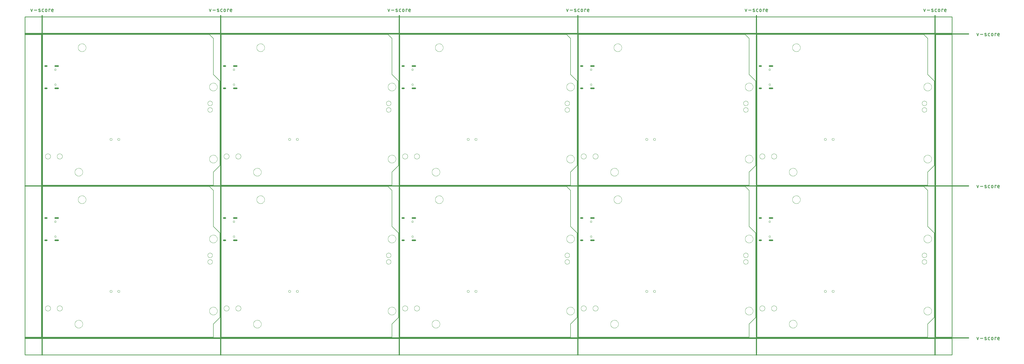
<source format=gko>
G04 EAGLE Gerber RS-274X export*
G75*
%MOMM*%
%FSLAX34Y34*%
%LPD*%
%IN*%
%IPPOS*%
%AMOC8*
5,1,8,0,0,1.08239X$1,22.5*%
G01*
%ADD10C,0.203200*%
%ADD11C,0.381000*%
%ADD12C,0.279400*%
%ADD13C,0.254000*%
%ADD14C,0.000000*%
%ADD15C,0.600000*%


D10*
X0Y584200D02*
X645160Y584200D01*
X660400Y568960D01*
X660400Y429260D02*
X685800Y403860D01*
X685800Y76200D01*
X660400Y50800D01*
X660400Y0D01*
X0Y0D01*
X0Y584200D01*
X660400Y568960D02*
X660400Y429260D01*
X690880Y584200D02*
X1336040Y584200D01*
X1351280Y568960D01*
X1351280Y429260D02*
X1376680Y403860D01*
X1376680Y76200D01*
X1351280Y50800D01*
X1351280Y0D01*
X690880Y0D01*
X690880Y584200D01*
X1351280Y568960D02*
X1351280Y429260D01*
X1381760Y584200D02*
X2026920Y584200D01*
X2042160Y568960D01*
X2042160Y429260D02*
X2067560Y403860D01*
X2067560Y76200D01*
X2042160Y50800D01*
X2042160Y0D01*
X1381760Y0D01*
X1381760Y584200D01*
X2042160Y568960D02*
X2042160Y429260D01*
X2072640Y584200D02*
X2717800Y584200D01*
X2733040Y568960D01*
X2733040Y429260D02*
X2758440Y403860D01*
X2758440Y76200D01*
X2733040Y50800D01*
X2733040Y0D01*
X2072640Y0D01*
X2072640Y584200D01*
X2733040Y568960D02*
X2733040Y429260D01*
X2763520Y584200D02*
X3408680Y584200D01*
X3423920Y568960D01*
X3423920Y429260D02*
X3449320Y403860D01*
X3449320Y76200D01*
X3423920Y50800D01*
X3423920Y0D01*
X2763520Y0D01*
X2763520Y584200D01*
X3423920Y568960D02*
X3423920Y429260D01*
X645160Y1173480D02*
X0Y1173480D01*
X645160Y1173480D02*
X660400Y1158240D01*
X660400Y1018540D02*
X685800Y993140D01*
X685800Y665480D01*
X660400Y640080D01*
X660400Y589280D01*
X0Y589280D01*
X0Y1173480D01*
X660400Y1158240D02*
X660400Y1018540D01*
X690880Y1173480D02*
X1336040Y1173480D01*
X1351280Y1158240D01*
X1351280Y1018540D02*
X1376680Y993140D01*
X1376680Y665480D01*
X1351280Y640080D01*
X1351280Y589280D01*
X690880Y589280D01*
X690880Y1173480D01*
X1351280Y1158240D02*
X1351280Y1018540D01*
X1381760Y1173480D02*
X2026920Y1173480D01*
X2042160Y1158240D01*
X2042160Y1018540D02*
X2067560Y993140D01*
X2067560Y665480D01*
X2042160Y640080D01*
X2042160Y589280D01*
X1381760Y589280D01*
X1381760Y1173480D01*
X2042160Y1158240D02*
X2042160Y1018540D01*
X2072640Y1173480D02*
X2717800Y1173480D01*
X2733040Y1158240D01*
X2733040Y1018540D02*
X2758440Y993140D01*
X2758440Y665480D01*
X2733040Y640080D01*
X2733040Y589280D01*
X2072640Y589280D01*
X2072640Y1173480D01*
X2733040Y1158240D02*
X2733040Y1018540D01*
X2763520Y1173480D02*
X3408680Y1173480D01*
X3423920Y1158240D01*
X3423920Y1018540D02*
X3449320Y993140D01*
X3449320Y665480D01*
X3423920Y640080D01*
X3423920Y589280D01*
X2763520Y589280D01*
X2763520Y1173480D01*
X3423920Y1158240D02*
X3423920Y1018540D01*
D11*
X-2540Y1247140D02*
X-2540Y-68580D01*
D12*
X-42921Y1262507D02*
X-46251Y1272498D01*
X-39590Y1272498D02*
X-42921Y1262507D01*
X-32806Y1268335D02*
X-22815Y1268335D01*
X-14261Y1268335D02*
X-10098Y1266670D01*
X-14261Y1268334D02*
X-14346Y1268370D01*
X-14429Y1268410D01*
X-14510Y1268453D01*
X-14590Y1268500D01*
X-14667Y1268550D01*
X-14743Y1268603D01*
X-14816Y1268659D01*
X-14886Y1268719D01*
X-14954Y1268781D01*
X-15019Y1268846D01*
X-15081Y1268914D01*
X-15141Y1268985D01*
X-15197Y1269058D01*
X-15250Y1269133D01*
X-15300Y1269211D01*
X-15346Y1269290D01*
X-15389Y1269372D01*
X-15429Y1269455D01*
X-15465Y1269540D01*
X-15497Y1269626D01*
X-15526Y1269714D01*
X-15550Y1269803D01*
X-15571Y1269893D01*
X-15588Y1269983D01*
X-15602Y1270074D01*
X-15611Y1270166D01*
X-15616Y1270258D01*
X-15618Y1270350D01*
X-15616Y1270442D01*
X-15609Y1270534D01*
X-15599Y1270626D01*
X-15585Y1270717D01*
X-15567Y1270808D01*
X-15545Y1270897D01*
X-15519Y1270986D01*
X-15489Y1271073D01*
X-15456Y1271159D01*
X-15419Y1271243D01*
X-15379Y1271326D01*
X-15335Y1271407D01*
X-15288Y1271486D01*
X-15237Y1271563D01*
X-15183Y1271638D01*
X-15126Y1271711D01*
X-15066Y1271781D01*
X-15003Y1271848D01*
X-14937Y1271912D01*
X-14869Y1271974D01*
X-14798Y1272033D01*
X-14724Y1272088D01*
X-14648Y1272141D01*
X-14570Y1272190D01*
X-14490Y1272236D01*
X-14409Y1272278D01*
X-14325Y1272317D01*
X-14240Y1272352D01*
X-14153Y1272383D01*
X-14065Y1272411D01*
X-13976Y1272435D01*
X-13886Y1272455D01*
X-13796Y1272472D01*
X-13704Y1272484D01*
X-13612Y1272493D01*
X-13520Y1272497D01*
X-13428Y1272498D01*
X-13201Y1272492D01*
X-12974Y1272481D01*
X-12747Y1272464D01*
X-12521Y1272441D01*
X-12295Y1272414D01*
X-12070Y1272380D01*
X-11846Y1272342D01*
X-11623Y1272298D01*
X-11401Y1272249D01*
X-11180Y1272194D01*
X-10961Y1272134D01*
X-10743Y1272069D01*
X-10527Y1271998D01*
X-10313Y1271923D01*
X-10100Y1271842D01*
X-9890Y1271756D01*
X-9681Y1271665D01*
X-10098Y1266670D02*
X-10013Y1266634D01*
X-9930Y1266594D01*
X-9849Y1266551D01*
X-9769Y1266504D01*
X-9692Y1266454D01*
X-9616Y1266401D01*
X-9543Y1266345D01*
X-9473Y1266285D01*
X-9405Y1266223D01*
X-9340Y1266158D01*
X-9278Y1266090D01*
X-9218Y1266019D01*
X-9162Y1265946D01*
X-9109Y1265871D01*
X-9059Y1265793D01*
X-9013Y1265714D01*
X-8970Y1265632D01*
X-8930Y1265549D01*
X-8894Y1265464D01*
X-8862Y1265378D01*
X-8833Y1265290D01*
X-8809Y1265201D01*
X-8788Y1265111D01*
X-8771Y1265021D01*
X-8757Y1264930D01*
X-8748Y1264838D01*
X-8743Y1264746D01*
X-8741Y1264654D01*
X-8743Y1264562D01*
X-8750Y1264470D01*
X-8760Y1264378D01*
X-8774Y1264287D01*
X-8792Y1264196D01*
X-8814Y1264107D01*
X-8840Y1264018D01*
X-8870Y1263931D01*
X-8903Y1263845D01*
X-8940Y1263761D01*
X-8980Y1263678D01*
X-9024Y1263597D01*
X-9071Y1263518D01*
X-9122Y1263441D01*
X-9176Y1263366D01*
X-9233Y1263293D01*
X-9293Y1263223D01*
X-9356Y1263156D01*
X-9422Y1263092D01*
X-9490Y1263030D01*
X-9561Y1262971D01*
X-9635Y1262916D01*
X-9711Y1262863D01*
X-9789Y1262814D01*
X-9869Y1262768D01*
X-9950Y1262726D01*
X-10034Y1262687D01*
X-10119Y1262652D01*
X-10206Y1262621D01*
X-10294Y1262593D01*
X-10383Y1262569D01*
X-10473Y1262549D01*
X-10563Y1262532D01*
X-10655Y1262520D01*
X-10747Y1262511D01*
X-10839Y1262507D01*
X-10931Y1262506D01*
X-10931Y1262507D02*
X-11265Y1262516D01*
X-11598Y1262533D01*
X-11931Y1262557D01*
X-12264Y1262590D01*
X-12595Y1262630D01*
X-12926Y1262678D01*
X-13255Y1262734D01*
X-13583Y1262797D01*
X-13909Y1262869D01*
X-14233Y1262948D01*
X-14556Y1263034D01*
X-14876Y1263129D01*
X-15194Y1263231D01*
X-15510Y1263340D01*
X562Y1262507D02*
X3892Y1262507D01*
X562Y1262507D02*
X464Y1262509D01*
X366Y1262515D01*
X268Y1262524D01*
X171Y1262538D01*
X75Y1262555D01*
X-21Y1262576D01*
X-116Y1262601D01*
X-210Y1262629D01*
X-303Y1262661D01*
X-394Y1262697D01*
X-484Y1262736D01*
X-572Y1262779D01*
X-659Y1262826D01*
X-743Y1262875D01*
X-826Y1262928D01*
X-906Y1262984D01*
X-985Y1263043D01*
X-1060Y1263106D01*
X-1134Y1263171D01*
X-1204Y1263239D01*
X-1272Y1263309D01*
X-1338Y1263383D01*
X-1400Y1263459D01*
X-1459Y1263537D01*
X-1515Y1263617D01*
X-1568Y1263700D01*
X-1618Y1263784D01*
X-1664Y1263871D01*
X-1707Y1263959D01*
X-1746Y1264049D01*
X-1782Y1264140D01*
X-1814Y1264233D01*
X-1842Y1264327D01*
X-1867Y1264422D01*
X-1888Y1264518D01*
X-1905Y1264614D01*
X-1919Y1264711D01*
X-1928Y1264809D01*
X-1934Y1264907D01*
X-1936Y1265005D01*
X-1936Y1270000D01*
X-1934Y1270098D01*
X-1928Y1270196D01*
X-1919Y1270294D01*
X-1905Y1270391D01*
X-1888Y1270487D01*
X-1867Y1270583D01*
X-1842Y1270678D01*
X-1814Y1270772D01*
X-1782Y1270865D01*
X-1746Y1270956D01*
X-1707Y1271046D01*
X-1664Y1271134D01*
X-1617Y1271221D01*
X-1568Y1271305D01*
X-1515Y1271388D01*
X-1459Y1271468D01*
X-1400Y1271546D01*
X-1337Y1271622D01*
X-1272Y1271696D01*
X-1204Y1271766D01*
X-1134Y1271834D01*
X-1060Y1271899D01*
X-984Y1271962D01*
X-906Y1272021D01*
X-826Y1272077D01*
X-743Y1272130D01*
X-659Y1272179D01*
X-572Y1272226D01*
X-484Y1272269D01*
X-394Y1272308D01*
X-303Y1272344D01*
X-210Y1272376D01*
X-116Y1272404D01*
X-21Y1272429D01*
X75Y1272450D01*
X171Y1272467D01*
X268Y1272481D01*
X366Y1272490D01*
X464Y1272496D01*
X562Y1272498D01*
X3892Y1272498D01*
X10022Y1269167D02*
X10022Y1265837D01*
X10022Y1269167D02*
X10024Y1269281D01*
X10030Y1269394D01*
X10039Y1269508D01*
X10053Y1269620D01*
X10070Y1269733D01*
X10092Y1269845D01*
X10117Y1269955D01*
X10145Y1270065D01*
X10178Y1270174D01*
X10214Y1270282D01*
X10254Y1270389D01*
X10298Y1270494D01*
X10345Y1270597D01*
X10395Y1270699D01*
X10449Y1270799D01*
X10507Y1270897D01*
X10568Y1270993D01*
X10631Y1271087D01*
X10699Y1271179D01*
X10769Y1271269D01*
X10842Y1271355D01*
X10918Y1271440D01*
X10997Y1271522D01*
X11079Y1271601D01*
X11164Y1271677D01*
X11250Y1271750D01*
X11340Y1271820D01*
X11432Y1271888D01*
X11526Y1271951D01*
X11622Y1272012D01*
X11720Y1272070D01*
X11820Y1272124D01*
X11922Y1272174D01*
X12025Y1272221D01*
X12130Y1272265D01*
X12237Y1272305D01*
X12345Y1272341D01*
X12454Y1272374D01*
X12564Y1272402D01*
X12674Y1272427D01*
X12786Y1272449D01*
X12899Y1272466D01*
X13011Y1272480D01*
X13125Y1272489D01*
X13238Y1272495D01*
X13352Y1272497D01*
X13466Y1272495D01*
X13579Y1272489D01*
X13693Y1272480D01*
X13805Y1272466D01*
X13918Y1272449D01*
X14030Y1272427D01*
X14140Y1272402D01*
X14250Y1272374D01*
X14359Y1272341D01*
X14467Y1272305D01*
X14574Y1272265D01*
X14679Y1272221D01*
X14782Y1272174D01*
X14884Y1272124D01*
X14984Y1272070D01*
X15082Y1272012D01*
X15178Y1271951D01*
X15272Y1271888D01*
X15364Y1271820D01*
X15454Y1271750D01*
X15540Y1271677D01*
X15625Y1271601D01*
X15707Y1271522D01*
X15786Y1271440D01*
X15862Y1271355D01*
X15935Y1271269D01*
X16005Y1271179D01*
X16073Y1271087D01*
X16136Y1270993D01*
X16197Y1270897D01*
X16255Y1270799D01*
X16309Y1270699D01*
X16359Y1270597D01*
X16406Y1270494D01*
X16450Y1270389D01*
X16490Y1270282D01*
X16526Y1270174D01*
X16559Y1270065D01*
X16587Y1269955D01*
X16612Y1269845D01*
X16634Y1269733D01*
X16651Y1269620D01*
X16665Y1269508D01*
X16674Y1269394D01*
X16680Y1269281D01*
X16682Y1269167D01*
X16682Y1265837D01*
X16680Y1265723D01*
X16674Y1265610D01*
X16665Y1265496D01*
X16651Y1265384D01*
X16634Y1265271D01*
X16612Y1265159D01*
X16587Y1265049D01*
X16559Y1264939D01*
X16526Y1264830D01*
X16490Y1264722D01*
X16450Y1264615D01*
X16406Y1264510D01*
X16359Y1264407D01*
X16309Y1264305D01*
X16255Y1264205D01*
X16197Y1264107D01*
X16136Y1264011D01*
X16073Y1263917D01*
X16005Y1263825D01*
X15935Y1263735D01*
X15862Y1263649D01*
X15786Y1263564D01*
X15707Y1263482D01*
X15625Y1263403D01*
X15540Y1263327D01*
X15454Y1263254D01*
X15364Y1263184D01*
X15272Y1263116D01*
X15178Y1263053D01*
X15082Y1262992D01*
X14984Y1262934D01*
X14884Y1262880D01*
X14782Y1262830D01*
X14679Y1262783D01*
X14574Y1262739D01*
X14467Y1262699D01*
X14359Y1262663D01*
X14250Y1262630D01*
X14140Y1262602D01*
X14030Y1262577D01*
X13918Y1262555D01*
X13805Y1262538D01*
X13693Y1262524D01*
X13579Y1262515D01*
X13466Y1262509D01*
X13352Y1262507D01*
X13238Y1262509D01*
X13125Y1262515D01*
X13011Y1262524D01*
X12899Y1262538D01*
X12786Y1262555D01*
X12674Y1262577D01*
X12564Y1262602D01*
X12454Y1262630D01*
X12345Y1262663D01*
X12237Y1262699D01*
X12130Y1262739D01*
X12025Y1262783D01*
X11922Y1262830D01*
X11820Y1262880D01*
X11720Y1262934D01*
X11622Y1262992D01*
X11526Y1263053D01*
X11432Y1263116D01*
X11340Y1263184D01*
X11250Y1263254D01*
X11164Y1263327D01*
X11079Y1263403D01*
X10997Y1263482D01*
X10918Y1263564D01*
X10842Y1263649D01*
X10769Y1263735D01*
X10699Y1263825D01*
X10631Y1263917D01*
X10568Y1264011D01*
X10507Y1264107D01*
X10449Y1264205D01*
X10395Y1264305D01*
X10345Y1264407D01*
X10298Y1264510D01*
X10254Y1264615D01*
X10214Y1264722D01*
X10178Y1264830D01*
X10145Y1264939D01*
X10117Y1265049D01*
X10092Y1265159D01*
X10070Y1265271D01*
X10053Y1265384D01*
X10039Y1265496D01*
X10030Y1265610D01*
X10024Y1265723D01*
X10022Y1265837D01*
X24218Y1262507D02*
X24218Y1272498D01*
X29213Y1272498D01*
X29213Y1270833D01*
X37008Y1262507D02*
X41171Y1262507D01*
X37008Y1262507D02*
X36910Y1262509D01*
X36812Y1262515D01*
X36714Y1262524D01*
X36617Y1262538D01*
X36521Y1262555D01*
X36425Y1262576D01*
X36330Y1262601D01*
X36236Y1262629D01*
X36143Y1262661D01*
X36052Y1262697D01*
X35962Y1262736D01*
X35874Y1262779D01*
X35787Y1262826D01*
X35703Y1262875D01*
X35620Y1262928D01*
X35540Y1262984D01*
X35462Y1263043D01*
X35386Y1263106D01*
X35312Y1263171D01*
X35242Y1263239D01*
X35174Y1263309D01*
X35109Y1263383D01*
X35046Y1263459D01*
X34987Y1263537D01*
X34931Y1263617D01*
X34878Y1263700D01*
X34829Y1263784D01*
X34782Y1263871D01*
X34739Y1263959D01*
X34700Y1264049D01*
X34664Y1264140D01*
X34632Y1264233D01*
X34604Y1264327D01*
X34579Y1264422D01*
X34558Y1264518D01*
X34541Y1264614D01*
X34527Y1264711D01*
X34518Y1264809D01*
X34512Y1264907D01*
X34510Y1265005D01*
X34510Y1269167D01*
X34511Y1269167D02*
X34513Y1269281D01*
X34519Y1269394D01*
X34528Y1269508D01*
X34542Y1269620D01*
X34559Y1269733D01*
X34581Y1269845D01*
X34606Y1269955D01*
X34634Y1270065D01*
X34667Y1270174D01*
X34703Y1270282D01*
X34743Y1270389D01*
X34787Y1270494D01*
X34834Y1270597D01*
X34884Y1270699D01*
X34938Y1270799D01*
X34996Y1270897D01*
X35057Y1270993D01*
X35120Y1271087D01*
X35188Y1271179D01*
X35258Y1271269D01*
X35331Y1271355D01*
X35407Y1271440D01*
X35486Y1271522D01*
X35568Y1271601D01*
X35653Y1271677D01*
X35739Y1271750D01*
X35829Y1271820D01*
X35921Y1271888D01*
X36015Y1271951D01*
X36111Y1272012D01*
X36209Y1272070D01*
X36309Y1272124D01*
X36411Y1272174D01*
X36514Y1272221D01*
X36619Y1272265D01*
X36726Y1272305D01*
X36834Y1272341D01*
X36943Y1272374D01*
X37053Y1272402D01*
X37163Y1272427D01*
X37275Y1272449D01*
X37388Y1272466D01*
X37500Y1272480D01*
X37614Y1272489D01*
X37727Y1272495D01*
X37841Y1272497D01*
X37955Y1272495D01*
X38068Y1272489D01*
X38182Y1272480D01*
X38294Y1272466D01*
X38407Y1272449D01*
X38519Y1272427D01*
X38629Y1272402D01*
X38739Y1272374D01*
X38848Y1272341D01*
X38956Y1272305D01*
X39063Y1272265D01*
X39168Y1272221D01*
X39271Y1272174D01*
X39373Y1272124D01*
X39473Y1272070D01*
X39571Y1272012D01*
X39667Y1271951D01*
X39761Y1271888D01*
X39853Y1271820D01*
X39943Y1271750D01*
X40029Y1271677D01*
X40114Y1271601D01*
X40196Y1271522D01*
X40275Y1271440D01*
X40351Y1271355D01*
X40424Y1271269D01*
X40494Y1271179D01*
X40562Y1271087D01*
X40625Y1270993D01*
X40686Y1270897D01*
X40744Y1270799D01*
X40798Y1270699D01*
X40848Y1270597D01*
X40895Y1270494D01*
X40939Y1270389D01*
X40979Y1270282D01*
X41015Y1270174D01*
X41048Y1270065D01*
X41076Y1269955D01*
X41101Y1269845D01*
X41123Y1269733D01*
X41140Y1269620D01*
X41154Y1269508D01*
X41163Y1269394D01*
X41169Y1269281D01*
X41171Y1269167D01*
X41171Y1267502D01*
X34510Y1267502D01*
D11*
X688340Y1247140D02*
X688340Y-68580D01*
D12*
X647959Y1262507D02*
X644629Y1272498D01*
X651290Y1272498D02*
X647959Y1262507D01*
X658074Y1268335D02*
X668065Y1268335D01*
X676619Y1268335D02*
X680782Y1266670D01*
X676619Y1268334D02*
X676534Y1268370D01*
X676451Y1268410D01*
X676370Y1268453D01*
X676290Y1268500D01*
X676213Y1268550D01*
X676137Y1268603D01*
X676064Y1268659D01*
X675994Y1268719D01*
X675926Y1268781D01*
X675861Y1268846D01*
X675799Y1268914D01*
X675739Y1268985D01*
X675683Y1269058D01*
X675630Y1269133D01*
X675580Y1269211D01*
X675534Y1269290D01*
X675491Y1269372D01*
X675451Y1269455D01*
X675415Y1269540D01*
X675383Y1269626D01*
X675354Y1269714D01*
X675330Y1269803D01*
X675309Y1269893D01*
X675292Y1269983D01*
X675278Y1270074D01*
X675269Y1270166D01*
X675264Y1270258D01*
X675262Y1270350D01*
X675264Y1270442D01*
X675271Y1270534D01*
X675281Y1270626D01*
X675295Y1270717D01*
X675313Y1270808D01*
X675335Y1270897D01*
X675361Y1270986D01*
X675391Y1271073D01*
X675424Y1271159D01*
X675461Y1271243D01*
X675501Y1271326D01*
X675545Y1271407D01*
X675592Y1271486D01*
X675643Y1271563D01*
X675697Y1271638D01*
X675754Y1271711D01*
X675814Y1271781D01*
X675877Y1271848D01*
X675943Y1271912D01*
X676011Y1271974D01*
X676082Y1272033D01*
X676156Y1272088D01*
X676232Y1272141D01*
X676310Y1272190D01*
X676390Y1272236D01*
X676471Y1272278D01*
X676555Y1272317D01*
X676640Y1272352D01*
X676727Y1272383D01*
X676815Y1272411D01*
X676904Y1272435D01*
X676994Y1272455D01*
X677084Y1272472D01*
X677176Y1272484D01*
X677268Y1272493D01*
X677360Y1272497D01*
X677452Y1272498D01*
X677679Y1272492D01*
X677906Y1272481D01*
X678133Y1272464D01*
X678359Y1272441D01*
X678585Y1272414D01*
X678810Y1272380D01*
X679034Y1272342D01*
X679257Y1272298D01*
X679479Y1272249D01*
X679700Y1272194D01*
X679919Y1272134D01*
X680137Y1272069D01*
X680353Y1271998D01*
X680567Y1271923D01*
X680780Y1271842D01*
X680990Y1271756D01*
X681199Y1271665D01*
X680782Y1266670D02*
X680867Y1266634D01*
X680950Y1266594D01*
X681031Y1266551D01*
X681111Y1266504D01*
X681188Y1266454D01*
X681264Y1266401D01*
X681337Y1266345D01*
X681407Y1266285D01*
X681475Y1266223D01*
X681540Y1266158D01*
X681602Y1266090D01*
X681662Y1266019D01*
X681718Y1265946D01*
X681771Y1265871D01*
X681821Y1265793D01*
X681867Y1265714D01*
X681910Y1265632D01*
X681950Y1265549D01*
X681986Y1265464D01*
X682018Y1265378D01*
X682047Y1265290D01*
X682071Y1265201D01*
X682092Y1265111D01*
X682109Y1265021D01*
X682123Y1264930D01*
X682132Y1264838D01*
X682137Y1264746D01*
X682139Y1264654D01*
X682137Y1264562D01*
X682130Y1264470D01*
X682120Y1264378D01*
X682106Y1264287D01*
X682088Y1264196D01*
X682066Y1264107D01*
X682040Y1264018D01*
X682010Y1263931D01*
X681977Y1263845D01*
X681940Y1263761D01*
X681900Y1263678D01*
X681856Y1263597D01*
X681809Y1263518D01*
X681758Y1263441D01*
X681704Y1263366D01*
X681647Y1263293D01*
X681587Y1263223D01*
X681524Y1263156D01*
X681458Y1263092D01*
X681390Y1263030D01*
X681319Y1262971D01*
X681245Y1262916D01*
X681169Y1262863D01*
X681091Y1262814D01*
X681011Y1262768D01*
X680930Y1262726D01*
X680846Y1262687D01*
X680761Y1262652D01*
X680674Y1262621D01*
X680586Y1262593D01*
X680497Y1262569D01*
X680407Y1262549D01*
X680317Y1262532D01*
X680225Y1262520D01*
X680133Y1262511D01*
X680041Y1262507D01*
X679949Y1262506D01*
X679949Y1262507D02*
X679615Y1262516D01*
X679282Y1262533D01*
X678949Y1262557D01*
X678616Y1262590D01*
X678285Y1262630D01*
X677954Y1262678D01*
X677625Y1262734D01*
X677297Y1262797D01*
X676971Y1262869D01*
X676647Y1262948D01*
X676324Y1263034D01*
X676004Y1263129D01*
X675686Y1263231D01*
X675370Y1263340D01*
X691442Y1262507D02*
X694772Y1262507D01*
X691442Y1262507D02*
X691344Y1262509D01*
X691246Y1262515D01*
X691148Y1262524D01*
X691051Y1262538D01*
X690955Y1262555D01*
X690859Y1262576D01*
X690764Y1262601D01*
X690670Y1262629D01*
X690577Y1262661D01*
X690486Y1262697D01*
X690396Y1262736D01*
X690308Y1262779D01*
X690221Y1262826D01*
X690137Y1262875D01*
X690054Y1262928D01*
X689974Y1262984D01*
X689896Y1263043D01*
X689820Y1263106D01*
X689746Y1263171D01*
X689676Y1263239D01*
X689608Y1263309D01*
X689543Y1263383D01*
X689480Y1263459D01*
X689421Y1263537D01*
X689365Y1263617D01*
X689312Y1263700D01*
X689263Y1263784D01*
X689216Y1263871D01*
X689173Y1263959D01*
X689134Y1264049D01*
X689098Y1264140D01*
X689066Y1264233D01*
X689038Y1264327D01*
X689013Y1264422D01*
X688992Y1264518D01*
X688975Y1264614D01*
X688961Y1264711D01*
X688952Y1264809D01*
X688946Y1264907D01*
X688944Y1265005D01*
X688944Y1270000D01*
X688946Y1270098D01*
X688952Y1270196D01*
X688961Y1270294D01*
X688975Y1270391D01*
X688992Y1270487D01*
X689013Y1270583D01*
X689038Y1270678D01*
X689066Y1270772D01*
X689098Y1270865D01*
X689134Y1270956D01*
X689173Y1271046D01*
X689216Y1271134D01*
X689263Y1271221D01*
X689312Y1271305D01*
X689365Y1271388D01*
X689421Y1271468D01*
X689480Y1271547D01*
X689543Y1271622D01*
X689608Y1271696D01*
X689676Y1271766D01*
X689746Y1271834D01*
X689820Y1271900D01*
X689896Y1271962D01*
X689974Y1272021D01*
X690054Y1272077D01*
X690137Y1272130D01*
X690221Y1272180D01*
X690308Y1272226D01*
X690396Y1272269D01*
X690486Y1272308D01*
X690577Y1272344D01*
X690670Y1272376D01*
X690764Y1272404D01*
X690859Y1272429D01*
X690955Y1272450D01*
X691051Y1272467D01*
X691148Y1272481D01*
X691246Y1272490D01*
X691344Y1272496D01*
X691442Y1272498D01*
X694772Y1272498D01*
X700902Y1269167D02*
X700902Y1265837D01*
X700902Y1269167D02*
X700904Y1269281D01*
X700910Y1269394D01*
X700919Y1269508D01*
X700933Y1269620D01*
X700950Y1269733D01*
X700972Y1269845D01*
X700997Y1269955D01*
X701025Y1270065D01*
X701058Y1270174D01*
X701094Y1270282D01*
X701134Y1270389D01*
X701178Y1270494D01*
X701225Y1270597D01*
X701275Y1270699D01*
X701329Y1270799D01*
X701387Y1270897D01*
X701448Y1270993D01*
X701511Y1271087D01*
X701579Y1271179D01*
X701649Y1271269D01*
X701722Y1271355D01*
X701798Y1271440D01*
X701877Y1271522D01*
X701959Y1271601D01*
X702044Y1271677D01*
X702130Y1271750D01*
X702220Y1271820D01*
X702312Y1271888D01*
X702406Y1271951D01*
X702502Y1272012D01*
X702600Y1272070D01*
X702700Y1272124D01*
X702802Y1272174D01*
X702905Y1272221D01*
X703010Y1272265D01*
X703117Y1272305D01*
X703225Y1272341D01*
X703334Y1272374D01*
X703444Y1272402D01*
X703554Y1272427D01*
X703666Y1272449D01*
X703779Y1272466D01*
X703891Y1272480D01*
X704005Y1272489D01*
X704118Y1272495D01*
X704232Y1272497D01*
X704346Y1272495D01*
X704459Y1272489D01*
X704573Y1272480D01*
X704685Y1272466D01*
X704798Y1272449D01*
X704910Y1272427D01*
X705020Y1272402D01*
X705130Y1272374D01*
X705239Y1272341D01*
X705347Y1272305D01*
X705454Y1272265D01*
X705559Y1272221D01*
X705662Y1272174D01*
X705764Y1272124D01*
X705864Y1272070D01*
X705962Y1272012D01*
X706058Y1271951D01*
X706152Y1271888D01*
X706244Y1271820D01*
X706334Y1271750D01*
X706420Y1271677D01*
X706505Y1271601D01*
X706587Y1271522D01*
X706666Y1271440D01*
X706742Y1271355D01*
X706815Y1271269D01*
X706885Y1271179D01*
X706953Y1271087D01*
X707016Y1270993D01*
X707077Y1270897D01*
X707135Y1270799D01*
X707189Y1270699D01*
X707239Y1270597D01*
X707286Y1270494D01*
X707330Y1270389D01*
X707370Y1270282D01*
X707406Y1270174D01*
X707439Y1270065D01*
X707467Y1269955D01*
X707492Y1269845D01*
X707514Y1269733D01*
X707531Y1269620D01*
X707545Y1269508D01*
X707554Y1269394D01*
X707560Y1269281D01*
X707562Y1269167D01*
X707562Y1265837D01*
X707560Y1265723D01*
X707554Y1265610D01*
X707545Y1265496D01*
X707531Y1265384D01*
X707514Y1265271D01*
X707492Y1265159D01*
X707467Y1265049D01*
X707439Y1264939D01*
X707406Y1264830D01*
X707370Y1264722D01*
X707330Y1264615D01*
X707286Y1264510D01*
X707239Y1264407D01*
X707189Y1264305D01*
X707135Y1264205D01*
X707077Y1264107D01*
X707016Y1264011D01*
X706953Y1263917D01*
X706885Y1263825D01*
X706815Y1263735D01*
X706742Y1263649D01*
X706666Y1263564D01*
X706587Y1263482D01*
X706505Y1263403D01*
X706420Y1263327D01*
X706334Y1263254D01*
X706244Y1263184D01*
X706152Y1263116D01*
X706058Y1263053D01*
X705962Y1262992D01*
X705864Y1262934D01*
X705764Y1262880D01*
X705662Y1262830D01*
X705559Y1262783D01*
X705454Y1262739D01*
X705347Y1262699D01*
X705239Y1262663D01*
X705130Y1262630D01*
X705020Y1262602D01*
X704910Y1262577D01*
X704798Y1262555D01*
X704685Y1262538D01*
X704573Y1262524D01*
X704459Y1262515D01*
X704346Y1262509D01*
X704232Y1262507D01*
X704118Y1262509D01*
X704005Y1262515D01*
X703891Y1262524D01*
X703779Y1262538D01*
X703666Y1262555D01*
X703554Y1262577D01*
X703444Y1262602D01*
X703334Y1262630D01*
X703225Y1262663D01*
X703117Y1262699D01*
X703010Y1262739D01*
X702905Y1262783D01*
X702802Y1262830D01*
X702700Y1262880D01*
X702600Y1262934D01*
X702502Y1262992D01*
X702406Y1263053D01*
X702312Y1263116D01*
X702220Y1263184D01*
X702130Y1263254D01*
X702044Y1263327D01*
X701959Y1263403D01*
X701877Y1263482D01*
X701798Y1263564D01*
X701722Y1263649D01*
X701649Y1263735D01*
X701579Y1263825D01*
X701511Y1263917D01*
X701448Y1264011D01*
X701387Y1264107D01*
X701329Y1264205D01*
X701275Y1264305D01*
X701225Y1264407D01*
X701178Y1264510D01*
X701134Y1264615D01*
X701094Y1264722D01*
X701058Y1264830D01*
X701025Y1264939D01*
X700997Y1265049D01*
X700972Y1265159D01*
X700950Y1265271D01*
X700933Y1265384D01*
X700919Y1265496D01*
X700910Y1265610D01*
X700904Y1265723D01*
X700902Y1265837D01*
X715098Y1262507D02*
X715098Y1272498D01*
X720093Y1272498D01*
X720093Y1270833D01*
X727888Y1262507D02*
X732051Y1262507D01*
X727888Y1262507D02*
X727790Y1262509D01*
X727692Y1262515D01*
X727594Y1262524D01*
X727497Y1262538D01*
X727401Y1262555D01*
X727305Y1262576D01*
X727210Y1262601D01*
X727116Y1262629D01*
X727023Y1262661D01*
X726932Y1262697D01*
X726842Y1262736D01*
X726754Y1262779D01*
X726667Y1262826D01*
X726583Y1262875D01*
X726500Y1262928D01*
X726420Y1262984D01*
X726342Y1263043D01*
X726266Y1263106D01*
X726192Y1263171D01*
X726122Y1263239D01*
X726054Y1263309D01*
X725989Y1263383D01*
X725926Y1263459D01*
X725867Y1263537D01*
X725811Y1263617D01*
X725758Y1263700D01*
X725709Y1263784D01*
X725662Y1263871D01*
X725619Y1263959D01*
X725580Y1264049D01*
X725544Y1264140D01*
X725512Y1264233D01*
X725484Y1264327D01*
X725459Y1264422D01*
X725438Y1264518D01*
X725421Y1264614D01*
X725407Y1264711D01*
X725398Y1264809D01*
X725392Y1264907D01*
X725390Y1265005D01*
X725390Y1269167D01*
X725391Y1269167D02*
X725393Y1269281D01*
X725399Y1269394D01*
X725408Y1269508D01*
X725422Y1269620D01*
X725439Y1269733D01*
X725461Y1269845D01*
X725486Y1269955D01*
X725514Y1270065D01*
X725547Y1270174D01*
X725583Y1270282D01*
X725623Y1270389D01*
X725667Y1270494D01*
X725714Y1270597D01*
X725764Y1270699D01*
X725818Y1270799D01*
X725876Y1270897D01*
X725937Y1270993D01*
X726000Y1271087D01*
X726068Y1271179D01*
X726138Y1271269D01*
X726211Y1271355D01*
X726287Y1271440D01*
X726366Y1271522D01*
X726448Y1271601D01*
X726533Y1271677D01*
X726619Y1271750D01*
X726709Y1271820D01*
X726801Y1271888D01*
X726895Y1271951D01*
X726991Y1272012D01*
X727089Y1272070D01*
X727189Y1272124D01*
X727291Y1272174D01*
X727394Y1272221D01*
X727499Y1272265D01*
X727606Y1272305D01*
X727714Y1272341D01*
X727823Y1272374D01*
X727933Y1272402D01*
X728043Y1272427D01*
X728155Y1272449D01*
X728268Y1272466D01*
X728380Y1272480D01*
X728494Y1272489D01*
X728607Y1272495D01*
X728721Y1272497D01*
X728835Y1272495D01*
X728948Y1272489D01*
X729062Y1272480D01*
X729174Y1272466D01*
X729287Y1272449D01*
X729399Y1272427D01*
X729509Y1272402D01*
X729619Y1272374D01*
X729728Y1272341D01*
X729836Y1272305D01*
X729943Y1272265D01*
X730048Y1272221D01*
X730151Y1272174D01*
X730253Y1272124D01*
X730353Y1272070D01*
X730451Y1272012D01*
X730547Y1271951D01*
X730641Y1271888D01*
X730733Y1271820D01*
X730823Y1271750D01*
X730909Y1271677D01*
X730994Y1271601D01*
X731076Y1271522D01*
X731155Y1271440D01*
X731231Y1271355D01*
X731304Y1271269D01*
X731374Y1271179D01*
X731442Y1271087D01*
X731505Y1270993D01*
X731566Y1270897D01*
X731624Y1270799D01*
X731678Y1270699D01*
X731728Y1270597D01*
X731775Y1270494D01*
X731819Y1270389D01*
X731859Y1270282D01*
X731895Y1270174D01*
X731928Y1270065D01*
X731956Y1269955D01*
X731981Y1269845D01*
X732003Y1269733D01*
X732020Y1269620D01*
X732034Y1269508D01*
X732043Y1269394D01*
X732049Y1269281D01*
X732051Y1269167D01*
X732051Y1267502D01*
X725390Y1267502D01*
D11*
X1379220Y1247140D02*
X1379220Y-68580D01*
D12*
X1338839Y1262507D02*
X1335509Y1272498D01*
X1342170Y1272498D02*
X1338839Y1262507D01*
X1348954Y1268335D02*
X1358945Y1268335D01*
X1367499Y1268335D02*
X1371662Y1266670D01*
X1367499Y1268334D02*
X1367414Y1268370D01*
X1367331Y1268410D01*
X1367250Y1268453D01*
X1367170Y1268500D01*
X1367093Y1268550D01*
X1367017Y1268603D01*
X1366944Y1268659D01*
X1366874Y1268719D01*
X1366806Y1268781D01*
X1366741Y1268846D01*
X1366679Y1268914D01*
X1366619Y1268985D01*
X1366563Y1269058D01*
X1366510Y1269133D01*
X1366460Y1269211D01*
X1366414Y1269290D01*
X1366371Y1269372D01*
X1366331Y1269455D01*
X1366295Y1269540D01*
X1366263Y1269626D01*
X1366234Y1269714D01*
X1366210Y1269803D01*
X1366189Y1269893D01*
X1366172Y1269983D01*
X1366158Y1270074D01*
X1366149Y1270166D01*
X1366144Y1270258D01*
X1366142Y1270350D01*
X1366144Y1270442D01*
X1366151Y1270534D01*
X1366161Y1270626D01*
X1366175Y1270717D01*
X1366193Y1270808D01*
X1366215Y1270897D01*
X1366241Y1270986D01*
X1366271Y1271073D01*
X1366304Y1271159D01*
X1366341Y1271243D01*
X1366381Y1271326D01*
X1366425Y1271407D01*
X1366472Y1271486D01*
X1366523Y1271563D01*
X1366577Y1271638D01*
X1366634Y1271711D01*
X1366694Y1271781D01*
X1366757Y1271848D01*
X1366823Y1271912D01*
X1366891Y1271974D01*
X1366962Y1272033D01*
X1367036Y1272088D01*
X1367112Y1272141D01*
X1367190Y1272190D01*
X1367270Y1272236D01*
X1367351Y1272278D01*
X1367435Y1272317D01*
X1367520Y1272352D01*
X1367607Y1272383D01*
X1367695Y1272411D01*
X1367784Y1272435D01*
X1367874Y1272455D01*
X1367964Y1272472D01*
X1368056Y1272484D01*
X1368148Y1272493D01*
X1368240Y1272497D01*
X1368332Y1272498D01*
X1368559Y1272492D01*
X1368786Y1272481D01*
X1369013Y1272464D01*
X1369239Y1272441D01*
X1369465Y1272414D01*
X1369690Y1272380D01*
X1369914Y1272342D01*
X1370137Y1272298D01*
X1370359Y1272249D01*
X1370580Y1272194D01*
X1370799Y1272134D01*
X1371017Y1272069D01*
X1371233Y1271998D01*
X1371447Y1271923D01*
X1371660Y1271842D01*
X1371870Y1271756D01*
X1372079Y1271665D01*
X1371662Y1266670D02*
X1371747Y1266634D01*
X1371830Y1266594D01*
X1371911Y1266551D01*
X1371991Y1266504D01*
X1372068Y1266454D01*
X1372144Y1266401D01*
X1372217Y1266345D01*
X1372287Y1266285D01*
X1372355Y1266223D01*
X1372420Y1266158D01*
X1372482Y1266090D01*
X1372542Y1266019D01*
X1372598Y1265946D01*
X1372651Y1265871D01*
X1372701Y1265793D01*
X1372747Y1265714D01*
X1372790Y1265632D01*
X1372830Y1265549D01*
X1372866Y1265464D01*
X1372898Y1265378D01*
X1372927Y1265290D01*
X1372951Y1265201D01*
X1372972Y1265111D01*
X1372989Y1265021D01*
X1373003Y1264930D01*
X1373012Y1264838D01*
X1373017Y1264746D01*
X1373019Y1264654D01*
X1373017Y1264562D01*
X1373010Y1264470D01*
X1373000Y1264378D01*
X1372986Y1264287D01*
X1372968Y1264196D01*
X1372946Y1264107D01*
X1372920Y1264018D01*
X1372890Y1263931D01*
X1372857Y1263845D01*
X1372820Y1263761D01*
X1372780Y1263678D01*
X1372736Y1263597D01*
X1372689Y1263518D01*
X1372638Y1263441D01*
X1372584Y1263366D01*
X1372527Y1263293D01*
X1372467Y1263223D01*
X1372404Y1263156D01*
X1372338Y1263092D01*
X1372270Y1263030D01*
X1372199Y1262971D01*
X1372125Y1262916D01*
X1372049Y1262863D01*
X1371971Y1262814D01*
X1371891Y1262768D01*
X1371810Y1262726D01*
X1371726Y1262687D01*
X1371641Y1262652D01*
X1371554Y1262621D01*
X1371466Y1262593D01*
X1371377Y1262569D01*
X1371287Y1262549D01*
X1371197Y1262532D01*
X1371105Y1262520D01*
X1371013Y1262511D01*
X1370921Y1262507D01*
X1370829Y1262506D01*
X1370829Y1262507D02*
X1370495Y1262516D01*
X1370162Y1262533D01*
X1369829Y1262557D01*
X1369496Y1262590D01*
X1369165Y1262630D01*
X1368834Y1262678D01*
X1368505Y1262734D01*
X1368177Y1262797D01*
X1367851Y1262869D01*
X1367527Y1262948D01*
X1367204Y1263034D01*
X1366884Y1263129D01*
X1366566Y1263231D01*
X1366250Y1263340D01*
X1382322Y1262507D02*
X1385652Y1262507D01*
X1382322Y1262507D02*
X1382224Y1262509D01*
X1382126Y1262515D01*
X1382028Y1262524D01*
X1381931Y1262538D01*
X1381835Y1262555D01*
X1381739Y1262576D01*
X1381644Y1262601D01*
X1381550Y1262629D01*
X1381457Y1262661D01*
X1381366Y1262697D01*
X1381276Y1262736D01*
X1381188Y1262779D01*
X1381101Y1262826D01*
X1381017Y1262875D01*
X1380934Y1262928D01*
X1380854Y1262984D01*
X1380776Y1263043D01*
X1380700Y1263106D01*
X1380626Y1263171D01*
X1380556Y1263239D01*
X1380488Y1263309D01*
X1380423Y1263383D01*
X1380360Y1263459D01*
X1380301Y1263537D01*
X1380245Y1263617D01*
X1380192Y1263700D01*
X1380143Y1263784D01*
X1380096Y1263871D01*
X1380053Y1263959D01*
X1380014Y1264049D01*
X1379978Y1264140D01*
X1379946Y1264233D01*
X1379918Y1264327D01*
X1379893Y1264422D01*
X1379872Y1264518D01*
X1379855Y1264614D01*
X1379841Y1264711D01*
X1379832Y1264809D01*
X1379826Y1264907D01*
X1379824Y1265005D01*
X1379824Y1270000D01*
X1379826Y1270098D01*
X1379832Y1270196D01*
X1379841Y1270294D01*
X1379855Y1270391D01*
X1379872Y1270487D01*
X1379893Y1270583D01*
X1379918Y1270678D01*
X1379946Y1270772D01*
X1379978Y1270865D01*
X1380014Y1270956D01*
X1380053Y1271046D01*
X1380096Y1271134D01*
X1380143Y1271221D01*
X1380192Y1271305D01*
X1380245Y1271388D01*
X1380301Y1271468D01*
X1380360Y1271547D01*
X1380423Y1271622D01*
X1380488Y1271696D01*
X1380556Y1271766D01*
X1380626Y1271834D01*
X1380700Y1271900D01*
X1380776Y1271962D01*
X1380854Y1272021D01*
X1380934Y1272077D01*
X1381017Y1272130D01*
X1381101Y1272180D01*
X1381188Y1272226D01*
X1381276Y1272269D01*
X1381366Y1272308D01*
X1381457Y1272344D01*
X1381550Y1272376D01*
X1381644Y1272404D01*
X1381739Y1272429D01*
X1381835Y1272450D01*
X1381931Y1272467D01*
X1382028Y1272481D01*
X1382126Y1272490D01*
X1382224Y1272496D01*
X1382322Y1272498D01*
X1385652Y1272498D01*
X1391782Y1269167D02*
X1391782Y1265837D01*
X1391782Y1269167D02*
X1391784Y1269281D01*
X1391790Y1269394D01*
X1391799Y1269508D01*
X1391813Y1269620D01*
X1391830Y1269733D01*
X1391852Y1269845D01*
X1391877Y1269955D01*
X1391905Y1270065D01*
X1391938Y1270174D01*
X1391974Y1270282D01*
X1392014Y1270389D01*
X1392058Y1270494D01*
X1392105Y1270597D01*
X1392155Y1270699D01*
X1392209Y1270799D01*
X1392267Y1270897D01*
X1392328Y1270993D01*
X1392391Y1271087D01*
X1392459Y1271179D01*
X1392529Y1271269D01*
X1392602Y1271355D01*
X1392678Y1271440D01*
X1392757Y1271522D01*
X1392839Y1271601D01*
X1392924Y1271677D01*
X1393010Y1271750D01*
X1393100Y1271820D01*
X1393192Y1271888D01*
X1393286Y1271951D01*
X1393382Y1272012D01*
X1393480Y1272070D01*
X1393580Y1272124D01*
X1393682Y1272174D01*
X1393785Y1272221D01*
X1393890Y1272265D01*
X1393997Y1272305D01*
X1394105Y1272341D01*
X1394214Y1272374D01*
X1394324Y1272402D01*
X1394434Y1272427D01*
X1394546Y1272449D01*
X1394659Y1272466D01*
X1394771Y1272480D01*
X1394885Y1272489D01*
X1394998Y1272495D01*
X1395112Y1272497D01*
X1395226Y1272495D01*
X1395339Y1272489D01*
X1395453Y1272480D01*
X1395565Y1272466D01*
X1395678Y1272449D01*
X1395790Y1272427D01*
X1395900Y1272402D01*
X1396010Y1272374D01*
X1396119Y1272341D01*
X1396227Y1272305D01*
X1396334Y1272265D01*
X1396439Y1272221D01*
X1396542Y1272174D01*
X1396644Y1272124D01*
X1396744Y1272070D01*
X1396842Y1272012D01*
X1396938Y1271951D01*
X1397032Y1271888D01*
X1397124Y1271820D01*
X1397214Y1271750D01*
X1397300Y1271677D01*
X1397385Y1271601D01*
X1397467Y1271522D01*
X1397546Y1271440D01*
X1397622Y1271355D01*
X1397695Y1271269D01*
X1397765Y1271179D01*
X1397833Y1271087D01*
X1397896Y1270993D01*
X1397957Y1270897D01*
X1398015Y1270799D01*
X1398069Y1270699D01*
X1398119Y1270597D01*
X1398166Y1270494D01*
X1398210Y1270389D01*
X1398250Y1270282D01*
X1398286Y1270174D01*
X1398319Y1270065D01*
X1398347Y1269955D01*
X1398372Y1269845D01*
X1398394Y1269733D01*
X1398411Y1269620D01*
X1398425Y1269508D01*
X1398434Y1269394D01*
X1398440Y1269281D01*
X1398442Y1269167D01*
X1398442Y1265837D01*
X1398440Y1265723D01*
X1398434Y1265610D01*
X1398425Y1265496D01*
X1398411Y1265384D01*
X1398394Y1265271D01*
X1398372Y1265159D01*
X1398347Y1265049D01*
X1398319Y1264939D01*
X1398286Y1264830D01*
X1398250Y1264722D01*
X1398210Y1264615D01*
X1398166Y1264510D01*
X1398119Y1264407D01*
X1398069Y1264305D01*
X1398015Y1264205D01*
X1397957Y1264107D01*
X1397896Y1264011D01*
X1397833Y1263917D01*
X1397765Y1263825D01*
X1397695Y1263735D01*
X1397622Y1263649D01*
X1397546Y1263564D01*
X1397467Y1263482D01*
X1397385Y1263403D01*
X1397300Y1263327D01*
X1397214Y1263254D01*
X1397124Y1263184D01*
X1397032Y1263116D01*
X1396938Y1263053D01*
X1396842Y1262992D01*
X1396744Y1262934D01*
X1396644Y1262880D01*
X1396542Y1262830D01*
X1396439Y1262783D01*
X1396334Y1262739D01*
X1396227Y1262699D01*
X1396119Y1262663D01*
X1396010Y1262630D01*
X1395900Y1262602D01*
X1395790Y1262577D01*
X1395678Y1262555D01*
X1395565Y1262538D01*
X1395453Y1262524D01*
X1395339Y1262515D01*
X1395226Y1262509D01*
X1395112Y1262507D01*
X1394998Y1262509D01*
X1394885Y1262515D01*
X1394771Y1262524D01*
X1394659Y1262538D01*
X1394546Y1262555D01*
X1394434Y1262577D01*
X1394324Y1262602D01*
X1394214Y1262630D01*
X1394105Y1262663D01*
X1393997Y1262699D01*
X1393890Y1262739D01*
X1393785Y1262783D01*
X1393682Y1262830D01*
X1393580Y1262880D01*
X1393480Y1262934D01*
X1393382Y1262992D01*
X1393286Y1263053D01*
X1393192Y1263116D01*
X1393100Y1263184D01*
X1393010Y1263254D01*
X1392924Y1263327D01*
X1392839Y1263403D01*
X1392757Y1263482D01*
X1392678Y1263564D01*
X1392602Y1263649D01*
X1392529Y1263735D01*
X1392459Y1263825D01*
X1392391Y1263917D01*
X1392328Y1264011D01*
X1392267Y1264107D01*
X1392209Y1264205D01*
X1392155Y1264305D01*
X1392105Y1264407D01*
X1392058Y1264510D01*
X1392014Y1264615D01*
X1391974Y1264722D01*
X1391938Y1264830D01*
X1391905Y1264939D01*
X1391877Y1265049D01*
X1391852Y1265159D01*
X1391830Y1265271D01*
X1391813Y1265384D01*
X1391799Y1265496D01*
X1391790Y1265610D01*
X1391784Y1265723D01*
X1391782Y1265837D01*
X1405978Y1262507D02*
X1405978Y1272498D01*
X1410973Y1272498D01*
X1410973Y1270833D01*
X1418768Y1262507D02*
X1422931Y1262507D01*
X1418768Y1262507D02*
X1418670Y1262509D01*
X1418572Y1262515D01*
X1418474Y1262524D01*
X1418377Y1262538D01*
X1418281Y1262555D01*
X1418185Y1262576D01*
X1418090Y1262601D01*
X1417996Y1262629D01*
X1417903Y1262661D01*
X1417812Y1262697D01*
X1417722Y1262736D01*
X1417634Y1262779D01*
X1417547Y1262826D01*
X1417463Y1262875D01*
X1417380Y1262928D01*
X1417300Y1262984D01*
X1417222Y1263043D01*
X1417146Y1263106D01*
X1417072Y1263171D01*
X1417002Y1263239D01*
X1416934Y1263309D01*
X1416869Y1263383D01*
X1416806Y1263459D01*
X1416747Y1263537D01*
X1416691Y1263617D01*
X1416638Y1263700D01*
X1416589Y1263784D01*
X1416542Y1263871D01*
X1416499Y1263959D01*
X1416460Y1264049D01*
X1416424Y1264140D01*
X1416392Y1264233D01*
X1416364Y1264327D01*
X1416339Y1264422D01*
X1416318Y1264518D01*
X1416301Y1264614D01*
X1416287Y1264711D01*
X1416278Y1264809D01*
X1416272Y1264907D01*
X1416270Y1265005D01*
X1416270Y1269167D01*
X1416271Y1269167D02*
X1416273Y1269281D01*
X1416279Y1269394D01*
X1416288Y1269508D01*
X1416302Y1269620D01*
X1416319Y1269733D01*
X1416341Y1269845D01*
X1416366Y1269955D01*
X1416394Y1270065D01*
X1416427Y1270174D01*
X1416463Y1270282D01*
X1416503Y1270389D01*
X1416547Y1270494D01*
X1416594Y1270597D01*
X1416644Y1270699D01*
X1416698Y1270799D01*
X1416756Y1270897D01*
X1416817Y1270993D01*
X1416880Y1271087D01*
X1416948Y1271179D01*
X1417018Y1271269D01*
X1417091Y1271355D01*
X1417167Y1271440D01*
X1417246Y1271522D01*
X1417328Y1271601D01*
X1417413Y1271677D01*
X1417499Y1271750D01*
X1417589Y1271820D01*
X1417681Y1271888D01*
X1417775Y1271951D01*
X1417871Y1272012D01*
X1417969Y1272070D01*
X1418069Y1272124D01*
X1418171Y1272174D01*
X1418274Y1272221D01*
X1418379Y1272265D01*
X1418486Y1272305D01*
X1418594Y1272341D01*
X1418703Y1272374D01*
X1418813Y1272402D01*
X1418923Y1272427D01*
X1419035Y1272449D01*
X1419148Y1272466D01*
X1419260Y1272480D01*
X1419374Y1272489D01*
X1419487Y1272495D01*
X1419601Y1272497D01*
X1419715Y1272495D01*
X1419828Y1272489D01*
X1419942Y1272480D01*
X1420054Y1272466D01*
X1420167Y1272449D01*
X1420279Y1272427D01*
X1420389Y1272402D01*
X1420499Y1272374D01*
X1420608Y1272341D01*
X1420716Y1272305D01*
X1420823Y1272265D01*
X1420928Y1272221D01*
X1421031Y1272174D01*
X1421133Y1272124D01*
X1421233Y1272070D01*
X1421331Y1272012D01*
X1421427Y1271951D01*
X1421521Y1271888D01*
X1421613Y1271820D01*
X1421703Y1271750D01*
X1421789Y1271677D01*
X1421874Y1271601D01*
X1421956Y1271522D01*
X1422035Y1271440D01*
X1422111Y1271355D01*
X1422184Y1271269D01*
X1422254Y1271179D01*
X1422322Y1271087D01*
X1422385Y1270993D01*
X1422446Y1270897D01*
X1422504Y1270799D01*
X1422558Y1270699D01*
X1422608Y1270597D01*
X1422655Y1270494D01*
X1422699Y1270389D01*
X1422739Y1270282D01*
X1422775Y1270174D01*
X1422808Y1270065D01*
X1422836Y1269955D01*
X1422861Y1269845D01*
X1422883Y1269733D01*
X1422900Y1269620D01*
X1422914Y1269508D01*
X1422923Y1269394D01*
X1422929Y1269281D01*
X1422931Y1269167D01*
X1422931Y1267502D01*
X1416270Y1267502D01*
D11*
X2070100Y1247140D02*
X2070100Y-68580D01*
D12*
X2029719Y1262507D02*
X2026389Y1272498D01*
X2033050Y1272498D02*
X2029719Y1262507D01*
X2039834Y1268335D02*
X2049825Y1268335D01*
X2058379Y1268335D02*
X2062542Y1266670D01*
X2058379Y1268334D02*
X2058294Y1268370D01*
X2058211Y1268410D01*
X2058130Y1268453D01*
X2058050Y1268500D01*
X2057973Y1268550D01*
X2057897Y1268603D01*
X2057824Y1268659D01*
X2057754Y1268719D01*
X2057686Y1268781D01*
X2057621Y1268846D01*
X2057559Y1268914D01*
X2057499Y1268985D01*
X2057443Y1269058D01*
X2057390Y1269133D01*
X2057340Y1269211D01*
X2057294Y1269290D01*
X2057251Y1269372D01*
X2057211Y1269455D01*
X2057175Y1269540D01*
X2057143Y1269626D01*
X2057114Y1269714D01*
X2057090Y1269803D01*
X2057069Y1269893D01*
X2057052Y1269983D01*
X2057038Y1270074D01*
X2057029Y1270166D01*
X2057024Y1270258D01*
X2057022Y1270350D01*
X2057024Y1270442D01*
X2057031Y1270534D01*
X2057041Y1270626D01*
X2057055Y1270717D01*
X2057073Y1270808D01*
X2057095Y1270897D01*
X2057121Y1270986D01*
X2057151Y1271073D01*
X2057184Y1271159D01*
X2057221Y1271243D01*
X2057261Y1271326D01*
X2057305Y1271407D01*
X2057352Y1271486D01*
X2057403Y1271563D01*
X2057457Y1271638D01*
X2057514Y1271711D01*
X2057574Y1271781D01*
X2057637Y1271848D01*
X2057703Y1271912D01*
X2057771Y1271974D01*
X2057842Y1272033D01*
X2057916Y1272088D01*
X2057992Y1272141D01*
X2058070Y1272190D01*
X2058150Y1272236D01*
X2058231Y1272278D01*
X2058315Y1272317D01*
X2058400Y1272352D01*
X2058487Y1272383D01*
X2058575Y1272411D01*
X2058664Y1272435D01*
X2058754Y1272455D01*
X2058844Y1272472D01*
X2058936Y1272484D01*
X2059028Y1272493D01*
X2059120Y1272497D01*
X2059212Y1272498D01*
X2059439Y1272492D01*
X2059666Y1272481D01*
X2059893Y1272464D01*
X2060119Y1272441D01*
X2060345Y1272414D01*
X2060570Y1272380D01*
X2060794Y1272342D01*
X2061017Y1272298D01*
X2061239Y1272249D01*
X2061460Y1272194D01*
X2061679Y1272134D01*
X2061897Y1272069D01*
X2062113Y1271998D01*
X2062327Y1271923D01*
X2062540Y1271842D01*
X2062750Y1271756D01*
X2062959Y1271665D01*
X2062542Y1266670D02*
X2062627Y1266634D01*
X2062710Y1266594D01*
X2062791Y1266551D01*
X2062871Y1266504D01*
X2062948Y1266454D01*
X2063024Y1266401D01*
X2063097Y1266345D01*
X2063167Y1266285D01*
X2063235Y1266223D01*
X2063300Y1266158D01*
X2063362Y1266090D01*
X2063422Y1266019D01*
X2063478Y1265946D01*
X2063531Y1265871D01*
X2063581Y1265793D01*
X2063627Y1265714D01*
X2063670Y1265632D01*
X2063710Y1265549D01*
X2063746Y1265464D01*
X2063778Y1265378D01*
X2063807Y1265290D01*
X2063831Y1265201D01*
X2063852Y1265111D01*
X2063869Y1265021D01*
X2063883Y1264930D01*
X2063892Y1264838D01*
X2063897Y1264746D01*
X2063899Y1264654D01*
X2063897Y1264562D01*
X2063890Y1264470D01*
X2063880Y1264378D01*
X2063866Y1264287D01*
X2063848Y1264196D01*
X2063826Y1264107D01*
X2063800Y1264018D01*
X2063770Y1263931D01*
X2063737Y1263845D01*
X2063700Y1263761D01*
X2063660Y1263678D01*
X2063616Y1263597D01*
X2063569Y1263518D01*
X2063518Y1263441D01*
X2063464Y1263366D01*
X2063407Y1263293D01*
X2063347Y1263223D01*
X2063284Y1263156D01*
X2063218Y1263092D01*
X2063150Y1263030D01*
X2063079Y1262971D01*
X2063005Y1262916D01*
X2062929Y1262863D01*
X2062851Y1262814D01*
X2062771Y1262768D01*
X2062690Y1262726D01*
X2062606Y1262687D01*
X2062521Y1262652D01*
X2062434Y1262621D01*
X2062346Y1262593D01*
X2062257Y1262569D01*
X2062167Y1262549D01*
X2062077Y1262532D01*
X2061985Y1262520D01*
X2061893Y1262511D01*
X2061801Y1262507D01*
X2061709Y1262506D01*
X2061709Y1262507D02*
X2061375Y1262516D01*
X2061042Y1262533D01*
X2060709Y1262557D01*
X2060376Y1262590D01*
X2060045Y1262630D01*
X2059714Y1262678D01*
X2059385Y1262734D01*
X2059057Y1262797D01*
X2058731Y1262869D01*
X2058407Y1262948D01*
X2058084Y1263034D01*
X2057764Y1263129D01*
X2057446Y1263231D01*
X2057130Y1263340D01*
X2073202Y1262507D02*
X2076532Y1262507D01*
X2073202Y1262507D02*
X2073104Y1262509D01*
X2073006Y1262515D01*
X2072908Y1262524D01*
X2072811Y1262538D01*
X2072715Y1262555D01*
X2072619Y1262576D01*
X2072524Y1262601D01*
X2072430Y1262629D01*
X2072337Y1262661D01*
X2072246Y1262697D01*
X2072156Y1262736D01*
X2072068Y1262779D01*
X2071981Y1262826D01*
X2071897Y1262875D01*
X2071814Y1262928D01*
X2071734Y1262984D01*
X2071656Y1263043D01*
X2071580Y1263106D01*
X2071506Y1263171D01*
X2071436Y1263239D01*
X2071368Y1263309D01*
X2071303Y1263383D01*
X2071240Y1263459D01*
X2071181Y1263537D01*
X2071125Y1263617D01*
X2071072Y1263700D01*
X2071023Y1263784D01*
X2070976Y1263871D01*
X2070933Y1263959D01*
X2070894Y1264049D01*
X2070858Y1264140D01*
X2070826Y1264233D01*
X2070798Y1264327D01*
X2070773Y1264422D01*
X2070752Y1264518D01*
X2070735Y1264614D01*
X2070721Y1264711D01*
X2070712Y1264809D01*
X2070706Y1264907D01*
X2070704Y1265005D01*
X2070704Y1270000D01*
X2070706Y1270098D01*
X2070712Y1270196D01*
X2070721Y1270294D01*
X2070735Y1270391D01*
X2070752Y1270487D01*
X2070773Y1270583D01*
X2070798Y1270678D01*
X2070826Y1270772D01*
X2070858Y1270865D01*
X2070894Y1270956D01*
X2070933Y1271046D01*
X2070976Y1271134D01*
X2071023Y1271221D01*
X2071072Y1271305D01*
X2071125Y1271388D01*
X2071181Y1271468D01*
X2071240Y1271547D01*
X2071303Y1271622D01*
X2071368Y1271696D01*
X2071436Y1271766D01*
X2071506Y1271834D01*
X2071580Y1271900D01*
X2071656Y1271962D01*
X2071734Y1272021D01*
X2071814Y1272077D01*
X2071897Y1272130D01*
X2071981Y1272180D01*
X2072068Y1272226D01*
X2072156Y1272269D01*
X2072246Y1272308D01*
X2072337Y1272344D01*
X2072430Y1272376D01*
X2072524Y1272404D01*
X2072619Y1272429D01*
X2072715Y1272450D01*
X2072811Y1272467D01*
X2072908Y1272481D01*
X2073006Y1272490D01*
X2073104Y1272496D01*
X2073202Y1272498D01*
X2076532Y1272498D01*
X2082662Y1269167D02*
X2082662Y1265837D01*
X2082662Y1269167D02*
X2082664Y1269281D01*
X2082670Y1269394D01*
X2082679Y1269508D01*
X2082693Y1269620D01*
X2082710Y1269733D01*
X2082732Y1269845D01*
X2082757Y1269955D01*
X2082785Y1270065D01*
X2082818Y1270174D01*
X2082854Y1270282D01*
X2082894Y1270389D01*
X2082938Y1270494D01*
X2082985Y1270597D01*
X2083035Y1270699D01*
X2083089Y1270799D01*
X2083147Y1270897D01*
X2083208Y1270993D01*
X2083271Y1271087D01*
X2083339Y1271179D01*
X2083409Y1271269D01*
X2083482Y1271355D01*
X2083558Y1271440D01*
X2083637Y1271522D01*
X2083719Y1271601D01*
X2083804Y1271677D01*
X2083890Y1271750D01*
X2083980Y1271820D01*
X2084072Y1271888D01*
X2084166Y1271951D01*
X2084262Y1272012D01*
X2084360Y1272070D01*
X2084460Y1272124D01*
X2084562Y1272174D01*
X2084665Y1272221D01*
X2084770Y1272265D01*
X2084877Y1272305D01*
X2084985Y1272341D01*
X2085094Y1272374D01*
X2085204Y1272402D01*
X2085314Y1272427D01*
X2085426Y1272449D01*
X2085539Y1272466D01*
X2085651Y1272480D01*
X2085765Y1272489D01*
X2085878Y1272495D01*
X2085992Y1272497D01*
X2086106Y1272495D01*
X2086219Y1272489D01*
X2086333Y1272480D01*
X2086445Y1272466D01*
X2086558Y1272449D01*
X2086670Y1272427D01*
X2086780Y1272402D01*
X2086890Y1272374D01*
X2086999Y1272341D01*
X2087107Y1272305D01*
X2087214Y1272265D01*
X2087319Y1272221D01*
X2087422Y1272174D01*
X2087524Y1272124D01*
X2087624Y1272070D01*
X2087722Y1272012D01*
X2087818Y1271951D01*
X2087912Y1271888D01*
X2088004Y1271820D01*
X2088094Y1271750D01*
X2088180Y1271677D01*
X2088265Y1271601D01*
X2088347Y1271522D01*
X2088426Y1271440D01*
X2088502Y1271355D01*
X2088575Y1271269D01*
X2088645Y1271179D01*
X2088713Y1271087D01*
X2088776Y1270993D01*
X2088837Y1270897D01*
X2088895Y1270799D01*
X2088949Y1270699D01*
X2088999Y1270597D01*
X2089046Y1270494D01*
X2089090Y1270389D01*
X2089130Y1270282D01*
X2089166Y1270174D01*
X2089199Y1270065D01*
X2089227Y1269955D01*
X2089252Y1269845D01*
X2089274Y1269733D01*
X2089291Y1269620D01*
X2089305Y1269508D01*
X2089314Y1269394D01*
X2089320Y1269281D01*
X2089322Y1269167D01*
X2089322Y1265837D01*
X2089320Y1265723D01*
X2089314Y1265610D01*
X2089305Y1265496D01*
X2089291Y1265384D01*
X2089274Y1265271D01*
X2089252Y1265159D01*
X2089227Y1265049D01*
X2089199Y1264939D01*
X2089166Y1264830D01*
X2089130Y1264722D01*
X2089090Y1264615D01*
X2089046Y1264510D01*
X2088999Y1264407D01*
X2088949Y1264305D01*
X2088895Y1264205D01*
X2088837Y1264107D01*
X2088776Y1264011D01*
X2088713Y1263917D01*
X2088645Y1263825D01*
X2088575Y1263735D01*
X2088502Y1263649D01*
X2088426Y1263564D01*
X2088347Y1263482D01*
X2088265Y1263403D01*
X2088180Y1263327D01*
X2088094Y1263254D01*
X2088004Y1263184D01*
X2087912Y1263116D01*
X2087818Y1263053D01*
X2087722Y1262992D01*
X2087624Y1262934D01*
X2087524Y1262880D01*
X2087422Y1262830D01*
X2087319Y1262783D01*
X2087214Y1262739D01*
X2087107Y1262699D01*
X2086999Y1262663D01*
X2086890Y1262630D01*
X2086780Y1262602D01*
X2086670Y1262577D01*
X2086558Y1262555D01*
X2086445Y1262538D01*
X2086333Y1262524D01*
X2086219Y1262515D01*
X2086106Y1262509D01*
X2085992Y1262507D01*
X2085878Y1262509D01*
X2085765Y1262515D01*
X2085651Y1262524D01*
X2085539Y1262538D01*
X2085426Y1262555D01*
X2085314Y1262577D01*
X2085204Y1262602D01*
X2085094Y1262630D01*
X2084985Y1262663D01*
X2084877Y1262699D01*
X2084770Y1262739D01*
X2084665Y1262783D01*
X2084562Y1262830D01*
X2084460Y1262880D01*
X2084360Y1262934D01*
X2084262Y1262992D01*
X2084166Y1263053D01*
X2084072Y1263116D01*
X2083980Y1263184D01*
X2083890Y1263254D01*
X2083804Y1263327D01*
X2083719Y1263403D01*
X2083637Y1263482D01*
X2083558Y1263564D01*
X2083482Y1263649D01*
X2083409Y1263735D01*
X2083339Y1263825D01*
X2083271Y1263917D01*
X2083208Y1264011D01*
X2083147Y1264107D01*
X2083089Y1264205D01*
X2083035Y1264305D01*
X2082985Y1264407D01*
X2082938Y1264510D01*
X2082894Y1264615D01*
X2082854Y1264722D01*
X2082818Y1264830D01*
X2082785Y1264939D01*
X2082757Y1265049D01*
X2082732Y1265159D01*
X2082710Y1265271D01*
X2082693Y1265384D01*
X2082679Y1265496D01*
X2082670Y1265610D01*
X2082664Y1265723D01*
X2082662Y1265837D01*
X2096858Y1262507D02*
X2096858Y1272498D01*
X2101853Y1272498D01*
X2101853Y1270833D01*
X2109648Y1262507D02*
X2113811Y1262507D01*
X2109648Y1262507D02*
X2109550Y1262509D01*
X2109452Y1262515D01*
X2109354Y1262524D01*
X2109257Y1262538D01*
X2109161Y1262555D01*
X2109065Y1262576D01*
X2108970Y1262601D01*
X2108876Y1262629D01*
X2108783Y1262661D01*
X2108692Y1262697D01*
X2108602Y1262736D01*
X2108514Y1262779D01*
X2108427Y1262826D01*
X2108343Y1262875D01*
X2108260Y1262928D01*
X2108180Y1262984D01*
X2108102Y1263043D01*
X2108026Y1263106D01*
X2107952Y1263171D01*
X2107882Y1263239D01*
X2107814Y1263309D01*
X2107749Y1263383D01*
X2107686Y1263459D01*
X2107627Y1263537D01*
X2107571Y1263617D01*
X2107518Y1263700D01*
X2107469Y1263784D01*
X2107422Y1263871D01*
X2107379Y1263959D01*
X2107340Y1264049D01*
X2107304Y1264140D01*
X2107272Y1264233D01*
X2107244Y1264327D01*
X2107219Y1264422D01*
X2107198Y1264518D01*
X2107181Y1264614D01*
X2107167Y1264711D01*
X2107158Y1264809D01*
X2107152Y1264907D01*
X2107150Y1265005D01*
X2107150Y1269167D01*
X2107151Y1269167D02*
X2107153Y1269281D01*
X2107159Y1269394D01*
X2107168Y1269508D01*
X2107182Y1269620D01*
X2107199Y1269733D01*
X2107221Y1269845D01*
X2107246Y1269955D01*
X2107274Y1270065D01*
X2107307Y1270174D01*
X2107343Y1270282D01*
X2107383Y1270389D01*
X2107427Y1270494D01*
X2107474Y1270597D01*
X2107524Y1270699D01*
X2107578Y1270799D01*
X2107636Y1270897D01*
X2107697Y1270993D01*
X2107760Y1271087D01*
X2107828Y1271179D01*
X2107898Y1271269D01*
X2107971Y1271355D01*
X2108047Y1271440D01*
X2108126Y1271522D01*
X2108208Y1271601D01*
X2108293Y1271677D01*
X2108379Y1271750D01*
X2108469Y1271820D01*
X2108561Y1271888D01*
X2108655Y1271951D01*
X2108751Y1272012D01*
X2108849Y1272070D01*
X2108949Y1272124D01*
X2109051Y1272174D01*
X2109154Y1272221D01*
X2109259Y1272265D01*
X2109366Y1272305D01*
X2109474Y1272341D01*
X2109583Y1272374D01*
X2109693Y1272402D01*
X2109803Y1272427D01*
X2109915Y1272449D01*
X2110028Y1272466D01*
X2110140Y1272480D01*
X2110254Y1272489D01*
X2110367Y1272495D01*
X2110481Y1272497D01*
X2110595Y1272495D01*
X2110708Y1272489D01*
X2110822Y1272480D01*
X2110934Y1272466D01*
X2111047Y1272449D01*
X2111159Y1272427D01*
X2111269Y1272402D01*
X2111379Y1272374D01*
X2111488Y1272341D01*
X2111596Y1272305D01*
X2111703Y1272265D01*
X2111808Y1272221D01*
X2111911Y1272174D01*
X2112013Y1272124D01*
X2112113Y1272070D01*
X2112211Y1272012D01*
X2112307Y1271951D01*
X2112401Y1271888D01*
X2112493Y1271820D01*
X2112583Y1271750D01*
X2112669Y1271677D01*
X2112754Y1271601D01*
X2112836Y1271522D01*
X2112915Y1271440D01*
X2112991Y1271355D01*
X2113064Y1271269D01*
X2113134Y1271179D01*
X2113202Y1271087D01*
X2113265Y1270993D01*
X2113326Y1270897D01*
X2113384Y1270799D01*
X2113438Y1270699D01*
X2113488Y1270597D01*
X2113535Y1270494D01*
X2113579Y1270389D01*
X2113619Y1270282D01*
X2113655Y1270174D01*
X2113688Y1270065D01*
X2113716Y1269955D01*
X2113741Y1269845D01*
X2113763Y1269733D01*
X2113780Y1269620D01*
X2113794Y1269508D01*
X2113803Y1269394D01*
X2113809Y1269281D01*
X2113811Y1269167D01*
X2113811Y1267502D01*
X2107150Y1267502D01*
D11*
X2760980Y1247140D02*
X2760980Y-68580D01*
D12*
X2720599Y1262507D02*
X2717269Y1272498D01*
X2723930Y1272498D02*
X2720599Y1262507D01*
X2730714Y1268335D02*
X2740705Y1268335D01*
X2749259Y1268335D02*
X2753422Y1266670D01*
X2749259Y1268334D02*
X2749174Y1268370D01*
X2749091Y1268410D01*
X2749010Y1268453D01*
X2748930Y1268500D01*
X2748853Y1268550D01*
X2748777Y1268603D01*
X2748704Y1268659D01*
X2748634Y1268719D01*
X2748566Y1268781D01*
X2748501Y1268846D01*
X2748439Y1268914D01*
X2748379Y1268985D01*
X2748323Y1269058D01*
X2748270Y1269133D01*
X2748220Y1269211D01*
X2748174Y1269290D01*
X2748131Y1269372D01*
X2748091Y1269455D01*
X2748055Y1269540D01*
X2748023Y1269626D01*
X2747994Y1269714D01*
X2747970Y1269803D01*
X2747949Y1269893D01*
X2747932Y1269983D01*
X2747918Y1270074D01*
X2747909Y1270166D01*
X2747904Y1270258D01*
X2747902Y1270350D01*
X2747904Y1270442D01*
X2747911Y1270534D01*
X2747921Y1270626D01*
X2747935Y1270717D01*
X2747953Y1270808D01*
X2747975Y1270897D01*
X2748001Y1270986D01*
X2748031Y1271073D01*
X2748064Y1271159D01*
X2748101Y1271243D01*
X2748141Y1271326D01*
X2748185Y1271407D01*
X2748232Y1271486D01*
X2748283Y1271563D01*
X2748337Y1271638D01*
X2748394Y1271711D01*
X2748454Y1271781D01*
X2748517Y1271848D01*
X2748583Y1271912D01*
X2748651Y1271974D01*
X2748722Y1272033D01*
X2748796Y1272088D01*
X2748872Y1272141D01*
X2748950Y1272190D01*
X2749030Y1272236D01*
X2749111Y1272278D01*
X2749195Y1272317D01*
X2749280Y1272352D01*
X2749367Y1272383D01*
X2749455Y1272411D01*
X2749544Y1272435D01*
X2749634Y1272455D01*
X2749724Y1272472D01*
X2749816Y1272484D01*
X2749908Y1272493D01*
X2750000Y1272497D01*
X2750092Y1272498D01*
X2750319Y1272492D01*
X2750546Y1272481D01*
X2750773Y1272464D01*
X2750999Y1272441D01*
X2751225Y1272414D01*
X2751450Y1272380D01*
X2751674Y1272342D01*
X2751897Y1272298D01*
X2752119Y1272249D01*
X2752340Y1272194D01*
X2752559Y1272134D01*
X2752777Y1272069D01*
X2752993Y1271998D01*
X2753207Y1271923D01*
X2753420Y1271842D01*
X2753630Y1271756D01*
X2753839Y1271665D01*
X2753422Y1266670D02*
X2753507Y1266634D01*
X2753590Y1266594D01*
X2753671Y1266551D01*
X2753751Y1266504D01*
X2753828Y1266454D01*
X2753904Y1266401D01*
X2753977Y1266345D01*
X2754047Y1266285D01*
X2754115Y1266223D01*
X2754180Y1266158D01*
X2754242Y1266090D01*
X2754302Y1266019D01*
X2754358Y1265946D01*
X2754411Y1265871D01*
X2754461Y1265793D01*
X2754507Y1265714D01*
X2754550Y1265632D01*
X2754590Y1265549D01*
X2754626Y1265464D01*
X2754658Y1265378D01*
X2754687Y1265290D01*
X2754711Y1265201D01*
X2754732Y1265111D01*
X2754749Y1265021D01*
X2754763Y1264930D01*
X2754772Y1264838D01*
X2754777Y1264746D01*
X2754779Y1264654D01*
X2754777Y1264562D01*
X2754770Y1264470D01*
X2754760Y1264378D01*
X2754746Y1264287D01*
X2754728Y1264196D01*
X2754706Y1264107D01*
X2754680Y1264018D01*
X2754650Y1263931D01*
X2754617Y1263845D01*
X2754580Y1263761D01*
X2754540Y1263678D01*
X2754496Y1263597D01*
X2754449Y1263518D01*
X2754398Y1263441D01*
X2754344Y1263366D01*
X2754287Y1263293D01*
X2754227Y1263223D01*
X2754164Y1263156D01*
X2754098Y1263092D01*
X2754030Y1263030D01*
X2753959Y1262971D01*
X2753885Y1262916D01*
X2753809Y1262863D01*
X2753731Y1262814D01*
X2753651Y1262768D01*
X2753570Y1262726D01*
X2753486Y1262687D01*
X2753401Y1262652D01*
X2753314Y1262621D01*
X2753226Y1262593D01*
X2753137Y1262569D01*
X2753047Y1262549D01*
X2752957Y1262532D01*
X2752865Y1262520D01*
X2752773Y1262511D01*
X2752681Y1262507D01*
X2752589Y1262506D01*
X2752589Y1262507D02*
X2752255Y1262516D01*
X2751922Y1262533D01*
X2751589Y1262557D01*
X2751256Y1262590D01*
X2750925Y1262630D01*
X2750594Y1262678D01*
X2750265Y1262734D01*
X2749937Y1262797D01*
X2749611Y1262869D01*
X2749287Y1262948D01*
X2748964Y1263034D01*
X2748644Y1263129D01*
X2748326Y1263231D01*
X2748010Y1263340D01*
X2764082Y1262507D02*
X2767412Y1262507D01*
X2764082Y1262507D02*
X2763984Y1262509D01*
X2763886Y1262515D01*
X2763788Y1262524D01*
X2763691Y1262538D01*
X2763595Y1262555D01*
X2763499Y1262576D01*
X2763404Y1262601D01*
X2763310Y1262629D01*
X2763217Y1262661D01*
X2763126Y1262697D01*
X2763036Y1262736D01*
X2762948Y1262779D01*
X2762861Y1262826D01*
X2762777Y1262875D01*
X2762694Y1262928D01*
X2762614Y1262984D01*
X2762536Y1263043D01*
X2762460Y1263106D01*
X2762386Y1263171D01*
X2762316Y1263239D01*
X2762248Y1263309D01*
X2762183Y1263383D01*
X2762120Y1263459D01*
X2762061Y1263537D01*
X2762005Y1263617D01*
X2761952Y1263700D01*
X2761903Y1263784D01*
X2761856Y1263871D01*
X2761813Y1263959D01*
X2761774Y1264049D01*
X2761738Y1264140D01*
X2761706Y1264233D01*
X2761678Y1264327D01*
X2761653Y1264422D01*
X2761632Y1264518D01*
X2761615Y1264614D01*
X2761601Y1264711D01*
X2761592Y1264809D01*
X2761586Y1264907D01*
X2761584Y1265005D01*
X2761584Y1270000D01*
X2761586Y1270098D01*
X2761592Y1270196D01*
X2761601Y1270294D01*
X2761615Y1270391D01*
X2761632Y1270487D01*
X2761653Y1270583D01*
X2761678Y1270678D01*
X2761706Y1270772D01*
X2761738Y1270865D01*
X2761774Y1270956D01*
X2761813Y1271046D01*
X2761856Y1271134D01*
X2761903Y1271221D01*
X2761952Y1271305D01*
X2762005Y1271388D01*
X2762061Y1271468D01*
X2762120Y1271547D01*
X2762183Y1271622D01*
X2762248Y1271696D01*
X2762316Y1271766D01*
X2762386Y1271834D01*
X2762460Y1271900D01*
X2762536Y1271962D01*
X2762614Y1272021D01*
X2762694Y1272077D01*
X2762777Y1272130D01*
X2762861Y1272180D01*
X2762948Y1272226D01*
X2763036Y1272269D01*
X2763126Y1272308D01*
X2763217Y1272344D01*
X2763310Y1272376D01*
X2763404Y1272404D01*
X2763499Y1272429D01*
X2763595Y1272450D01*
X2763691Y1272467D01*
X2763788Y1272481D01*
X2763886Y1272490D01*
X2763984Y1272496D01*
X2764082Y1272498D01*
X2767412Y1272498D01*
X2773542Y1269167D02*
X2773542Y1265837D01*
X2773542Y1269167D02*
X2773544Y1269281D01*
X2773550Y1269394D01*
X2773559Y1269508D01*
X2773573Y1269620D01*
X2773590Y1269733D01*
X2773612Y1269845D01*
X2773637Y1269955D01*
X2773665Y1270065D01*
X2773698Y1270174D01*
X2773734Y1270282D01*
X2773774Y1270389D01*
X2773818Y1270494D01*
X2773865Y1270597D01*
X2773915Y1270699D01*
X2773969Y1270799D01*
X2774027Y1270897D01*
X2774088Y1270993D01*
X2774151Y1271087D01*
X2774219Y1271179D01*
X2774289Y1271269D01*
X2774362Y1271355D01*
X2774438Y1271440D01*
X2774517Y1271522D01*
X2774599Y1271601D01*
X2774684Y1271677D01*
X2774770Y1271750D01*
X2774860Y1271820D01*
X2774952Y1271888D01*
X2775046Y1271951D01*
X2775142Y1272012D01*
X2775240Y1272070D01*
X2775340Y1272124D01*
X2775442Y1272174D01*
X2775545Y1272221D01*
X2775650Y1272265D01*
X2775757Y1272305D01*
X2775865Y1272341D01*
X2775974Y1272374D01*
X2776084Y1272402D01*
X2776194Y1272427D01*
X2776306Y1272449D01*
X2776419Y1272466D01*
X2776531Y1272480D01*
X2776645Y1272489D01*
X2776758Y1272495D01*
X2776872Y1272497D01*
X2776986Y1272495D01*
X2777099Y1272489D01*
X2777213Y1272480D01*
X2777325Y1272466D01*
X2777438Y1272449D01*
X2777550Y1272427D01*
X2777660Y1272402D01*
X2777770Y1272374D01*
X2777879Y1272341D01*
X2777987Y1272305D01*
X2778094Y1272265D01*
X2778199Y1272221D01*
X2778302Y1272174D01*
X2778404Y1272124D01*
X2778504Y1272070D01*
X2778602Y1272012D01*
X2778698Y1271951D01*
X2778792Y1271888D01*
X2778884Y1271820D01*
X2778974Y1271750D01*
X2779060Y1271677D01*
X2779145Y1271601D01*
X2779227Y1271522D01*
X2779306Y1271440D01*
X2779382Y1271355D01*
X2779455Y1271269D01*
X2779525Y1271179D01*
X2779593Y1271087D01*
X2779656Y1270993D01*
X2779717Y1270897D01*
X2779775Y1270799D01*
X2779829Y1270699D01*
X2779879Y1270597D01*
X2779926Y1270494D01*
X2779970Y1270389D01*
X2780010Y1270282D01*
X2780046Y1270174D01*
X2780079Y1270065D01*
X2780107Y1269955D01*
X2780132Y1269845D01*
X2780154Y1269733D01*
X2780171Y1269620D01*
X2780185Y1269508D01*
X2780194Y1269394D01*
X2780200Y1269281D01*
X2780202Y1269167D01*
X2780202Y1265837D01*
X2780200Y1265723D01*
X2780194Y1265610D01*
X2780185Y1265496D01*
X2780171Y1265384D01*
X2780154Y1265271D01*
X2780132Y1265159D01*
X2780107Y1265049D01*
X2780079Y1264939D01*
X2780046Y1264830D01*
X2780010Y1264722D01*
X2779970Y1264615D01*
X2779926Y1264510D01*
X2779879Y1264407D01*
X2779829Y1264305D01*
X2779775Y1264205D01*
X2779717Y1264107D01*
X2779656Y1264011D01*
X2779593Y1263917D01*
X2779525Y1263825D01*
X2779455Y1263735D01*
X2779382Y1263649D01*
X2779306Y1263564D01*
X2779227Y1263482D01*
X2779145Y1263403D01*
X2779060Y1263327D01*
X2778974Y1263254D01*
X2778884Y1263184D01*
X2778792Y1263116D01*
X2778698Y1263053D01*
X2778602Y1262992D01*
X2778504Y1262934D01*
X2778404Y1262880D01*
X2778302Y1262830D01*
X2778199Y1262783D01*
X2778094Y1262739D01*
X2777987Y1262699D01*
X2777879Y1262663D01*
X2777770Y1262630D01*
X2777660Y1262602D01*
X2777550Y1262577D01*
X2777438Y1262555D01*
X2777325Y1262538D01*
X2777213Y1262524D01*
X2777099Y1262515D01*
X2776986Y1262509D01*
X2776872Y1262507D01*
X2776758Y1262509D01*
X2776645Y1262515D01*
X2776531Y1262524D01*
X2776419Y1262538D01*
X2776306Y1262555D01*
X2776194Y1262577D01*
X2776084Y1262602D01*
X2775974Y1262630D01*
X2775865Y1262663D01*
X2775757Y1262699D01*
X2775650Y1262739D01*
X2775545Y1262783D01*
X2775442Y1262830D01*
X2775340Y1262880D01*
X2775240Y1262934D01*
X2775142Y1262992D01*
X2775046Y1263053D01*
X2774952Y1263116D01*
X2774860Y1263184D01*
X2774770Y1263254D01*
X2774684Y1263327D01*
X2774599Y1263403D01*
X2774517Y1263482D01*
X2774438Y1263564D01*
X2774362Y1263649D01*
X2774289Y1263735D01*
X2774219Y1263825D01*
X2774151Y1263917D01*
X2774088Y1264011D01*
X2774027Y1264107D01*
X2773969Y1264205D01*
X2773915Y1264305D01*
X2773865Y1264407D01*
X2773818Y1264510D01*
X2773774Y1264615D01*
X2773734Y1264722D01*
X2773698Y1264830D01*
X2773665Y1264939D01*
X2773637Y1265049D01*
X2773612Y1265159D01*
X2773590Y1265271D01*
X2773573Y1265384D01*
X2773559Y1265496D01*
X2773550Y1265610D01*
X2773544Y1265723D01*
X2773542Y1265837D01*
X2787738Y1262507D02*
X2787738Y1272498D01*
X2792733Y1272498D01*
X2792733Y1270833D01*
X2800528Y1262507D02*
X2804691Y1262507D01*
X2800528Y1262507D02*
X2800430Y1262509D01*
X2800332Y1262515D01*
X2800234Y1262524D01*
X2800137Y1262538D01*
X2800041Y1262555D01*
X2799945Y1262576D01*
X2799850Y1262601D01*
X2799756Y1262629D01*
X2799663Y1262661D01*
X2799572Y1262697D01*
X2799482Y1262736D01*
X2799394Y1262779D01*
X2799307Y1262826D01*
X2799223Y1262875D01*
X2799140Y1262928D01*
X2799060Y1262984D01*
X2798982Y1263043D01*
X2798906Y1263106D01*
X2798832Y1263171D01*
X2798762Y1263239D01*
X2798694Y1263309D01*
X2798629Y1263383D01*
X2798566Y1263459D01*
X2798507Y1263537D01*
X2798451Y1263617D01*
X2798398Y1263700D01*
X2798349Y1263784D01*
X2798302Y1263871D01*
X2798259Y1263959D01*
X2798220Y1264049D01*
X2798184Y1264140D01*
X2798152Y1264233D01*
X2798124Y1264327D01*
X2798099Y1264422D01*
X2798078Y1264518D01*
X2798061Y1264614D01*
X2798047Y1264711D01*
X2798038Y1264809D01*
X2798032Y1264907D01*
X2798030Y1265005D01*
X2798030Y1269167D01*
X2798031Y1269167D02*
X2798033Y1269281D01*
X2798039Y1269394D01*
X2798048Y1269508D01*
X2798062Y1269620D01*
X2798079Y1269733D01*
X2798101Y1269845D01*
X2798126Y1269955D01*
X2798154Y1270065D01*
X2798187Y1270174D01*
X2798223Y1270282D01*
X2798263Y1270389D01*
X2798307Y1270494D01*
X2798354Y1270597D01*
X2798404Y1270699D01*
X2798458Y1270799D01*
X2798516Y1270897D01*
X2798577Y1270993D01*
X2798640Y1271087D01*
X2798708Y1271179D01*
X2798778Y1271269D01*
X2798851Y1271355D01*
X2798927Y1271440D01*
X2799006Y1271522D01*
X2799088Y1271601D01*
X2799173Y1271677D01*
X2799259Y1271750D01*
X2799349Y1271820D01*
X2799441Y1271888D01*
X2799535Y1271951D01*
X2799631Y1272012D01*
X2799729Y1272070D01*
X2799829Y1272124D01*
X2799931Y1272174D01*
X2800034Y1272221D01*
X2800139Y1272265D01*
X2800246Y1272305D01*
X2800354Y1272341D01*
X2800463Y1272374D01*
X2800573Y1272402D01*
X2800683Y1272427D01*
X2800795Y1272449D01*
X2800908Y1272466D01*
X2801020Y1272480D01*
X2801134Y1272489D01*
X2801247Y1272495D01*
X2801361Y1272497D01*
X2801475Y1272495D01*
X2801588Y1272489D01*
X2801702Y1272480D01*
X2801814Y1272466D01*
X2801927Y1272449D01*
X2802039Y1272427D01*
X2802149Y1272402D01*
X2802259Y1272374D01*
X2802368Y1272341D01*
X2802476Y1272305D01*
X2802583Y1272265D01*
X2802688Y1272221D01*
X2802791Y1272174D01*
X2802893Y1272124D01*
X2802993Y1272070D01*
X2803091Y1272012D01*
X2803187Y1271951D01*
X2803281Y1271888D01*
X2803373Y1271820D01*
X2803463Y1271750D01*
X2803549Y1271677D01*
X2803634Y1271601D01*
X2803716Y1271522D01*
X2803795Y1271440D01*
X2803871Y1271355D01*
X2803944Y1271269D01*
X2804014Y1271179D01*
X2804082Y1271087D01*
X2804145Y1270993D01*
X2804206Y1270897D01*
X2804264Y1270799D01*
X2804318Y1270699D01*
X2804368Y1270597D01*
X2804415Y1270494D01*
X2804459Y1270389D01*
X2804499Y1270282D01*
X2804535Y1270174D01*
X2804568Y1270065D01*
X2804596Y1269955D01*
X2804621Y1269845D01*
X2804643Y1269733D01*
X2804660Y1269620D01*
X2804674Y1269508D01*
X2804683Y1269394D01*
X2804689Y1269281D01*
X2804691Y1269167D01*
X2804691Y1267502D01*
X2798030Y1267502D01*
D11*
X3451860Y1247140D02*
X3451860Y-68580D01*
D12*
X3411479Y1262507D02*
X3408149Y1272498D01*
X3414810Y1272498D02*
X3411479Y1262507D01*
X3421594Y1268335D02*
X3431585Y1268335D01*
X3440139Y1268335D02*
X3444302Y1266670D01*
X3440139Y1268334D02*
X3440054Y1268370D01*
X3439971Y1268410D01*
X3439890Y1268453D01*
X3439810Y1268500D01*
X3439733Y1268550D01*
X3439657Y1268603D01*
X3439584Y1268659D01*
X3439514Y1268719D01*
X3439446Y1268781D01*
X3439381Y1268846D01*
X3439319Y1268914D01*
X3439259Y1268985D01*
X3439203Y1269058D01*
X3439150Y1269133D01*
X3439100Y1269211D01*
X3439054Y1269290D01*
X3439011Y1269372D01*
X3438971Y1269455D01*
X3438935Y1269540D01*
X3438903Y1269626D01*
X3438874Y1269714D01*
X3438850Y1269803D01*
X3438829Y1269893D01*
X3438812Y1269983D01*
X3438798Y1270074D01*
X3438789Y1270166D01*
X3438784Y1270258D01*
X3438782Y1270350D01*
X3438784Y1270442D01*
X3438791Y1270534D01*
X3438801Y1270626D01*
X3438815Y1270717D01*
X3438833Y1270808D01*
X3438855Y1270897D01*
X3438881Y1270986D01*
X3438911Y1271073D01*
X3438944Y1271159D01*
X3438981Y1271243D01*
X3439021Y1271326D01*
X3439065Y1271407D01*
X3439112Y1271486D01*
X3439163Y1271563D01*
X3439217Y1271638D01*
X3439274Y1271711D01*
X3439334Y1271781D01*
X3439397Y1271848D01*
X3439463Y1271912D01*
X3439531Y1271974D01*
X3439602Y1272033D01*
X3439676Y1272088D01*
X3439752Y1272141D01*
X3439830Y1272190D01*
X3439910Y1272236D01*
X3439991Y1272278D01*
X3440075Y1272317D01*
X3440160Y1272352D01*
X3440247Y1272383D01*
X3440335Y1272411D01*
X3440424Y1272435D01*
X3440514Y1272455D01*
X3440604Y1272472D01*
X3440696Y1272484D01*
X3440788Y1272493D01*
X3440880Y1272497D01*
X3440972Y1272498D01*
X3441199Y1272492D01*
X3441426Y1272481D01*
X3441653Y1272464D01*
X3441879Y1272441D01*
X3442105Y1272414D01*
X3442330Y1272380D01*
X3442554Y1272342D01*
X3442777Y1272298D01*
X3442999Y1272249D01*
X3443220Y1272194D01*
X3443439Y1272134D01*
X3443657Y1272069D01*
X3443873Y1271998D01*
X3444087Y1271923D01*
X3444300Y1271842D01*
X3444510Y1271756D01*
X3444719Y1271665D01*
X3444302Y1266670D02*
X3444387Y1266634D01*
X3444470Y1266594D01*
X3444551Y1266551D01*
X3444631Y1266504D01*
X3444708Y1266454D01*
X3444784Y1266401D01*
X3444857Y1266345D01*
X3444927Y1266285D01*
X3444995Y1266223D01*
X3445060Y1266158D01*
X3445122Y1266090D01*
X3445182Y1266019D01*
X3445238Y1265946D01*
X3445291Y1265871D01*
X3445341Y1265793D01*
X3445387Y1265714D01*
X3445430Y1265632D01*
X3445470Y1265549D01*
X3445506Y1265464D01*
X3445538Y1265378D01*
X3445567Y1265290D01*
X3445591Y1265201D01*
X3445612Y1265111D01*
X3445629Y1265021D01*
X3445643Y1264930D01*
X3445652Y1264838D01*
X3445657Y1264746D01*
X3445659Y1264654D01*
X3445657Y1264562D01*
X3445650Y1264470D01*
X3445640Y1264378D01*
X3445626Y1264287D01*
X3445608Y1264196D01*
X3445586Y1264107D01*
X3445560Y1264018D01*
X3445530Y1263931D01*
X3445497Y1263845D01*
X3445460Y1263761D01*
X3445420Y1263678D01*
X3445376Y1263597D01*
X3445329Y1263518D01*
X3445278Y1263441D01*
X3445224Y1263366D01*
X3445167Y1263293D01*
X3445107Y1263223D01*
X3445044Y1263156D01*
X3444978Y1263092D01*
X3444910Y1263030D01*
X3444839Y1262971D01*
X3444765Y1262916D01*
X3444689Y1262863D01*
X3444611Y1262814D01*
X3444531Y1262768D01*
X3444450Y1262726D01*
X3444366Y1262687D01*
X3444281Y1262652D01*
X3444194Y1262621D01*
X3444106Y1262593D01*
X3444017Y1262569D01*
X3443927Y1262549D01*
X3443837Y1262532D01*
X3443745Y1262520D01*
X3443653Y1262511D01*
X3443561Y1262507D01*
X3443469Y1262506D01*
X3443469Y1262507D02*
X3443135Y1262516D01*
X3442802Y1262533D01*
X3442469Y1262557D01*
X3442136Y1262590D01*
X3441805Y1262630D01*
X3441474Y1262678D01*
X3441145Y1262734D01*
X3440817Y1262797D01*
X3440491Y1262869D01*
X3440167Y1262948D01*
X3439844Y1263034D01*
X3439524Y1263129D01*
X3439206Y1263231D01*
X3438890Y1263340D01*
X3454962Y1262507D02*
X3458292Y1262507D01*
X3454962Y1262507D02*
X3454864Y1262509D01*
X3454766Y1262515D01*
X3454668Y1262524D01*
X3454571Y1262538D01*
X3454475Y1262555D01*
X3454379Y1262576D01*
X3454284Y1262601D01*
X3454190Y1262629D01*
X3454097Y1262661D01*
X3454006Y1262697D01*
X3453916Y1262736D01*
X3453828Y1262779D01*
X3453741Y1262826D01*
X3453657Y1262875D01*
X3453574Y1262928D01*
X3453494Y1262984D01*
X3453416Y1263043D01*
X3453340Y1263106D01*
X3453266Y1263171D01*
X3453196Y1263239D01*
X3453128Y1263309D01*
X3453063Y1263383D01*
X3453000Y1263459D01*
X3452941Y1263537D01*
X3452885Y1263617D01*
X3452832Y1263700D01*
X3452783Y1263784D01*
X3452736Y1263871D01*
X3452693Y1263959D01*
X3452654Y1264049D01*
X3452618Y1264140D01*
X3452586Y1264233D01*
X3452558Y1264327D01*
X3452533Y1264422D01*
X3452512Y1264518D01*
X3452495Y1264614D01*
X3452481Y1264711D01*
X3452472Y1264809D01*
X3452466Y1264907D01*
X3452464Y1265005D01*
X3452464Y1270000D01*
X3452466Y1270098D01*
X3452472Y1270196D01*
X3452481Y1270294D01*
X3452495Y1270391D01*
X3452512Y1270487D01*
X3452533Y1270583D01*
X3452558Y1270678D01*
X3452586Y1270772D01*
X3452618Y1270865D01*
X3452654Y1270956D01*
X3452693Y1271046D01*
X3452736Y1271134D01*
X3452783Y1271221D01*
X3452832Y1271305D01*
X3452885Y1271388D01*
X3452941Y1271468D01*
X3453000Y1271547D01*
X3453063Y1271622D01*
X3453128Y1271696D01*
X3453196Y1271766D01*
X3453266Y1271834D01*
X3453340Y1271900D01*
X3453416Y1271962D01*
X3453494Y1272021D01*
X3453574Y1272077D01*
X3453657Y1272130D01*
X3453741Y1272180D01*
X3453828Y1272226D01*
X3453916Y1272269D01*
X3454006Y1272308D01*
X3454097Y1272344D01*
X3454190Y1272376D01*
X3454284Y1272404D01*
X3454379Y1272429D01*
X3454475Y1272450D01*
X3454571Y1272467D01*
X3454668Y1272481D01*
X3454766Y1272490D01*
X3454864Y1272496D01*
X3454962Y1272498D01*
X3458292Y1272498D01*
X3464422Y1269167D02*
X3464422Y1265837D01*
X3464422Y1269167D02*
X3464424Y1269281D01*
X3464430Y1269394D01*
X3464439Y1269508D01*
X3464453Y1269620D01*
X3464470Y1269733D01*
X3464492Y1269845D01*
X3464517Y1269955D01*
X3464545Y1270065D01*
X3464578Y1270174D01*
X3464614Y1270282D01*
X3464654Y1270389D01*
X3464698Y1270494D01*
X3464745Y1270597D01*
X3464795Y1270699D01*
X3464849Y1270799D01*
X3464907Y1270897D01*
X3464968Y1270993D01*
X3465031Y1271087D01*
X3465099Y1271179D01*
X3465169Y1271269D01*
X3465242Y1271355D01*
X3465318Y1271440D01*
X3465397Y1271522D01*
X3465479Y1271601D01*
X3465564Y1271677D01*
X3465650Y1271750D01*
X3465740Y1271820D01*
X3465832Y1271888D01*
X3465926Y1271951D01*
X3466022Y1272012D01*
X3466120Y1272070D01*
X3466220Y1272124D01*
X3466322Y1272174D01*
X3466425Y1272221D01*
X3466530Y1272265D01*
X3466637Y1272305D01*
X3466745Y1272341D01*
X3466854Y1272374D01*
X3466964Y1272402D01*
X3467074Y1272427D01*
X3467186Y1272449D01*
X3467299Y1272466D01*
X3467411Y1272480D01*
X3467525Y1272489D01*
X3467638Y1272495D01*
X3467752Y1272497D01*
X3467866Y1272495D01*
X3467979Y1272489D01*
X3468093Y1272480D01*
X3468205Y1272466D01*
X3468318Y1272449D01*
X3468430Y1272427D01*
X3468540Y1272402D01*
X3468650Y1272374D01*
X3468759Y1272341D01*
X3468867Y1272305D01*
X3468974Y1272265D01*
X3469079Y1272221D01*
X3469182Y1272174D01*
X3469284Y1272124D01*
X3469384Y1272070D01*
X3469482Y1272012D01*
X3469578Y1271951D01*
X3469672Y1271888D01*
X3469764Y1271820D01*
X3469854Y1271750D01*
X3469940Y1271677D01*
X3470025Y1271601D01*
X3470107Y1271522D01*
X3470186Y1271440D01*
X3470262Y1271355D01*
X3470335Y1271269D01*
X3470405Y1271179D01*
X3470473Y1271087D01*
X3470536Y1270993D01*
X3470597Y1270897D01*
X3470655Y1270799D01*
X3470709Y1270699D01*
X3470759Y1270597D01*
X3470806Y1270494D01*
X3470850Y1270389D01*
X3470890Y1270282D01*
X3470926Y1270174D01*
X3470959Y1270065D01*
X3470987Y1269955D01*
X3471012Y1269845D01*
X3471034Y1269733D01*
X3471051Y1269620D01*
X3471065Y1269508D01*
X3471074Y1269394D01*
X3471080Y1269281D01*
X3471082Y1269167D01*
X3471082Y1265837D01*
X3471080Y1265723D01*
X3471074Y1265610D01*
X3471065Y1265496D01*
X3471051Y1265384D01*
X3471034Y1265271D01*
X3471012Y1265159D01*
X3470987Y1265049D01*
X3470959Y1264939D01*
X3470926Y1264830D01*
X3470890Y1264722D01*
X3470850Y1264615D01*
X3470806Y1264510D01*
X3470759Y1264407D01*
X3470709Y1264305D01*
X3470655Y1264205D01*
X3470597Y1264107D01*
X3470536Y1264011D01*
X3470473Y1263917D01*
X3470405Y1263825D01*
X3470335Y1263735D01*
X3470262Y1263649D01*
X3470186Y1263564D01*
X3470107Y1263482D01*
X3470025Y1263403D01*
X3469940Y1263327D01*
X3469854Y1263254D01*
X3469764Y1263184D01*
X3469672Y1263116D01*
X3469578Y1263053D01*
X3469482Y1262992D01*
X3469384Y1262934D01*
X3469284Y1262880D01*
X3469182Y1262830D01*
X3469079Y1262783D01*
X3468974Y1262739D01*
X3468867Y1262699D01*
X3468759Y1262663D01*
X3468650Y1262630D01*
X3468540Y1262602D01*
X3468430Y1262577D01*
X3468318Y1262555D01*
X3468205Y1262538D01*
X3468093Y1262524D01*
X3467979Y1262515D01*
X3467866Y1262509D01*
X3467752Y1262507D01*
X3467638Y1262509D01*
X3467525Y1262515D01*
X3467411Y1262524D01*
X3467299Y1262538D01*
X3467186Y1262555D01*
X3467074Y1262577D01*
X3466964Y1262602D01*
X3466854Y1262630D01*
X3466745Y1262663D01*
X3466637Y1262699D01*
X3466530Y1262739D01*
X3466425Y1262783D01*
X3466322Y1262830D01*
X3466220Y1262880D01*
X3466120Y1262934D01*
X3466022Y1262992D01*
X3465926Y1263053D01*
X3465832Y1263116D01*
X3465740Y1263184D01*
X3465650Y1263254D01*
X3465564Y1263327D01*
X3465479Y1263403D01*
X3465397Y1263482D01*
X3465318Y1263564D01*
X3465242Y1263649D01*
X3465169Y1263735D01*
X3465099Y1263825D01*
X3465031Y1263917D01*
X3464968Y1264011D01*
X3464907Y1264107D01*
X3464849Y1264205D01*
X3464795Y1264305D01*
X3464745Y1264407D01*
X3464698Y1264510D01*
X3464654Y1264615D01*
X3464614Y1264722D01*
X3464578Y1264830D01*
X3464545Y1264939D01*
X3464517Y1265049D01*
X3464492Y1265159D01*
X3464470Y1265271D01*
X3464453Y1265384D01*
X3464439Y1265496D01*
X3464430Y1265610D01*
X3464424Y1265723D01*
X3464422Y1265837D01*
X3478618Y1262507D02*
X3478618Y1272498D01*
X3483613Y1272498D01*
X3483613Y1270833D01*
X3491408Y1262507D02*
X3495571Y1262507D01*
X3491408Y1262507D02*
X3491310Y1262509D01*
X3491212Y1262515D01*
X3491114Y1262524D01*
X3491017Y1262538D01*
X3490921Y1262555D01*
X3490825Y1262576D01*
X3490730Y1262601D01*
X3490636Y1262629D01*
X3490543Y1262661D01*
X3490452Y1262697D01*
X3490362Y1262736D01*
X3490274Y1262779D01*
X3490187Y1262826D01*
X3490103Y1262875D01*
X3490020Y1262928D01*
X3489940Y1262984D01*
X3489862Y1263043D01*
X3489786Y1263106D01*
X3489712Y1263171D01*
X3489642Y1263239D01*
X3489574Y1263309D01*
X3489509Y1263383D01*
X3489446Y1263459D01*
X3489387Y1263537D01*
X3489331Y1263617D01*
X3489278Y1263700D01*
X3489229Y1263784D01*
X3489182Y1263871D01*
X3489139Y1263959D01*
X3489100Y1264049D01*
X3489064Y1264140D01*
X3489032Y1264233D01*
X3489004Y1264327D01*
X3488979Y1264422D01*
X3488958Y1264518D01*
X3488941Y1264614D01*
X3488927Y1264711D01*
X3488918Y1264809D01*
X3488912Y1264907D01*
X3488910Y1265005D01*
X3488910Y1269167D01*
X3488911Y1269167D02*
X3488913Y1269281D01*
X3488919Y1269394D01*
X3488928Y1269508D01*
X3488942Y1269620D01*
X3488959Y1269733D01*
X3488981Y1269845D01*
X3489006Y1269955D01*
X3489034Y1270065D01*
X3489067Y1270174D01*
X3489103Y1270282D01*
X3489143Y1270389D01*
X3489187Y1270494D01*
X3489234Y1270597D01*
X3489284Y1270699D01*
X3489338Y1270799D01*
X3489396Y1270897D01*
X3489457Y1270993D01*
X3489520Y1271087D01*
X3489588Y1271179D01*
X3489658Y1271269D01*
X3489731Y1271355D01*
X3489807Y1271440D01*
X3489886Y1271522D01*
X3489968Y1271601D01*
X3490053Y1271677D01*
X3490139Y1271750D01*
X3490229Y1271820D01*
X3490321Y1271888D01*
X3490415Y1271951D01*
X3490511Y1272012D01*
X3490609Y1272070D01*
X3490709Y1272124D01*
X3490811Y1272174D01*
X3490914Y1272221D01*
X3491019Y1272265D01*
X3491126Y1272305D01*
X3491234Y1272341D01*
X3491343Y1272374D01*
X3491453Y1272402D01*
X3491563Y1272427D01*
X3491675Y1272449D01*
X3491788Y1272466D01*
X3491900Y1272480D01*
X3492014Y1272489D01*
X3492127Y1272495D01*
X3492241Y1272497D01*
X3492355Y1272495D01*
X3492468Y1272489D01*
X3492582Y1272480D01*
X3492694Y1272466D01*
X3492807Y1272449D01*
X3492919Y1272427D01*
X3493029Y1272402D01*
X3493139Y1272374D01*
X3493248Y1272341D01*
X3493356Y1272305D01*
X3493463Y1272265D01*
X3493568Y1272221D01*
X3493671Y1272174D01*
X3493773Y1272124D01*
X3493873Y1272070D01*
X3493971Y1272012D01*
X3494067Y1271951D01*
X3494161Y1271888D01*
X3494253Y1271820D01*
X3494343Y1271750D01*
X3494429Y1271677D01*
X3494514Y1271601D01*
X3494596Y1271522D01*
X3494675Y1271440D01*
X3494751Y1271355D01*
X3494824Y1271269D01*
X3494894Y1271179D01*
X3494962Y1271087D01*
X3495025Y1270993D01*
X3495086Y1270897D01*
X3495144Y1270799D01*
X3495198Y1270699D01*
X3495248Y1270597D01*
X3495295Y1270494D01*
X3495339Y1270389D01*
X3495379Y1270282D01*
X3495415Y1270174D01*
X3495448Y1270065D01*
X3495476Y1269955D01*
X3495501Y1269845D01*
X3495523Y1269733D01*
X3495540Y1269620D01*
X3495554Y1269508D01*
X3495563Y1269394D01*
X3495569Y1269281D01*
X3495571Y1269167D01*
X3495571Y1267502D01*
X3488910Y1267502D01*
D11*
X3581400Y-2540D02*
X-68580Y-2540D01*
D12*
X3613889Y-42D02*
X3617219Y-10033D01*
X3620550Y-42D01*
X3627334Y-4205D02*
X3637325Y-4205D01*
X3645879Y-4205D02*
X3650042Y-5870D01*
X3645879Y-4206D02*
X3645794Y-4170D01*
X3645711Y-4130D01*
X3645630Y-4087D01*
X3645550Y-4040D01*
X3645473Y-3990D01*
X3645397Y-3937D01*
X3645324Y-3881D01*
X3645254Y-3821D01*
X3645186Y-3759D01*
X3645121Y-3694D01*
X3645059Y-3626D01*
X3644999Y-3555D01*
X3644943Y-3482D01*
X3644890Y-3407D01*
X3644840Y-3329D01*
X3644794Y-3250D01*
X3644751Y-3168D01*
X3644711Y-3085D01*
X3644675Y-3000D01*
X3644643Y-2914D01*
X3644614Y-2826D01*
X3644590Y-2737D01*
X3644569Y-2647D01*
X3644552Y-2557D01*
X3644538Y-2466D01*
X3644529Y-2374D01*
X3644524Y-2282D01*
X3644522Y-2190D01*
X3644524Y-2098D01*
X3644531Y-2006D01*
X3644541Y-1914D01*
X3644555Y-1823D01*
X3644573Y-1732D01*
X3644595Y-1643D01*
X3644621Y-1554D01*
X3644651Y-1467D01*
X3644684Y-1381D01*
X3644721Y-1297D01*
X3644761Y-1214D01*
X3644805Y-1133D01*
X3644852Y-1054D01*
X3644903Y-977D01*
X3644957Y-902D01*
X3645014Y-829D01*
X3645074Y-759D01*
X3645137Y-692D01*
X3645203Y-628D01*
X3645271Y-566D01*
X3645342Y-507D01*
X3645416Y-452D01*
X3645492Y-399D01*
X3645570Y-350D01*
X3645650Y-304D01*
X3645731Y-262D01*
X3645815Y-223D01*
X3645900Y-188D01*
X3645987Y-157D01*
X3646075Y-129D01*
X3646164Y-105D01*
X3646254Y-85D01*
X3646344Y-68D01*
X3646436Y-56D01*
X3646528Y-47D01*
X3646620Y-43D01*
X3646712Y-42D01*
X3646939Y-48D01*
X3647166Y-59D01*
X3647393Y-76D01*
X3647619Y-99D01*
X3647845Y-126D01*
X3648070Y-160D01*
X3648294Y-198D01*
X3648517Y-242D01*
X3648739Y-291D01*
X3648960Y-346D01*
X3649179Y-406D01*
X3649397Y-471D01*
X3649613Y-542D01*
X3649827Y-617D01*
X3650040Y-698D01*
X3650250Y-784D01*
X3650459Y-875D01*
X3650042Y-5870D02*
X3650127Y-5906D01*
X3650210Y-5946D01*
X3650291Y-5989D01*
X3650371Y-6036D01*
X3650448Y-6086D01*
X3650524Y-6139D01*
X3650597Y-6195D01*
X3650667Y-6255D01*
X3650735Y-6317D01*
X3650800Y-6382D01*
X3650862Y-6450D01*
X3650922Y-6521D01*
X3650978Y-6594D01*
X3651031Y-6669D01*
X3651081Y-6747D01*
X3651127Y-6826D01*
X3651170Y-6908D01*
X3651210Y-6991D01*
X3651246Y-7076D01*
X3651278Y-7162D01*
X3651307Y-7250D01*
X3651331Y-7339D01*
X3651352Y-7429D01*
X3651369Y-7519D01*
X3651383Y-7610D01*
X3651392Y-7702D01*
X3651397Y-7794D01*
X3651399Y-7886D01*
X3651397Y-7978D01*
X3651390Y-8070D01*
X3651380Y-8162D01*
X3651366Y-8253D01*
X3651348Y-8344D01*
X3651326Y-8433D01*
X3651300Y-8522D01*
X3651270Y-8609D01*
X3651237Y-8695D01*
X3651200Y-8779D01*
X3651160Y-8862D01*
X3651116Y-8943D01*
X3651069Y-9022D01*
X3651018Y-9099D01*
X3650964Y-9174D01*
X3650907Y-9247D01*
X3650847Y-9317D01*
X3650784Y-9384D01*
X3650718Y-9448D01*
X3650650Y-9510D01*
X3650579Y-9569D01*
X3650505Y-9624D01*
X3650429Y-9677D01*
X3650351Y-9726D01*
X3650271Y-9772D01*
X3650190Y-9814D01*
X3650106Y-9853D01*
X3650021Y-9888D01*
X3649934Y-9919D01*
X3649846Y-9947D01*
X3649757Y-9971D01*
X3649667Y-9991D01*
X3649577Y-10008D01*
X3649485Y-10020D01*
X3649393Y-10029D01*
X3649301Y-10033D01*
X3649209Y-10034D01*
X3649209Y-10033D02*
X3648875Y-10024D01*
X3648542Y-10007D01*
X3648209Y-9983D01*
X3647876Y-9950D01*
X3647545Y-9910D01*
X3647214Y-9862D01*
X3646885Y-9806D01*
X3646557Y-9743D01*
X3646231Y-9671D01*
X3645907Y-9592D01*
X3645584Y-9506D01*
X3645264Y-9411D01*
X3644946Y-9309D01*
X3644630Y-9200D01*
X3660702Y-10033D02*
X3664032Y-10033D01*
X3660702Y-10033D02*
X3660604Y-10031D01*
X3660506Y-10025D01*
X3660408Y-10016D01*
X3660311Y-10002D01*
X3660215Y-9985D01*
X3660119Y-9964D01*
X3660024Y-9939D01*
X3659930Y-9911D01*
X3659837Y-9879D01*
X3659746Y-9843D01*
X3659656Y-9804D01*
X3659568Y-9761D01*
X3659481Y-9714D01*
X3659397Y-9665D01*
X3659314Y-9612D01*
X3659234Y-9556D01*
X3659156Y-9497D01*
X3659080Y-9435D01*
X3659006Y-9369D01*
X3658936Y-9301D01*
X3658868Y-9231D01*
X3658803Y-9157D01*
X3658740Y-9082D01*
X3658681Y-9003D01*
X3658625Y-8923D01*
X3658572Y-8840D01*
X3658523Y-8756D01*
X3658476Y-8669D01*
X3658433Y-8581D01*
X3658394Y-8491D01*
X3658358Y-8400D01*
X3658326Y-8307D01*
X3658298Y-8213D01*
X3658273Y-8118D01*
X3658252Y-8022D01*
X3658235Y-7926D01*
X3658221Y-7829D01*
X3658212Y-7731D01*
X3658206Y-7633D01*
X3658204Y-7535D01*
X3658204Y-2540D01*
X3658206Y-2442D01*
X3658212Y-2344D01*
X3658221Y-2246D01*
X3658235Y-2149D01*
X3658252Y-2053D01*
X3658273Y-1957D01*
X3658298Y-1862D01*
X3658326Y-1768D01*
X3658358Y-1675D01*
X3658394Y-1584D01*
X3658433Y-1494D01*
X3658476Y-1406D01*
X3658523Y-1319D01*
X3658572Y-1235D01*
X3658625Y-1152D01*
X3658681Y-1072D01*
X3658740Y-994D01*
X3658803Y-918D01*
X3658868Y-844D01*
X3658936Y-774D01*
X3659006Y-706D01*
X3659080Y-641D01*
X3659156Y-578D01*
X3659234Y-519D01*
X3659314Y-463D01*
X3659397Y-410D01*
X3659481Y-361D01*
X3659568Y-314D01*
X3659656Y-271D01*
X3659746Y-232D01*
X3659837Y-196D01*
X3659930Y-164D01*
X3660024Y-136D01*
X3660119Y-111D01*
X3660215Y-90D01*
X3660311Y-73D01*
X3660408Y-59D01*
X3660506Y-50D01*
X3660604Y-44D01*
X3660702Y-42D01*
X3664032Y-42D01*
X3670162Y-3373D02*
X3670162Y-6703D01*
X3670162Y-3373D02*
X3670164Y-3259D01*
X3670170Y-3146D01*
X3670179Y-3032D01*
X3670193Y-2920D01*
X3670210Y-2807D01*
X3670232Y-2695D01*
X3670257Y-2585D01*
X3670285Y-2475D01*
X3670318Y-2366D01*
X3670354Y-2258D01*
X3670394Y-2151D01*
X3670438Y-2046D01*
X3670485Y-1943D01*
X3670535Y-1841D01*
X3670589Y-1741D01*
X3670647Y-1643D01*
X3670708Y-1547D01*
X3670771Y-1453D01*
X3670839Y-1361D01*
X3670909Y-1271D01*
X3670982Y-1185D01*
X3671058Y-1100D01*
X3671137Y-1018D01*
X3671219Y-939D01*
X3671304Y-863D01*
X3671390Y-790D01*
X3671480Y-720D01*
X3671572Y-652D01*
X3671666Y-589D01*
X3671762Y-528D01*
X3671860Y-470D01*
X3671960Y-416D01*
X3672062Y-366D01*
X3672165Y-319D01*
X3672270Y-275D01*
X3672377Y-235D01*
X3672485Y-199D01*
X3672594Y-166D01*
X3672704Y-138D01*
X3672814Y-113D01*
X3672926Y-91D01*
X3673039Y-74D01*
X3673151Y-60D01*
X3673265Y-51D01*
X3673378Y-45D01*
X3673492Y-43D01*
X3673606Y-45D01*
X3673719Y-51D01*
X3673833Y-60D01*
X3673945Y-74D01*
X3674058Y-91D01*
X3674170Y-113D01*
X3674280Y-138D01*
X3674390Y-166D01*
X3674499Y-199D01*
X3674607Y-235D01*
X3674714Y-275D01*
X3674819Y-319D01*
X3674922Y-366D01*
X3675024Y-416D01*
X3675124Y-470D01*
X3675222Y-528D01*
X3675318Y-589D01*
X3675412Y-652D01*
X3675504Y-720D01*
X3675594Y-790D01*
X3675680Y-863D01*
X3675765Y-939D01*
X3675847Y-1018D01*
X3675926Y-1100D01*
X3676002Y-1185D01*
X3676075Y-1271D01*
X3676145Y-1361D01*
X3676213Y-1453D01*
X3676276Y-1547D01*
X3676337Y-1643D01*
X3676395Y-1741D01*
X3676449Y-1841D01*
X3676499Y-1943D01*
X3676546Y-2046D01*
X3676590Y-2151D01*
X3676630Y-2258D01*
X3676666Y-2366D01*
X3676699Y-2475D01*
X3676727Y-2585D01*
X3676752Y-2695D01*
X3676774Y-2807D01*
X3676791Y-2920D01*
X3676805Y-3032D01*
X3676814Y-3146D01*
X3676820Y-3259D01*
X3676822Y-3373D01*
X3676822Y-6703D01*
X3676820Y-6817D01*
X3676814Y-6930D01*
X3676805Y-7044D01*
X3676791Y-7156D01*
X3676774Y-7269D01*
X3676752Y-7381D01*
X3676727Y-7491D01*
X3676699Y-7601D01*
X3676666Y-7710D01*
X3676630Y-7818D01*
X3676590Y-7925D01*
X3676546Y-8030D01*
X3676499Y-8133D01*
X3676449Y-8235D01*
X3676395Y-8335D01*
X3676337Y-8433D01*
X3676276Y-8529D01*
X3676213Y-8623D01*
X3676145Y-8715D01*
X3676075Y-8805D01*
X3676002Y-8891D01*
X3675926Y-8976D01*
X3675847Y-9058D01*
X3675765Y-9137D01*
X3675680Y-9213D01*
X3675594Y-9286D01*
X3675504Y-9356D01*
X3675412Y-9424D01*
X3675318Y-9487D01*
X3675222Y-9548D01*
X3675124Y-9606D01*
X3675024Y-9660D01*
X3674922Y-9710D01*
X3674819Y-9757D01*
X3674714Y-9801D01*
X3674607Y-9841D01*
X3674499Y-9877D01*
X3674390Y-9910D01*
X3674280Y-9938D01*
X3674170Y-9963D01*
X3674058Y-9985D01*
X3673945Y-10002D01*
X3673833Y-10016D01*
X3673719Y-10025D01*
X3673606Y-10031D01*
X3673492Y-10033D01*
X3673378Y-10031D01*
X3673265Y-10025D01*
X3673151Y-10016D01*
X3673039Y-10002D01*
X3672926Y-9985D01*
X3672814Y-9963D01*
X3672704Y-9938D01*
X3672594Y-9910D01*
X3672485Y-9877D01*
X3672377Y-9841D01*
X3672270Y-9801D01*
X3672165Y-9757D01*
X3672062Y-9710D01*
X3671960Y-9660D01*
X3671860Y-9606D01*
X3671762Y-9548D01*
X3671666Y-9487D01*
X3671572Y-9424D01*
X3671480Y-9356D01*
X3671390Y-9286D01*
X3671304Y-9213D01*
X3671219Y-9137D01*
X3671137Y-9058D01*
X3671058Y-8976D01*
X3670982Y-8891D01*
X3670909Y-8805D01*
X3670839Y-8715D01*
X3670771Y-8623D01*
X3670708Y-8529D01*
X3670647Y-8433D01*
X3670589Y-8335D01*
X3670535Y-8235D01*
X3670485Y-8133D01*
X3670438Y-8030D01*
X3670394Y-7925D01*
X3670354Y-7818D01*
X3670318Y-7710D01*
X3670285Y-7601D01*
X3670257Y-7491D01*
X3670232Y-7381D01*
X3670210Y-7269D01*
X3670193Y-7156D01*
X3670179Y-7044D01*
X3670170Y-6930D01*
X3670164Y-6817D01*
X3670162Y-6703D01*
X3684358Y-10033D02*
X3684358Y-42D01*
X3689353Y-42D01*
X3689353Y-1707D01*
X3697148Y-10033D02*
X3701311Y-10033D01*
X3697148Y-10033D02*
X3697050Y-10031D01*
X3696952Y-10025D01*
X3696854Y-10016D01*
X3696757Y-10002D01*
X3696661Y-9985D01*
X3696565Y-9964D01*
X3696470Y-9939D01*
X3696376Y-9911D01*
X3696283Y-9879D01*
X3696192Y-9843D01*
X3696102Y-9804D01*
X3696014Y-9761D01*
X3695927Y-9714D01*
X3695843Y-9665D01*
X3695760Y-9612D01*
X3695680Y-9556D01*
X3695602Y-9497D01*
X3695526Y-9435D01*
X3695452Y-9369D01*
X3695382Y-9301D01*
X3695314Y-9231D01*
X3695249Y-9157D01*
X3695186Y-9082D01*
X3695127Y-9003D01*
X3695071Y-8923D01*
X3695018Y-8840D01*
X3694969Y-8756D01*
X3694922Y-8669D01*
X3694879Y-8581D01*
X3694840Y-8491D01*
X3694804Y-8400D01*
X3694772Y-8307D01*
X3694744Y-8213D01*
X3694719Y-8118D01*
X3694698Y-8022D01*
X3694681Y-7926D01*
X3694667Y-7829D01*
X3694658Y-7731D01*
X3694652Y-7633D01*
X3694650Y-7535D01*
X3694650Y-3373D01*
X3694651Y-3373D02*
X3694653Y-3259D01*
X3694659Y-3146D01*
X3694668Y-3032D01*
X3694682Y-2920D01*
X3694699Y-2807D01*
X3694721Y-2695D01*
X3694746Y-2585D01*
X3694774Y-2475D01*
X3694807Y-2366D01*
X3694843Y-2258D01*
X3694883Y-2151D01*
X3694927Y-2046D01*
X3694974Y-1943D01*
X3695024Y-1841D01*
X3695078Y-1741D01*
X3695136Y-1643D01*
X3695197Y-1547D01*
X3695260Y-1453D01*
X3695328Y-1361D01*
X3695398Y-1271D01*
X3695471Y-1185D01*
X3695547Y-1100D01*
X3695626Y-1018D01*
X3695708Y-939D01*
X3695793Y-863D01*
X3695879Y-790D01*
X3695969Y-720D01*
X3696061Y-652D01*
X3696155Y-589D01*
X3696251Y-528D01*
X3696349Y-470D01*
X3696449Y-416D01*
X3696551Y-366D01*
X3696654Y-319D01*
X3696759Y-275D01*
X3696866Y-235D01*
X3696974Y-199D01*
X3697083Y-166D01*
X3697193Y-138D01*
X3697303Y-113D01*
X3697415Y-91D01*
X3697528Y-74D01*
X3697640Y-60D01*
X3697754Y-51D01*
X3697867Y-45D01*
X3697981Y-43D01*
X3698095Y-45D01*
X3698208Y-51D01*
X3698322Y-60D01*
X3698434Y-74D01*
X3698547Y-91D01*
X3698659Y-113D01*
X3698769Y-138D01*
X3698879Y-166D01*
X3698988Y-199D01*
X3699096Y-235D01*
X3699203Y-275D01*
X3699308Y-319D01*
X3699411Y-366D01*
X3699513Y-416D01*
X3699613Y-470D01*
X3699711Y-528D01*
X3699807Y-589D01*
X3699901Y-652D01*
X3699993Y-720D01*
X3700083Y-790D01*
X3700169Y-863D01*
X3700254Y-939D01*
X3700336Y-1018D01*
X3700415Y-1100D01*
X3700491Y-1185D01*
X3700564Y-1271D01*
X3700634Y-1361D01*
X3700702Y-1453D01*
X3700765Y-1547D01*
X3700826Y-1643D01*
X3700884Y-1741D01*
X3700938Y-1841D01*
X3700988Y-1943D01*
X3701035Y-2046D01*
X3701079Y-2151D01*
X3701119Y-2258D01*
X3701155Y-2366D01*
X3701188Y-2475D01*
X3701216Y-2585D01*
X3701241Y-2695D01*
X3701263Y-2807D01*
X3701280Y-2920D01*
X3701294Y-3032D01*
X3701303Y-3146D01*
X3701309Y-3259D01*
X3701311Y-3373D01*
X3701311Y-5038D01*
X3694650Y-5038D01*
D11*
X3581400Y586740D02*
X-68580Y586740D01*
D12*
X3613889Y589238D02*
X3617219Y579247D01*
X3620550Y589238D01*
X3627334Y585075D02*
X3637325Y585075D01*
X3645879Y585075D02*
X3650042Y583410D01*
X3645879Y585074D02*
X3645794Y585110D01*
X3645711Y585150D01*
X3645630Y585193D01*
X3645550Y585240D01*
X3645473Y585290D01*
X3645397Y585343D01*
X3645324Y585399D01*
X3645254Y585459D01*
X3645186Y585521D01*
X3645121Y585586D01*
X3645059Y585654D01*
X3644999Y585725D01*
X3644943Y585798D01*
X3644890Y585873D01*
X3644840Y585951D01*
X3644794Y586030D01*
X3644751Y586112D01*
X3644711Y586195D01*
X3644675Y586280D01*
X3644643Y586366D01*
X3644614Y586454D01*
X3644590Y586543D01*
X3644569Y586633D01*
X3644552Y586723D01*
X3644538Y586814D01*
X3644529Y586906D01*
X3644524Y586998D01*
X3644522Y587090D01*
X3644524Y587182D01*
X3644531Y587274D01*
X3644541Y587366D01*
X3644555Y587457D01*
X3644573Y587548D01*
X3644595Y587637D01*
X3644621Y587726D01*
X3644651Y587813D01*
X3644684Y587899D01*
X3644721Y587983D01*
X3644761Y588066D01*
X3644805Y588147D01*
X3644852Y588226D01*
X3644903Y588303D01*
X3644957Y588378D01*
X3645014Y588451D01*
X3645074Y588521D01*
X3645137Y588588D01*
X3645203Y588652D01*
X3645271Y588714D01*
X3645342Y588773D01*
X3645416Y588828D01*
X3645492Y588881D01*
X3645570Y588930D01*
X3645650Y588976D01*
X3645731Y589018D01*
X3645815Y589057D01*
X3645900Y589092D01*
X3645987Y589123D01*
X3646075Y589151D01*
X3646164Y589175D01*
X3646254Y589195D01*
X3646344Y589212D01*
X3646436Y589224D01*
X3646528Y589233D01*
X3646620Y589237D01*
X3646712Y589238D01*
X3646939Y589232D01*
X3647166Y589221D01*
X3647393Y589204D01*
X3647619Y589181D01*
X3647845Y589154D01*
X3648070Y589120D01*
X3648294Y589082D01*
X3648517Y589038D01*
X3648739Y588989D01*
X3648960Y588934D01*
X3649179Y588874D01*
X3649397Y588809D01*
X3649613Y588738D01*
X3649827Y588663D01*
X3650040Y588582D01*
X3650250Y588496D01*
X3650459Y588405D01*
X3650042Y583410D02*
X3650127Y583374D01*
X3650210Y583334D01*
X3650291Y583291D01*
X3650371Y583244D01*
X3650448Y583194D01*
X3650524Y583141D01*
X3650597Y583085D01*
X3650667Y583025D01*
X3650735Y582963D01*
X3650800Y582898D01*
X3650862Y582830D01*
X3650922Y582759D01*
X3650978Y582686D01*
X3651031Y582611D01*
X3651081Y582533D01*
X3651127Y582454D01*
X3651170Y582372D01*
X3651210Y582289D01*
X3651246Y582204D01*
X3651278Y582118D01*
X3651307Y582030D01*
X3651331Y581941D01*
X3651352Y581851D01*
X3651369Y581761D01*
X3651383Y581670D01*
X3651392Y581578D01*
X3651397Y581486D01*
X3651399Y581394D01*
X3651397Y581302D01*
X3651390Y581210D01*
X3651380Y581118D01*
X3651366Y581027D01*
X3651348Y580936D01*
X3651326Y580847D01*
X3651300Y580758D01*
X3651270Y580671D01*
X3651237Y580585D01*
X3651200Y580501D01*
X3651160Y580418D01*
X3651116Y580337D01*
X3651069Y580258D01*
X3651018Y580181D01*
X3650964Y580106D01*
X3650907Y580033D01*
X3650847Y579963D01*
X3650784Y579896D01*
X3650718Y579832D01*
X3650650Y579770D01*
X3650579Y579711D01*
X3650505Y579656D01*
X3650429Y579603D01*
X3650351Y579554D01*
X3650271Y579508D01*
X3650190Y579466D01*
X3650106Y579427D01*
X3650021Y579392D01*
X3649934Y579361D01*
X3649846Y579333D01*
X3649757Y579309D01*
X3649667Y579289D01*
X3649577Y579272D01*
X3649485Y579260D01*
X3649393Y579251D01*
X3649301Y579247D01*
X3649209Y579246D01*
X3649209Y579247D02*
X3648875Y579256D01*
X3648542Y579273D01*
X3648209Y579297D01*
X3647876Y579330D01*
X3647545Y579370D01*
X3647214Y579418D01*
X3646885Y579474D01*
X3646557Y579537D01*
X3646231Y579609D01*
X3645907Y579688D01*
X3645584Y579774D01*
X3645264Y579869D01*
X3644946Y579971D01*
X3644630Y580080D01*
X3660702Y579247D02*
X3664032Y579247D01*
X3660702Y579247D02*
X3660604Y579249D01*
X3660506Y579255D01*
X3660408Y579264D01*
X3660311Y579278D01*
X3660215Y579295D01*
X3660119Y579316D01*
X3660024Y579341D01*
X3659930Y579369D01*
X3659837Y579401D01*
X3659746Y579437D01*
X3659656Y579476D01*
X3659568Y579519D01*
X3659481Y579566D01*
X3659397Y579615D01*
X3659314Y579668D01*
X3659234Y579724D01*
X3659156Y579783D01*
X3659080Y579846D01*
X3659006Y579911D01*
X3658936Y579979D01*
X3658868Y580049D01*
X3658803Y580123D01*
X3658740Y580199D01*
X3658681Y580277D01*
X3658625Y580357D01*
X3658572Y580440D01*
X3658523Y580524D01*
X3658476Y580611D01*
X3658433Y580699D01*
X3658394Y580789D01*
X3658358Y580880D01*
X3658326Y580973D01*
X3658298Y581067D01*
X3658273Y581162D01*
X3658252Y581258D01*
X3658235Y581354D01*
X3658221Y581451D01*
X3658212Y581549D01*
X3658206Y581647D01*
X3658204Y581745D01*
X3658204Y586740D01*
X3658206Y586838D01*
X3658212Y586936D01*
X3658221Y587034D01*
X3658235Y587131D01*
X3658252Y587227D01*
X3658273Y587323D01*
X3658298Y587418D01*
X3658326Y587512D01*
X3658358Y587605D01*
X3658394Y587696D01*
X3658433Y587786D01*
X3658476Y587874D01*
X3658523Y587961D01*
X3658572Y588045D01*
X3658625Y588128D01*
X3658681Y588208D01*
X3658740Y588287D01*
X3658803Y588362D01*
X3658868Y588436D01*
X3658936Y588506D01*
X3659006Y588574D01*
X3659080Y588640D01*
X3659156Y588702D01*
X3659234Y588761D01*
X3659314Y588817D01*
X3659397Y588870D01*
X3659481Y588920D01*
X3659568Y588966D01*
X3659656Y589009D01*
X3659746Y589048D01*
X3659837Y589084D01*
X3659930Y589116D01*
X3660024Y589144D01*
X3660119Y589169D01*
X3660215Y589190D01*
X3660311Y589207D01*
X3660408Y589221D01*
X3660506Y589230D01*
X3660604Y589236D01*
X3660702Y589238D01*
X3664032Y589238D01*
X3670162Y585907D02*
X3670162Y582577D01*
X3670162Y585907D02*
X3670164Y586021D01*
X3670170Y586134D01*
X3670179Y586248D01*
X3670193Y586360D01*
X3670210Y586473D01*
X3670232Y586585D01*
X3670257Y586695D01*
X3670285Y586805D01*
X3670318Y586914D01*
X3670354Y587022D01*
X3670394Y587129D01*
X3670438Y587234D01*
X3670485Y587337D01*
X3670535Y587439D01*
X3670589Y587539D01*
X3670647Y587637D01*
X3670708Y587733D01*
X3670771Y587827D01*
X3670839Y587919D01*
X3670909Y588009D01*
X3670982Y588095D01*
X3671058Y588180D01*
X3671137Y588262D01*
X3671219Y588341D01*
X3671304Y588417D01*
X3671390Y588490D01*
X3671480Y588560D01*
X3671572Y588628D01*
X3671666Y588691D01*
X3671762Y588752D01*
X3671860Y588810D01*
X3671960Y588864D01*
X3672062Y588914D01*
X3672165Y588961D01*
X3672270Y589005D01*
X3672377Y589045D01*
X3672485Y589081D01*
X3672594Y589114D01*
X3672704Y589142D01*
X3672814Y589167D01*
X3672926Y589189D01*
X3673039Y589206D01*
X3673151Y589220D01*
X3673265Y589229D01*
X3673378Y589235D01*
X3673492Y589237D01*
X3673606Y589235D01*
X3673719Y589229D01*
X3673833Y589220D01*
X3673945Y589206D01*
X3674058Y589189D01*
X3674170Y589167D01*
X3674280Y589142D01*
X3674390Y589114D01*
X3674499Y589081D01*
X3674607Y589045D01*
X3674714Y589005D01*
X3674819Y588961D01*
X3674922Y588914D01*
X3675024Y588864D01*
X3675124Y588810D01*
X3675222Y588752D01*
X3675318Y588691D01*
X3675412Y588628D01*
X3675504Y588560D01*
X3675594Y588490D01*
X3675680Y588417D01*
X3675765Y588341D01*
X3675847Y588262D01*
X3675926Y588180D01*
X3676002Y588095D01*
X3676075Y588009D01*
X3676145Y587919D01*
X3676213Y587827D01*
X3676276Y587733D01*
X3676337Y587637D01*
X3676395Y587539D01*
X3676449Y587439D01*
X3676499Y587337D01*
X3676546Y587234D01*
X3676590Y587129D01*
X3676630Y587022D01*
X3676666Y586914D01*
X3676699Y586805D01*
X3676727Y586695D01*
X3676752Y586585D01*
X3676774Y586473D01*
X3676791Y586360D01*
X3676805Y586248D01*
X3676814Y586134D01*
X3676820Y586021D01*
X3676822Y585907D01*
X3676822Y582577D01*
X3676820Y582463D01*
X3676814Y582350D01*
X3676805Y582236D01*
X3676791Y582124D01*
X3676774Y582011D01*
X3676752Y581899D01*
X3676727Y581789D01*
X3676699Y581679D01*
X3676666Y581570D01*
X3676630Y581462D01*
X3676590Y581355D01*
X3676546Y581250D01*
X3676499Y581147D01*
X3676449Y581045D01*
X3676395Y580945D01*
X3676337Y580847D01*
X3676276Y580751D01*
X3676213Y580657D01*
X3676145Y580565D01*
X3676075Y580475D01*
X3676002Y580389D01*
X3675926Y580304D01*
X3675847Y580222D01*
X3675765Y580143D01*
X3675680Y580067D01*
X3675594Y579994D01*
X3675504Y579924D01*
X3675412Y579856D01*
X3675318Y579793D01*
X3675222Y579732D01*
X3675124Y579674D01*
X3675024Y579620D01*
X3674922Y579570D01*
X3674819Y579523D01*
X3674714Y579479D01*
X3674607Y579439D01*
X3674499Y579403D01*
X3674390Y579370D01*
X3674280Y579342D01*
X3674170Y579317D01*
X3674058Y579295D01*
X3673945Y579278D01*
X3673833Y579264D01*
X3673719Y579255D01*
X3673606Y579249D01*
X3673492Y579247D01*
X3673378Y579249D01*
X3673265Y579255D01*
X3673151Y579264D01*
X3673039Y579278D01*
X3672926Y579295D01*
X3672814Y579317D01*
X3672704Y579342D01*
X3672594Y579370D01*
X3672485Y579403D01*
X3672377Y579439D01*
X3672270Y579479D01*
X3672165Y579523D01*
X3672062Y579570D01*
X3671960Y579620D01*
X3671860Y579674D01*
X3671762Y579732D01*
X3671666Y579793D01*
X3671572Y579856D01*
X3671480Y579924D01*
X3671390Y579994D01*
X3671304Y580067D01*
X3671219Y580143D01*
X3671137Y580222D01*
X3671058Y580304D01*
X3670982Y580389D01*
X3670909Y580475D01*
X3670839Y580565D01*
X3670771Y580657D01*
X3670708Y580751D01*
X3670647Y580847D01*
X3670589Y580945D01*
X3670535Y581045D01*
X3670485Y581147D01*
X3670438Y581250D01*
X3670394Y581355D01*
X3670354Y581462D01*
X3670318Y581570D01*
X3670285Y581679D01*
X3670257Y581789D01*
X3670232Y581899D01*
X3670210Y582011D01*
X3670193Y582124D01*
X3670179Y582236D01*
X3670170Y582350D01*
X3670164Y582463D01*
X3670162Y582577D01*
X3684358Y579247D02*
X3684358Y589238D01*
X3689353Y589238D01*
X3689353Y587573D01*
X3697148Y579247D02*
X3701311Y579247D01*
X3697148Y579247D02*
X3697050Y579249D01*
X3696952Y579255D01*
X3696854Y579264D01*
X3696757Y579278D01*
X3696661Y579295D01*
X3696565Y579316D01*
X3696470Y579341D01*
X3696376Y579369D01*
X3696283Y579401D01*
X3696192Y579437D01*
X3696102Y579476D01*
X3696014Y579519D01*
X3695927Y579566D01*
X3695843Y579615D01*
X3695760Y579668D01*
X3695680Y579724D01*
X3695602Y579783D01*
X3695526Y579846D01*
X3695452Y579911D01*
X3695382Y579979D01*
X3695314Y580049D01*
X3695249Y580123D01*
X3695186Y580199D01*
X3695127Y580277D01*
X3695071Y580357D01*
X3695018Y580440D01*
X3694969Y580524D01*
X3694922Y580611D01*
X3694879Y580699D01*
X3694840Y580789D01*
X3694804Y580880D01*
X3694772Y580973D01*
X3694744Y581067D01*
X3694719Y581162D01*
X3694698Y581258D01*
X3694681Y581354D01*
X3694667Y581451D01*
X3694658Y581549D01*
X3694652Y581647D01*
X3694650Y581745D01*
X3694650Y585907D01*
X3694651Y585907D02*
X3694653Y586021D01*
X3694659Y586134D01*
X3694668Y586248D01*
X3694682Y586360D01*
X3694699Y586473D01*
X3694721Y586585D01*
X3694746Y586695D01*
X3694774Y586805D01*
X3694807Y586914D01*
X3694843Y587022D01*
X3694883Y587129D01*
X3694927Y587234D01*
X3694974Y587337D01*
X3695024Y587439D01*
X3695078Y587539D01*
X3695136Y587637D01*
X3695197Y587733D01*
X3695260Y587827D01*
X3695328Y587919D01*
X3695398Y588009D01*
X3695471Y588095D01*
X3695547Y588180D01*
X3695626Y588262D01*
X3695708Y588341D01*
X3695793Y588417D01*
X3695879Y588490D01*
X3695969Y588560D01*
X3696061Y588628D01*
X3696155Y588691D01*
X3696251Y588752D01*
X3696349Y588810D01*
X3696449Y588864D01*
X3696551Y588914D01*
X3696654Y588961D01*
X3696759Y589005D01*
X3696866Y589045D01*
X3696974Y589081D01*
X3697083Y589114D01*
X3697193Y589142D01*
X3697303Y589167D01*
X3697415Y589189D01*
X3697528Y589206D01*
X3697640Y589220D01*
X3697754Y589229D01*
X3697867Y589235D01*
X3697981Y589237D01*
X3698095Y589235D01*
X3698208Y589229D01*
X3698322Y589220D01*
X3698434Y589206D01*
X3698547Y589189D01*
X3698659Y589167D01*
X3698769Y589142D01*
X3698879Y589114D01*
X3698988Y589081D01*
X3699096Y589045D01*
X3699203Y589005D01*
X3699308Y588961D01*
X3699411Y588914D01*
X3699513Y588864D01*
X3699613Y588810D01*
X3699711Y588752D01*
X3699807Y588691D01*
X3699901Y588628D01*
X3699993Y588560D01*
X3700083Y588490D01*
X3700169Y588417D01*
X3700254Y588341D01*
X3700336Y588262D01*
X3700415Y588180D01*
X3700491Y588095D01*
X3700564Y588009D01*
X3700634Y587919D01*
X3700702Y587827D01*
X3700765Y587733D01*
X3700826Y587637D01*
X3700884Y587539D01*
X3700938Y587439D01*
X3700988Y587337D01*
X3701035Y587234D01*
X3701079Y587129D01*
X3701119Y587022D01*
X3701155Y586914D01*
X3701188Y586805D01*
X3701216Y586695D01*
X3701241Y586585D01*
X3701263Y586473D01*
X3701280Y586360D01*
X3701294Y586248D01*
X3701303Y586134D01*
X3701309Y586021D01*
X3701311Y585907D01*
X3701311Y584242D01*
X3694650Y584242D01*
D11*
X3581400Y1176020D02*
X-68580Y1176020D01*
D12*
X3613889Y1178518D02*
X3617219Y1168527D01*
X3620550Y1178518D01*
X3627334Y1174355D02*
X3637325Y1174355D01*
X3645879Y1174355D02*
X3650042Y1172690D01*
X3645879Y1174354D02*
X3645794Y1174390D01*
X3645711Y1174430D01*
X3645630Y1174473D01*
X3645550Y1174520D01*
X3645473Y1174570D01*
X3645397Y1174623D01*
X3645324Y1174679D01*
X3645254Y1174739D01*
X3645186Y1174801D01*
X3645121Y1174866D01*
X3645059Y1174934D01*
X3644999Y1175005D01*
X3644943Y1175078D01*
X3644890Y1175153D01*
X3644840Y1175231D01*
X3644794Y1175310D01*
X3644751Y1175392D01*
X3644711Y1175475D01*
X3644675Y1175560D01*
X3644643Y1175646D01*
X3644614Y1175734D01*
X3644590Y1175823D01*
X3644569Y1175913D01*
X3644552Y1176003D01*
X3644538Y1176094D01*
X3644529Y1176186D01*
X3644524Y1176278D01*
X3644522Y1176370D01*
X3644524Y1176462D01*
X3644531Y1176554D01*
X3644541Y1176646D01*
X3644555Y1176737D01*
X3644573Y1176828D01*
X3644595Y1176917D01*
X3644621Y1177006D01*
X3644651Y1177093D01*
X3644684Y1177179D01*
X3644721Y1177263D01*
X3644761Y1177346D01*
X3644805Y1177427D01*
X3644852Y1177506D01*
X3644903Y1177583D01*
X3644957Y1177658D01*
X3645014Y1177731D01*
X3645074Y1177801D01*
X3645137Y1177868D01*
X3645203Y1177932D01*
X3645271Y1177994D01*
X3645342Y1178053D01*
X3645416Y1178108D01*
X3645492Y1178161D01*
X3645570Y1178210D01*
X3645650Y1178256D01*
X3645731Y1178298D01*
X3645815Y1178337D01*
X3645900Y1178372D01*
X3645987Y1178403D01*
X3646075Y1178431D01*
X3646164Y1178455D01*
X3646254Y1178475D01*
X3646344Y1178492D01*
X3646436Y1178504D01*
X3646528Y1178513D01*
X3646620Y1178517D01*
X3646712Y1178518D01*
X3646939Y1178512D01*
X3647166Y1178501D01*
X3647393Y1178484D01*
X3647619Y1178461D01*
X3647845Y1178434D01*
X3648070Y1178400D01*
X3648294Y1178362D01*
X3648517Y1178318D01*
X3648739Y1178269D01*
X3648960Y1178214D01*
X3649179Y1178154D01*
X3649397Y1178089D01*
X3649613Y1178018D01*
X3649827Y1177943D01*
X3650040Y1177862D01*
X3650250Y1177776D01*
X3650459Y1177685D01*
X3650042Y1172690D02*
X3650127Y1172654D01*
X3650210Y1172614D01*
X3650291Y1172571D01*
X3650371Y1172524D01*
X3650448Y1172474D01*
X3650524Y1172421D01*
X3650597Y1172365D01*
X3650667Y1172305D01*
X3650735Y1172243D01*
X3650800Y1172178D01*
X3650862Y1172110D01*
X3650922Y1172039D01*
X3650978Y1171966D01*
X3651031Y1171891D01*
X3651081Y1171813D01*
X3651127Y1171734D01*
X3651170Y1171652D01*
X3651210Y1171569D01*
X3651246Y1171484D01*
X3651278Y1171398D01*
X3651307Y1171310D01*
X3651331Y1171221D01*
X3651352Y1171131D01*
X3651369Y1171041D01*
X3651383Y1170950D01*
X3651392Y1170858D01*
X3651397Y1170766D01*
X3651399Y1170674D01*
X3651397Y1170582D01*
X3651390Y1170490D01*
X3651380Y1170398D01*
X3651366Y1170307D01*
X3651348Y1170216D01*
X3651326Y1170127D01*
X3651300Y1170038D01*
X3651270Y1169951D01*
X3651237Y1169865D01*
X3651200Y1169781D01*
X3651160Y1169698D01*
X3651116Y1169617D01*
X3651069Y1169538D01*
X3651018Y1169461D01*
X3650964Y1169386D01*
X3650907Y1169313D01*
X3650847Y1169243D01*
X3650784Y1169176D01*
X3650718Y1169112D01*
X3650650Y1169050D01*
X3650579Y1168991D01*
X3650505Y1168936D01*
X3650429Y1168883D01*
X3650351Y1168834D01*
X3650271Y1168788D01*
X3650190Y1168746D01*
X3650106Y1168707D01*
X3650021Y1168672D01*
X3649934Y1168641D01*
X3649846Y1168613D01*
X3649757Y1168589D01*
X3649667Y1168569D01*
X3649577Y1168552D01*
X3649485Y1168540D01*
X3649393Y1168531D01*
X3649301Y1168527D01*
X3649209Y1168526D01*
X3649209Y1168527D02*
X3648875Y1168536D01*
X3648542Y1168553D01*
X3648209Y1168577D01*
X3647876Y1168610D01*
X3647545Y1168650D01*
X3647214Y1168698D01*
X3646885Y1168754D01*
X3646557Y1168817D01*
X3646231Y1168889D01*
X3645907Y1168968D01*
X3645584Y1169054D01*
X3645264Y1169149D01*
X3644946Y1169251D01*
X3644630Y1169360D01*
X3660702Y1168527D02*
X3664032Y1168527D01*
X3660702Y1168527D02*
X3660604Y1168529D01*
X3660506Y1168535D01*
X3660408Y1168544D01*
X3660311Y1168558D01*
X3660215Y1168575D01*
X3660119Y1168596D01*
X3660024Y1168621D01*
X3659930Y1168649D01*
X3659837Y1168681D01*
X3659746Y1168717D01*
X3659656Y1168756D01*
X3659568Y1168799D01*
X3659481Y1168846D01*
X3659397Y1168895D01*
X3659314Y1168948D01*
X3659234Y1169004D01*
X3659156Y1169063D01*
X3659080Y1169126D01*
X3659006Y1169191D01*
X3658936Y1169259D01*
X3658868Y1169329D01*
X3658803Y1169403D01*
X3658740Y1169479D01*
X3658681Y1169557D01*
X3658625Y1169637D01*
X3658572Y1169720D01*
X3658523Y1169804D01*
X3658476Y1169891D01*
X3658433Y1169979D01*
X3658394Y1170069D01*
X3658358Y1170160D01*
X3658326Y1170253D01*
X3658298Y1170347D01*
X3658273Y1170442D01*
X3658252Y1170538D01*
X3658235Y1170634D01*
X3658221Y1170731D01*
X3658212Y1170829D01*
X3658206Y1170927D01*
X3658204Y1171025D01*
X3658204Y1176020D01*
X3658206Y1176118D01*
X3658212Y1176216D01*
X3658221Y1176314D01*
X3658235Y1176411D01*
X3658252Y1176507D01*
X3658273Y1176603D01*
X3658298Y1176698D01*
X3658326Y1176792D01*
X3658358Y1176885D01*
X3658394Y1176976D01*
X3658433Y1177066D01*
X3658476Y1177154D01*
X3658523Y1177241D01*
X3658572Y1177325D01*
X3658625Y1177408D01*
X3658681Y1177488D01*
X3658740Y1177567D01*
X3658803Y1177642D01*
X3658868Y1177716D01*
X3658936Y1177786D01*
X3659006Y1177854D01*
X3659080Y1177920D01*
X3659156Y1177982D01*
X3659234Y1178041D01*
X3659314Y1178097D01*
X3659397Y1178150D01*
X3659481Y1178200D01*
X3659568Y1178246D01*
X3659656Y1178289D01*
X3659746Y1178328D01*
X3659837Y1178364D01*
X3659930Y1178396D01*
X3660024Y1178424D01*
X3660119Y1178449D01*
X3660215Y1178470D01*
X3660311Y1178487D01*
X3660408Y1178501D01*
X3660506Y1178510D01*
X3660604Y1178516D01*
X3660702Y1178518D01*
X3664032Y1178518D01*
X3670162Y1175187D02*
X3670162Y1171857D01*
X3670162Y1175187D02*
X3670164Y1175301D01*
X3670170Y1175414D01*
X3670179Y1175528D01*
X3670193Y1175640D01*
X3670210Y1175753D01*
X3670232Y1175865D01*
X3670257Y1175975D01*
X3670285Y1176085D01*
X3670318Y1176194D01*
X3670354Y1176302D01*
X3670394Y1176409D01*
X3670438Y1176514D01*
X3670485Y1176617D01*
X3670535Y1176719D01*
X3670589Y1176819D01*
X3670647Y1176917D01*
X3670708Y1177013D01*
X3670771Y1177107D01*
X3670839Y1177199D01*
X3670909Y1177289D01*
X3670982Y1177375D01*
X3671058Y1177460D01*
X3671137Y1177542D01*
X3671219Y1177621D01*
X3671304Y1177697D01*
X3671390Y1177770D01*
X3671480Y1177840D01*
X3671572Y1177908D01*
X3671666Y1177971D01*
X3671762Y1178032D01*
X3671860Y1178090D01*
X3671960Y1178144D01*
X3672062Y1178194D01*
X3672165Y1178241D01*
X3672270Y1178285D01*
X3672377Y1178325D01*
X3672485Y1178361D01*
X3672594Y1178394D01*
X3672704Y1178422D01*
X3672814Y1178447D01*
X3672926Y1178469D01*
X3673039Y1178486D01*
X3673151Y1178500D01*
X3673265Y1178509D01*
X3673378Y1178515D01*
X3673492Y1178517D01*
X3673606Y1178515D01*
X3673719Y1178509D01*
X3673833Y1178500D01*
X3673945Y1178486D01*
X3674058Y1178469D01*
X3674170Y1178447D01*
X3674280Y1178422D01*
X3674390Y1178394D01*
X3674499Y1178361D01*
X3674607Y1178325D01*
X3674714Y1178285D01*
X3674819Y1178241D01*
X3674922Y1178194D01*
X3675024Y1178144D01*
X3675124Y1178090D01*
X3675222Y1178032D01*
X3675318Y1177971D01*
X3675412Y1177908D01*
X3675504Y1177840D01*
X3675594Y1177770D01*
X3675680Y1177697D01*
X3675765Y1177621D01*
X3675847Y1177542D01*
X3675926Y1177460D01*
X3676002Y1177375D01*
X3676075Y1177289D01*
X3676145Y1177199D01*
X3676213Y1177107D01*
X3676276Y1177013D01*
X3676337Y1176917D01*
X3676395Y1176819D01*
X3676449Y1176719D01*
X3676499Y1176617D01*
X3676546Y1176514D01*
X3676590Y1176409D01*
X3676630Y1176302D01*
X3676666Y1176194D01*
X3676699Y1176085D01*
X3676727Y1175975D01*
X3676752Y1175865D01*
X3676774Y1175753D01*
X3676791Y1175640D01*
X3676805Y1175528D01*
X3676814Y1175414D01*
X3676820Y1175301D01*
X3676822Y1175187D01*
X3676822Y1171857D01*
X3676820Y1171743D01*
X3676814Y1171630D01*
X3676805Y1171516D01*
X3676791Y1171404D01*
X3676774Y1171291D01*
X3676752Y1171179D01*
X3676727Y1171069D01*
X3676699Y1170959D01*
X3676666Y1170850D01*
X3676630Y1170742D01*
X3676590Y1170635D01*
X3676546Y1170530D01*
X3676499Y1170427D01*
X3676449Y1170325D01*
X3676395Y1170225D01*
X3676337Y1170127D01*
X3676276Y1170031D01*
X3676213Y1169937D01*
X3676145Y1169845D01*
X3676075Y1169755D01*
X3676002Y1169669D01*
X3675926Y1169584D01*
X3675847Y1169502D01*
X3675765Y1169423D01*
X3675680Y1169347D01*
X3675594Y1169274D01*
X3675504Y1169204D01*
X3675412Y1169136D01*
X3675318Y1169073D01*
X3675222Y1169012D01*
X3675124Y1168954D01*
X3675024Y1168900D01*
X3674922Y1168850D01*
X3674819Y1168803D01*
X3674714Y1168759D01*
X3674607Y1168719D01*
X3674499Y1168683D01*
X3674390Y1168650D01*
X3674280Y1168622D01*
X3674170Y1168597D01*
X3674058Y1168575D01*
X3673945Y1168558D01*
X3673833Y1168544D01*
X3673719Y1168535D01*
X3673606Y1168529D01*
X3673492Y1168527D01*
X3673378Y1168529D01*
X3673265Y1168535D01*
X3673151Y1168544D01*
X3673039Y1168558D01*
X3672926Y1168575D01*
X3672814Y1168597D01*
X3672704Y1168622D01*
X3672594Y1168650D01*
X3672485Y1168683D01*
X3672377Y1168719D01*
X3672270Y1168759D01*
X3672165Y1168803D01*
X3672062Y1168850D01*
X3671960Y1168900D01*
X3671860Y1168954D01*
X3671762Y1169012D01*
X3671666Y1169073D01*
X3671572Y1169136D01*
X3671480Y1169204D01*
X3671390Y1169274D01*
X3671304Y1169347D01*
X3671219Y1169423D01*
X3671137Y1169502D01*
X3671058Y1169584D01*
X3670982Y1169669D01*
X3670909Y1169755D01*
X3670839Y1169845D01*
X3670771Y1169937D01*
X3670708Y1170031D01*
X3670647Y1170127D01*
X3670589Y1170225D01*
X3670535Y1170325D01*
X3670485Y1170427D01*
X3670438Y1170530D01*
X3670394Y1170635D01*
X3670354Y1170742D01*
X3670318Y1170850D01*
X3670285Y1170959D01*
X3670257Y1171069D01*
X3670232Y1171179D01*
X3670210Y1171291D01*
X3670193Y1171404D01*
X3670179Y1171516D01*
X3670170Y1171630D01*
X3670164Y1171743D01*
X3670162Y1171857D01*
X3684358Y1168527D02*
X3684358Y1178518D01*
X3689353Y1178518D01*
X3689353Y1176853D01*
X3697148Y1168527D02*
X3701311Y1168527D01*
X3697148Y1168527D02*
X3697050Y1168529D01*
X3696952Y1168535D01*
X3696854Y1168544D01*
X3696757Y1168558D01*
X3696661Y1168575D01*
X3696565Y1168596D01*
X3696470Y1168621D01*
X3696376Y1168649D01*
X3696283Y1168681D01*
X3696192Y1168717D01*
X3696102Y1168756D01*
X3696014Y1168799D01*
X3695927Y1168846D01*
X3695843Y1168895D01*
X3695760Y1168948D01*
X3695680Y1169004D01*
X3695602Y1169063D01*
X3695526Y1169126D01*
X3695452Y1169191D01*
X3695382Y1169259D01*
X3695314Y1169329D01*
X3695249Y1169403D01*
X3695186Y1169479D01*
X3695127Y1169557D01*
X3695071Y1169637D01*
X3695018Y1169720D01*
X3694969Y1169804D01*
X3694922Y1169891D01*
X3694879Y1169979D01*
X3694840Y1170069D01*
X3694804Y1170160D01*
X3694772Y1170253D01*
X3694744Y1170347D01*
X3694719Y1170442D01*
X3694698Y1170538D01*
X3694681Y1170634D01*
X3694667Y1170731D01*
X3694658Y1170829D01*
X3694652Y1170927D01*
X3694650Y1171025D01*
X3694650Y1175187D01*
X3694651Y1175187D02*
X3694653Y1175301D01*
X3694659Y1175414D01*
X3694668Y1175528D01*
X3694682Y1175640D01*
X3694699Y1175753D01*
X3694721Y1175865D01*
X3694746Y1175975D01*
X3694774Y1176085D01*
X3694807Y1176194D01*
X3694843Y1176302D01*
X3694883Y1176409D01*
X3694927Y1176514D01*
X3694974Y1176617D01*
X3695024Y1176719D01*
X3695078Y1176819D01*
X3695136Y1176917D01*
X3695197Y1177013D01*
X3695260Y1177107D01*
X3695328Y1177199D01*
X3695398Y1177289D01*
X3695471Y1177375D01*
X3695547Y1177460D01*
X3695626Y1177542D01*
X3695708Y1177621D01*
X3695793Y1177697D01*
X3695879Y1177770D01*
X3695969Y1177840D01*
X3696061Y1177908D01*
X3696155Y1177971D01*
X3696251Y1178032D01*
X3696349Y1178090D01*
X3696449Y1178144D01*
X3696551Y1178194D01*
X3696654Y1178241D01*
X3696759Y1178285D01*
X3696866Y1178325D01*
X3696974Y1178361D01*
X3697083Y1178394D01*
X3697193Y1178422D01*
X3697303Y1178447D01*
X3697415Y1178469D01*
X3697528Y1178486D01*
X3697640Y1178500D01*
X3697754Y1178509D01*
X3697867Y1178515D01*
X3697981Y1178517D01*
X3698095Y1178515D01*
X3698208Y1178509D01*
X3698322Y1178500D01*
X3698434Y1178486D01*
X3698547Y1178469D01*
X3698659Y1178447D01*
X3698769Y1178422D01*
X3698879Y1178394D01*
X3698988Y1178361D01*
X3699096Y1178325D01*
X3699203Y1178285D01*
X3699308Y1178241D01*
X3699411Y1178194D01*
X3699513Y1178144D01*
X3699613Y1178090D01*
X3699711Y1178032D01*
X3699807Y1177971D01*
X3699901Y1177908D01*
X3699993Y1177840D01*
X3700083Y1177770D01*
X3700169Y1177697D01*
X3700254Y1177621D01*
X3700336Y1177542D01*
X3700415Y1177460D01*
X3700491Y1177375D01*
X3700564Y1177289D01*
X3700634Y1177199D01*
X3700702Y1177107D01*
X3700765Y1177013D01*
X3700826Y1176917D01*
X3700884Y1176819D01*
X3700938Y1176719D01*
X3700988Y1176617D01*
X3701035Y1176514D01*
X3701079Y1176409D01*
X3701119Y1176302D01*
X3701155Y1176194D01*
X3701188Y1176085D01*
X3701216Y1175975D01*
X3701241Y1175865D01*
X3701263Y1175753D01*
X3701280Y1175640D01*
X3701294Y1175528D01*
X3701303Y1175414D01*
X3701309Y1175301D01*
X3701311Y1175187D01*
X3701311Y1173522D01*
X3694650Y1173522D01*
D13*
X3517900Y-5080D02*
X-68580Y-5080D01*
X3517900Y-5080D02*
X3517900Y-68580D01*
X-68580Y-68580D01*
X-68580Y-5080D01*
X3454400Y1173480D02*
X3517900Y1173480D01*
X3517900Y0D01*
X3454400Y0D01*
X3454400Y1173480D01*
X3517900Y1242060D02*
X-68580Y1242060D01*
X3517900Y1242060D02*
X3517900Y1178560D01*
X-68580Y1178560D01*
X-68580Y1242060D01*
X-68580Y1173480D02*
X-5080Y1173480D01*
X-5080Y0D01*
X-68580Y0D01*
X-68580Y1173480D01*
D14*
X124460Y50800D02*
X124465Y51174D01*
X124478Y51548D01*
X124501Y51921D01*
X124533Y52294D01*
X124575Y52666D01*
X124625Y53036D01*
X124684Y53405D01*
X124753Y53773D01*
X124830Y54139D01*
X124917Y54503D01*
X125012Y54865D01*
X125116Y55224D01*
X125229Y55581D01*
X125351Y55934D01*
X125481Y56285D01*
X125620Y56632D01*
X125767Y56976D01*
X125923Y57316D01*
X126087Y57652D01*
X126260Y57984D01*
X126440Y58312D01*
X126628Y58635D01*
X126824Y58953D01*
X127028Y59267D01*
X127240Y59575D01*
X127459Y59878D01*
X127686Y60176D01*
X127919Y60468D01*
X128160Y60754D01*
X128408Y61035D01*
X128662Y61309D01*
X128924Y61576D01*
X129191Y61838D01*
X129465Y62092D01*
X129746Y62340D01*
X130032Y62581D01*
X130324Y62814D01*
X130622Y63041D01*
X130925Y63260D01*
X131233Y63472D01*
X131547Y63676D01*
X131865Y63872D01*
X132188Y64060D01*
X132516Y64240D01*
X132848Y64413D01*
X133184Y64577D01*
X133524Y64733D01*
X133868Y64880D01*
X134215Y65019D01*
X134566Y65149D01*
X134919Y65271D01*
X135276Y65384D01*
X135635Y65488D01*
X135997Y65583D01*
X136361Y65670D01*
X136727Y65747D01*
X137095Y65816D01*
X137464Y65875D01*
X137834Y65925D01*
X138206Y65967D01*
X138579Y65999D01*
X138952Y66022D01*
X139326Y66035D01*
X139700Y66040D01*
X140074Y66035D01*
X140448Y66022D01*
X140821Y65999D01*
X141194Y65967D01*
X141566Y65925D01*
X141936Y65875D01*
X142305Y65816D01*
X142673Y65747D01*
X143039Y65670D01*
X143403Y65583D01*
X143765Y65488D01*
X144124Y65384D01*
X144481Y65271D01*
X144834Y65149D01*
X145185Y65019D01*
X145532Y64880D01*
X145876Y64733D01*
X146216Y64577D01*
X146552Y64413D01*
X146884Y64240D01*
X147212Y64060D01*
X147535Y63872D01*
X147853Y63676D01*
X148167Y63472D01*
X148475Y63260D01*
X148778Y63041D01*
X149076Y62814D01*
X149368Y62581D01*
X149654Y62340D01*
X149935Y62092D01*
X150209Y61838D01*
X150476Y61576D01*
X150738Y61309D01*
X150992Y61035D01*
X151240Y60754D01*
X151481Y60468D01*
X151714Y60176D01*
X151941Y59878D01*
X152160Y59575D01*
X152372Y59267D01*
X152576Y58953D01*
X152772Y58635D01*
X152960Y58312D01*
X153140Y57984D01*
X153313Y57652D01*
X153477Y57316D01*
X153633Y56976D01*
X153780Y56632D01*
X153919Y56285D01*
X154049Y55934D01*
X154171Y55581D01*
X154284Y55224D01*
X154388Y54865D01*
X154483Y54503D01*
X154570Y54139D01*
X154647Y53773D01*
X154716Y53405D01*
X154775Y53036D01*
X154825Y52666D01*
X154867Y52294D01*
X154899Y51921D01*
X154922Y51548D01*
X154935Y51174D01*
X154940Y50800D01*
X154935Y50426D01*
X154922Y50052D01*
X154899Y49679D01*
X154867Y49306D01*
X154825Y48934D01*
X154775Y48564D01*
X154716Y48195D01*
X154647Y47827D01*
X154570Y47461D01*
X154483Y47097D01*
X154388Y46735D01*
X154284Y46376D01*
X154171Y46019D01*
X154049Y45666D01*
X153919Y45315D01*
X153780Y44968D01*
X153633Y44624D01*
X153477Y44284D01*
X153313Y43948D01*
X153140Y43616D01*
X152960Y43288D01*
X152772Y42965D01*
X152576Y42647D01*
X152372Y42333D01*
X152160Y42025D01*
X151941Y41722D01*
X151714Y41424D01*
X151481Y41132D01*
X151240Y40846D01*
X150992Y40565D01*
X150738Y40291D01*
X150476Y40024D01*
X150209Y39762D01*
X149935Y39508D01*
X149654Y39260D01*
X149368Y39019D01*
X149076Y38786D01*
X148778Y38559D01*
X148475Y38340D01*
X148167Y38128D01*
X147853Y37924D01*
X147535Y37728D01*
X147212Y37540D01*
X146884Y37360D01*
X146552Y37187D01*
X146216Y37023D01*
X145876Y36867D01*
X145532Y36720D01*
X145185Y36581D01*
X144834Y36451D01*
X144481Y36329D01*
X144124Y36216D01*
X143765Y36112D01*
X143403Y36017D01*
X143039Y35930D01*
X142673Y35853D01*
X142305Y35784D01*
X141936Y35725D01*
X141566Y35675D01*
X141194Y35633D01*
X140821Y35601D01*
X140448Y35578D01*
X140074Y35565D01*
X139700Y35560D01*
X139326Y35565D01*
X138952Y35578D01*
X138579Y35601D01*
X138206Y35633D01*
X137834Y35675D01*
X137464Y35725D01*
X137095Y35784D01*
X136727Y35853D01*
X136361Y35930D01*
X135997Y36017D01*
X135635Y36112D01*
X135276Y36216D01*
X134919Y36329D01*
X134566Y36451D01*
X134215Y36581D01*
X133868Y36720D01*
X133524Y36867D01*
X133184Y37023D01*
X132848Y37187D01*
X132516Y37360D01*
X132188Y37540D01*
X131865Y37728D01*
X131547Y37924D01*
X131233Y38128D01*
X130925Y38340D01*
X130622Y38559D01*
X130324Y38786D01*
X130032Y39019D01*
X129746Y39260D01*
X129465Y39508D01*
X129191Y39762D01*
X128924Y40024D01*
X128662Y40291D01*
X128408Y40565D01*
X128160Y40846D01*
X127919Y41132D01*
X127686Y41424D01*
X127459Y41722D01*
X127240Y42025D01*
X127028Y42333D01*
X126824Y42647D01*
X126628Y42965D01*
X126440Y43288D01*
X126260Y43616D01*
X126087Y43948D01*
X125923Y44284D01*
X125767Y44624D01*
X125620Y44968D01*
X125481Y45315D01*
X125351Y45666D01*
X125229Y46019D01*
X125116Y46376D01*
X125012Y46735D01*
X124917Y47097D01*
X124830Y47461D01*
X124753Y47827D01*
X124684Y48195D01*
X124625Y48564D01*
X124575Y48934D01*
X124533Y49306D01*
X124501Y49679D01*
X124478Y50052D01*
X124465Y50426D01*
X124460Y50800D01*
X645160Y101600D02*
X645165Y101974D01*
X645178Y102348D01*
X645201Y102721D01*
X645233Y103094D01*
X645275Y103466D01*
X645325Y103836D01*
X645384Y104205D01*
X645453Y104573D01*
X645530Y104939D01*
X645617Y105303D01*
X645712Y105665D01*
X645816Y106024D01*
X645929Y106381D01*
X646051Y106734D01*
X646181Y107085D01*
X646320Y107432D01*
X646467Y107776D01*
X646623Y108116D01*
X646787Y108452D01*
X646960Y108784D01*
X647140Y109112D01*
X647328Y109435D01*
X647524Y109753D01*
X647728Y110067D01*
X647940Y110375D01*
X648159Y110678D01*
X648386Y110976D01*
X648619Y111268D01*
X648860Y111554D01*
X649108Y111835D01*
X649362Y112109D01*
X649624Y112376D01*
X649891Y112638D01*
X650165Y112892D01*
X650446Y113140D01*
X650732Y113381D01*
X651024Y113614D01*
X651322Y113841D01*
X651625Y114060D01*
X651933Y114272D01*
X652247Y114476D01*
X652565Y114672D01*
X652888Y114860D01*
X653216Y115040D01*
X653548Y115213D01*
X653884Y115377D01*
X654224Y115533D01*
X654568Y115680D01*
X654915Y115819D01*
X655266Y115949D01*
X655619Y116071D01*
X655976Y116184D01*
X656335Y116288D01*
X656697Y116383D01*
X657061Y116470D01*
X657427Y116547D01*
X657795Y116616D01*
X658164Y116675D01*
X658534Y116725D01*
X658906Y116767D01*
X659279Y116799D01*
X659652Y116822D01*
X660026Y116835D01*
X660400Y116840D01*
X660774Y116835D01*
X661148Y116822D01*
X661521Y116799D01*
X661894Y116767D01*
X662266Y116725D01*
X662636Y116675D01*
X663005Y116616D01*
X663373Y116547D01*
X663739Y116470D01*
X664103Y116383D01*
X664465Y116288D01*
X664824Y116184D01*
X665181Y116071D01*
X665534Y115949D01*
X665885Y115819D01*
X666232Y115680D01*
X666576Y115533D01*
X666916Y115377D01*
X667252Y115213D01*
X667584Y115040D01*
X667912Y114860D01*
X668235Y114672D01*
X668553Y114476D01*
X668867Y114272D01*
X669175Y114060D01*
X669478Y113841D01*
X669776Y113614D01*
X670068Y113381D01*
X670354Y113140D01*
X670635Y112892D01*
X670909Y112638D01*
X671176Y112376D01*
X671438Y112109D01*
X671692Y111835D01*
X671940Y111554D01*
X672181Y111268D01*
X672414Y110976D01*
X672641Y110678D01*
X672860Y110375D01*
X673072Y110067D01*
X673276Y109753D01*
X673472Y109435D01*
X673660Y109112D01*
X673840Y108784D01*
X674013Y108452D01*
X674177Y108116D01*
X674333Y107776D01*
X674480Y107432D01*
X674619Y107085D01*
X674749Y106734D01*
X674871Y106381D01*
X674984Y106024D01*
X675088Y105665D01*
X675183Y105303D01*
X675270Y104939D01*
X675347Y104573D01*
X675416Y104205D01*
X675475Y103836D01*
X675525Y103466D01*
X675567Y103094D01*
X675599Y102721D01*
X675622Y102348D01*
X675635Y101974D01*
X675640Y101600D01*
X675635Y101226D01*
X675622Y100852D01*
X675599Y100479D01*
X675567Y100106D01*
X675525Y99734D01*
X675475Y99364D01*
X675416Y98995D01*
X675347Y98627D01*
X675270Y98261D01*
X675183Y97897D01*
X675088Y97535D01*
X674984Y97176D01*
X674871Y96819D01*
X674749Y96466D01*
X674619Y96115D01*
X674480Y95768D01*
X674333Y95424D01*
X674177Y95084D01*
X674013Y94748D01*
X673840Y94416D01*
X673660Y94088D01*
X673472Y93765D01*
X673276Y93447D01*
X673072Y93133D01*
X672860Y92825D01*
X672641Y92522D01*
X672414Y92224D01*
X672181Y91932D01*
X671940Y91646D01*
X671692Y91365D01*
X671438Y91091D01*
X671176Y90824D01*
X670909Y90562D01*
X670635Y90308D01*
X670354Y90060D01*
X670068Y89819D01*
X669776Y89586D01*
X669478Y89359D01*
X669175Y89140D01*
X668867Y88928D01*
X668553Y88724D01*
X668235Y88528D01*
X667912Y88340D01*
X667584Y88160D01*
X667252Y87987D01*
X666916Y87823D01*
X666576Y87667D01*
X666232Y87520D01*
X665885Y87381D01*
X665534Y87251D01*
X665181Y87129D01*
X664824Y87016D01*
X664465Y86912D01*
X664103Y86817D01*
X663739Y86730D01*
X663373Y86653D01*
X663005Y86584D01*
X662636Y86525D01*
X662266Y86475D01*
X661894Y86433D01*
X661521Y86401D01*
X661148Y86378D01*
X660774Y86365D01*
X660400Y86360D01*
X660026Y86365D01*
X659652Y86378D01*
X659279Y86401D01*
X658906Y86433D01*
X658534Y86475D01*
X658164Y86525D01*
X657795Y86584D01*
X657427Y86653D01*
X657061Y86730D01*
X656697Y86817D01*
X656335Y86912D01*
X655976Y87016D01*
X655619Y87129D01*
X655266Y87251D01*
X654915Y87381D01*
X654568Y87520D01*
X654224Y87667D01*
X653884Y87823D01*
X653548Y87987D01*
X653216Y88160D01*
X652888Y88340D01*
X652565Y88528D01*
X652247Y88724D01*
X651933Y88928D01*
X651625Y89140D01*
X651322Y89359D01*
X651024Y89586D01*
X650732Y89819D01*
X650446Y90060D01*
X650165Y90308D01*
X649891Y90562D01*
X649624Y90824D01*
X649362Y91091D01*
X649108Y91365D01*
X648860Y91646D01*
X648619Y91932D01*
X648386Y92224D01*
X648159Y92522D01*
X647940Y92825D01*
X647728Y93133D01*
X647524Y93447D01*
X647328Y93765D01*
X647140Y94088D01*
X646960Y94416D01*
X646787Y94748D01*
X646623Y95084D01*
X646467Y95424D01*
X646320Y95768D01*
X646181Y96115D01*
X646051Y96466D01*
X645929Y96819D01*
X645816Y97176D01*
X645712Y97535D01*
X645617Y97897D01*
X645530Y98261D01*
X645453Y98627D01*
X645384Y98995D01*
X645325Y99364D01*
X645275Y99734D01*
X645233Y100106D01*
X645201Y100479D01*
X645178Y100852D01*
X645165Y101226D01*
X645160Y101600D01*
X645160Y381000D02*
X645165Y381374D01*
X645178Y381748D01*
X645201Y382121D01*
X645233Y382494D01*
X645275Y382866D01*
X645325Y383236D01*
X645384Y383605D01*
X645453Y383973D01*
X645530Y384339D01*
X645617Y384703D01*
X645712Y385065D01*
X645816Y385424D01*
X645929Y385781D01*
X646051Y386134D01*
X646181Y386485D01*
X646320Y386832D01*
X646467Y387176D01*
X646623Y387516D01*
X646787Y387852D01*
X646960Y388184D01*
X647140Y388512D01*
X647328Y388835D01*
X647524Y389153D01*
X647728Y389467D01*
X647940Y389775D01*
X648159Y390078D01*
X648386Y390376D01*
X648619Y390668D01*
X648860Y390954D01*
X649108Y391235D01*
X649362Y391509D01*
X649624Y391776D01*
X649891Y392038D01*
X650165Y392292D01*
X650446Y392540D01*
X650732Y392781D01*
X651024Y393014D01*
X651322Y393241D01*
X651625Y393460D01*
X651933Y393672D01*
X652247Y393876D01*
X652565Y394072D01*
X652888Y394260D01*
X653216Y394440D01*
X653548Y394613D01*
X653884Y394777D01*
X654224Y394933D01*
X654568Y395080D01*
X654915Y395219D01*
X655266Y395349D01*
X655619Y395471D01*
X655976Y395584D01*
X656335Y395688D01*
X656697Y395783D01*
X657061Y395870D01*
X657427Y395947D01*
X657795Y396016D01*
X658164Y396075D01*
X658534Y396125D01*
X658906Y396167D01*
X659279Y396199D01*
X659652Y396222D01*
X660026Y396235D01*
X660400Y396240D01*
X660774Y396235D01*
X661148Y396222D01*
X661521Y396199D01*
X661894Y396167D01*
X662266Y396125D01*
X662636Y396075D01*
X663005Y396016D01*
X663373Y395947D01*
X663739Y395870D01*
X664103Y395783D01*
X664465Y395688D01*
X664824Y395584D01*
X665181Y395471D01*
X665534Y395349D01*
X665885Y395219D01*
X666232Y395080D01*
X666576Y394933D01*
X666916Y394777D01*
X667252Y394613D01*
X667584Y394440D01*
X667912Y394260D01*
X668235Y394072D01*
X668553Y393876D01*
X668867Y393672D01*
X669175Y393460D01*
X669478Y393241D01*
X669776Y393014D01*
X670068Y392781D01*
X670354Y392540D01*
X670635Y392292D01*
X670909Y392038D01*
X671176Y391776D01*
X671438Y391509D01*
X671692Y391235D01*
X671940Y390954D01*
X672181Y390668D01*
X672414Y390376D01*
X672641Y390078D01*
X672860Y389775D01*
X673072Y389467D01*
X673276Y389153D01*
X673472Y388835D01*
X673660Y388512D01*
X673840Y388184D01*
X674013Y387852D01*
X674177Y387516D01*
X674333Y387176D01*
X674480Y386832D01*
X674619Y386485D01*
X674749Y386134D01*
X674871Y385781D01*
X674984Y385424D01*
X675088Y385065D01*
X675183Y384703D01*
X675270Y384339D01*
X675347Y383973D01*
X675416Y383605D01*
X675475Y383236D01*
X675525Y382866D01*
X675567Y382494D01*
X675599Y382121D01*
X675622Y381748D01*
X675635Y381374D01*
X675640Y381000D01*
X675635Y380626D01*
X675622Y380252D01*
X675599Y379879D01*
X675567Y379506D01*
X675525Y379134D01*
X675475Y378764D01*
X675416Y378395D01*
X675347Y378027D01*
X675270Y377661D01*
X675183Y377297D01*
X675088Y376935D01*
X674984Y376576D01*
X674871Y376219D01*
X674749Y375866D01*
X674619Y375515D01*
X674480Y375168D01*
X674333Y374824D01*
X674177Y374484D01*
X674013Y374148D01*
X673840Y373816D01*
X673660Y373488D01*
X673472Y373165D01*
X673276Y372847D01*
X673072Y372533D01*
X672860Y372225D01*
X672641Y371922D01*
X672414Y371624D01*
X672181Y371332D01*
X671940Y371046D01*
X671692Y370765D01*
X671438Y370491D01*
X671176Y370224D01*
X670909Y369962D01*
X670635Y369708D01*
X670354Y369460D01*
X670068Y369219D01*
X669776Y368986D01*
X669478Y368759D01*
X669175Y368540D01*
X668867Y368328D01*
X668553Y368124D01*
X668235Y367928D01*
X667912Y367740D01*
X667584Y367560D01*
X667252Y367387D01*
X666916Y367223D01*
X666576Y367067D01*
X666232Y366920D01*
X665885Y366781D01*
X665534Y366651D01*
X665181Y366529D01*
X664824Y366416D01*
X664465Y366312D01*
X664103Y366217D01*
X663739Y366130D01*
X663373Y366053D01*
X663005Y365984D01*
X662636Y365925D01*
X662266Y365875D01*
X661894Y365833D01*
X661521Y365801D01*
X661148Y365778D01*
X660774Y365765D01*
X660400Y365760D01*
X660026Y365765D01*
X659652Y365778D01*
X659279Y365801D01*
X658906Y365833D01*
X658534Y365875D01*
X658164Y365925D01*
X657795Y365984D01*
X657427Y366053D01*
X657061Y366130D01*
X656697Y366217D01*
X656335Y366312D01*
X655976Y366416D01*
X655619Y366529D01*
X655266Y366651D01*
X654915Y366781D01*
X654568Y366920D01*
X654224Y367067D01*
X653884Y367223D01*
X653548Y367387D01*
X653216Y367560D01*
X652888Y367740D01*
X652565Y367928D01*
X652247Y368124D01*
X651933Y368328D01*
X651625Y368540D01*
X651322Y368759D01*
X651024Y368986D01*
X650732Y369219D01*
X650446Y369460D01*
X650165Y369708D01*
X649891Y369962D01*
X649624Y370224D01*
X649362Y370491D01*
X649108Y370765D01*
X648860Y371046D01*
X648619Y371332D01*
X648386Y371624D01*
X648159Y371922D01*
X647940Y372225D01*
X647728Y372533D01*
X647524Y372847D01*
X647328Y373165D01*
X647140Y373488D01*
X646960Y373816D01*
X646787Y374148D01*
X646623Y374484D01*
X646467Y374824D01*
X646320Y375168D01*
X646181Y375515D01*
X646051Y375866D01*
X645929Y376219D01*
X645816Y376576D01*
X645712Y376935D01*
X645617Y377297D01*
X645530Y377661D01*
X645453Y378027D01*
X645384Y378395D01*
X645325Y378764D01*
X645275Y379134D01*
X645233Y379506D01*
X645201Y379879D01*
X645178Y380252D01*
X645165Y380626D01*
X645160Y381000D01*
X137160Y533400D02*
X137165Y533774D01*
X137178Y534148D01*
X137201Y534521D01*
X137233Y534894D01*
X137275Y535266D01*
X137325Y535636D01*
X137384Y536005D01*
X137453Y536373D01*
X137530Y536739D01*
X137617Y537103D01*
X137712Y537465D01*
X137816Y537824D01*
X137929Y538181D01*
X138051Y538534D01*
X138181Y538885D01*
X138320Y539232D01*
X138467Y539576D01*
X138623Y539916D01*
X138787Y540252D01*
X138960Y540584D01*
X139140Y540912D01*
X139328Y541235D01*
X139524Y541553D01*
X139728Y541867D01*
X139940Y542175D01*
X140159Y542478D01*
X140386Y542776D01*
X140619Y543068D01*
X140860Y543354D01*
X141108Y543635D01*
X141362Y543909D01*
X141624Y544176D01*
X141891Y544438D01*
X142165Y544692D01*
X142446Y544940D01*
X142732Y545181D01*
X143024Y545414D01*
X143322Y545641D01*
X143625Y545860D01*
X143933Y546072D01*
X144247Y546276D01*
X144565Y546472D01*
X144888Y546660D01*
X145216Y546840D01*
X145548Y547013D01*
X145884Y547177D01*
X146224Y547333D01*
X146568Y547480D01*
X146915Y547619D01*
X147266Y547749D01*
X147619Y547871D01*
X147976Y547984D01*
X148335Y548088D01*
X148697Y548183D01*
X149061Y548270D01*
X149427Y548347D01*
X149795Y548416D01*
X150164Y548475D01*
X150534Y548525D01*
X150906Y548567D01*
X151279Y548599D01*
X151652Y548622D01*
X152026Y548635D01*
X152400Y548640D01*
X152774Y548635D01*
X153148Y548622D01*
X153521Y548599D01*
X153894Y548567D01*
X154266Y548525D01*
X154636Y548475D01*
X155005Y548416D01*
X155373Y548347D01*
X155739Y548270D01*
X156103Y548183D01*
X156465Y548088D01*
X156824Y547984D01*
X157181Y547871D01*
X157534Y547749D01*
X157885Y547619D01*
X158232Y547480D01*
X158576Y547333D01*
X158916Y547177D01*
X159252Y547013D01*
X159584Y546840D01*
X159912Y546660D01*
X160235Y546472D01*
X160553Y546276D01*
X160867Y546072D01*
X161175Y545860D01*
X161478Y545641D01*
X161776Y545414D01*
X162068Y545181D01*
X162354Y544940D01*
X162635Y544692D01*
X162909Y544438D01*
X163176Y544176D01*
X163438Y543909D01*
X163692Y543635D01*
X163940Y543354D01*
X164181Y543068D01*
X164414Y542776D01*
X164641Y542478D01*
X164860Y542175D01*
X165072Y541867D01*
X165276Y541553D01*
X165472Y541235D01*
X165660Y540912D01*
X165840Y540584D01*
X166013Y540252D01*
X166177Y539916D01*
X166333Y539576D01*
X166480Y539232D01*
X166619Y538885D01*
X166749Y538534D01*
X166871Y538181D01*
X166984Y537824D01*
X167088Y537465D01*
X167183Y537103D01*
X167270Y536739D01*
X167347Y536373D01*
X167416Y536005D01*
X167475Y535636D01*
X167525Y535266D01*
X167567Y534894D01*
X167599Y534521D01*
X167622Y534148D01*
X167635Y533774D01*
X167640Y533400D01*
X167635Y533026D01*
X167622Y532652D01*
X167599Y532279D01*
X167567Y531906D01*
X167525Y531534D01*
X167475Y531164D01*
X167416Y530795D01*
X167347Y530427D01*
X167270Y530061D01*
X167183Y529697D01*
X167088Y529335D01*
X166984Y528976D01*
X166871Y528619D01*
X166749Y528266D01*
X166619Y527915D01*
X166480Y527568D01*
X166333Y527224D01*
X166177Y526884D01*
X166013Y526548D01*
X165840Y526216D01*
X165660Y525888D01*
X165472Y525565D01*
X165276Y525247D01*
X165072Y524933D01*
X164860Y524625D01*
X164641Y524322D01*
X164414Y524024D01*
X164181Y523732D01*
X163940Y523446D01*
X163692Y523165D01*
X163438Y522891D01*
X163176Y522624D01*
X162909Y522362D01*
X162635Y522108D01*
X162354Y521860D01*
X162068Y521619D01*
X161776Y521386D01*
X161478Y521159D01*
X161175Y520940D01*
X160867Y520728D01*
X160553Y520524D01*
X160235Y520328D01*
X159912Y520140D01*
X159584Y519960D01*
X159252Y519787D01*
X158916Y519623D01*
X158576Y519467D01*
X158232Y519320D01*
X157885Y519181D01*
X157534Y519051D01*
X157181Y518929D01*
X156824Y518816D01*
X156465Y518712D01*
X156103Y518617D01*
X155739Y518530D01*
X155373Y518453D01*
X155005Y518384D01*
X154636Y518325D01*
X154266Y518275D01*
X153894Y518233D01*
X153521Y518201D01*
X153148Y518178D01*
X152774Y518165D01*
X152400Y518160D01*
X152026Y518165D01*
X151652Y518178D01*
X151279Y518201D01*
X150906Y518233D01*
X150534Y518275D01*
X150164Y518325D01*
X149795Y518384D01*
X149427Y518453D01*
X149061Y518530D01*
X148697Y518617D01*
X148335Y518712D01*
X147976Y518816D01*
X147619Y518929D01*
X147266Y519051D01*
X146915Y519181D01*
X146568Y519320D01*
X146224Y519467D01*
X145884Y519623D01*
X145548Y519787D01*
X145216Y519960D01*
X144888Y520140D01*
X144565Y520328D01*
X144247Y520524D01*
X143933Y520728D01*
X143625Y520940D01*
X143322Y521159D01*
X143024Y521386D01*
X142732Y521619D01*
X142446Y521860D01*
X142165Y522108D01*
X141891Y522362D01*
X141624Y522624D01*
X141362Y522891D01*
X141108Y523165D01*
X140860Y523446D01*
X140619Y523732D01*
X140386Y524024D01*
X140159Y524322D01*
X139940Y524625D01*
X139728Y524933D01*
X139524Y525247D01*
X139328Y525565D01*
X139140Y525888D01*
X138960Y526216D01*
X138787Y526548D01*
X138623Y526884D01*
X138467Y527224D01*
X138320Y527568D01*
X138181Y527915D01*
X138051Y528266D01*
X137929Y528619D01*
X137816Y528976D01*
X137712Y529335D01*
X137617Y529697D01*
X137530Y530061D01*
X137453Y530427D01*
X137384Y530795D01*
X137325Y531164D01*
X137275Y531534D01*
X137233Y531906D01*
X137201Y532279D01*
X137178Y532652D01*
X137165Y533026D01*
X137160Y533400D01*
X638700Y317500D02*
X638703Y317721D01*
X638711Y317942D01*
X638724Y318162D01*
X638743Y318382D01*
X638768Y318602D01*
X638797Y318821D01*
X638833Y319039D01*
X638873Y319256D01*
X638919Y319472D01*
X638970Y319687D01*
X639026Y319900D01*
X639088Y320113D01*
X639154Y320323D01*
X639226Y320532D01*
X639303Y320739D01*
X639385Y320944D01*
X639472Y321147D01*
X639564Y321348D01*
X639661Y321547D01*
X639763Y321743D01*
X639869Y321936D01*
X639980Y322127D01*
X640096Y322315D01*
X640217Y322500D01*
X640342Y322682D01*
X640471Y322861D01*
X640605Y323037D01*
X640743Y323210D01*
X640885Y323379D01*
X641031Y323544D01*
X641182Y323706D01*
X641336Y323864D01*
X641494Y324018D01*
X641656Y324169D01*
X641821Y324315D01*
X641990Y324457D01*
X642163Y324595D01*
X642339Y324729D01*
X642518Y324858D01*
X642700Y324983D01*
X642885Y325104D01*
X643073Y325220D01*
X643264Y325331D01*
X643457Y325437D01*
X643653Y325539D01*
X643852Y325636D01*
X644053Y325728D01*
X644256Y325815D01*
X644461Y325897D01*
X644668Y325974D01*
X644877Y326046D01*
X645087Y326112D01*
X645300Y326174D01*
X645513Y326230D01*
X645728Y326281D01*
X645944Y326327D01*
X646161Y326367D01*
X646379Y326403D01*
X646598Y326432D01*
X646818Y326457D01*
X647038Y326476D01*
X647258Y326489D01*
X647479Y326497D01*
X647700Y326500D01*
X647921Y326497D01*
X648142Y326489D01*
X648362Y326476D01*
X648582Y326457D01*
X648802Y326432D01*
X649021Y326403D01*
X649239Y326367D01*
X649456Y326327D01*
X649672Y326281D01*
X649887Y326230D01*
X650100Y326174D01*
X650313Y326112D01*
X650523Y326046D01*
X650732Y325974D01*
X650939Y325897D01*
X651144Y325815D01*
X651347Y325728D01*
X651548Y325636D01*
X651747Y325539D01*
X651943Y325437D01*
X652136Y325331D01*
X652327Y325220D01*
X652515Y325104D01*
X652700Y324983D01*
X652882Y324858D01*
X653061Y324729D01*
X653237Y324595D01*
X653410Y324457D01*
X653579Y324315D01*
X653744Y324169D01*
X653906Y324018D01*
X654064Y323864D01*
X654218Y323706D01*
X654369Y323544D01*
X654515Y323379D01*
X654657Y323210D01*
X654795Y323037D01*
X654929Y322861D01*
X655058Y322682D01*
X655183Y322500D01*
X655304Y322315D01*
X655420Y322127D01*
X655531Y321936D01*
X655637Y321743D01*
X655739Y321547D01*
X655836Y321348D01*
X655928Y321147D01*
X656015Y320944D01*
X656097Y320739D01*
X656174Y320532D01*
X656246Y320323D01*
X656312Y320113D01*
X656374Y319900D01*
X656430Y319687D01*
X656481Y319472D01*
X656527Y319256D01*
X656567Y319039D01*
X656603Y318821D01*
X656632Y318602D01*
X656657Y318382D01*
X656676Y318162D01*
X656689Y317942D01*
X656697Y317721D01*
X656700Y317500D01*
X656697Y317279D01*
X656689Y317058D01*
X656676Y316838D01*
X656657Y316618D01*
X656632Y316398D01*
X656603Y316179D01*
X656567Y315961D01*
X656527Y315744D01*
X656481Y315528D01*
X656430Y315313D01*
X656374Y315100D01*
X656312Y314887D01*
X656246Y314677D01*
X656174Y314468D01*
X656097Y314261D01*
X656015Y314056D01*
X655928Y313853D01*
X655836Y313652D01*
X655739Y313453D01*
X655637Y313257D01*
X655531Y313064D01*
X655420Y312873D01*
X655304Y312685D01*
X655183Y312500D01*
X655058Y312318D01*
X654929Y312139D01*
X654795Y311963D01*
X654657Y311790D01*
X654515Y311621D01*
X654369Y311456D01*
X654218Y311294D01*
X654064Y311136D01*
X653906Y310982D01*
X653744Y310831D01*
X653579Y310685D01*
X653410Y310543D01*
X653237Y310405D01*
X653061Y310271D01*
X652882Y310142D01*
X652700Y310017D01*
X652515Y309896D01*
X652327Y309780D01*
X652136Y309669D01*
X651943Y309563D01*
X651747Y309461D01*
X651548Y309364D01*
X651347Y309272D01*
X651144Y309185D01*
X650939Y309103D01*
X650732Y309026D01*
X650523Y308954D01*
X650313Y308888D01*
X650100Y308826D01*
X649887Y308770D01*
X649672Y308719D01*
X649456Y308673D01*
X649239Y308633D01*
X649021Y308597D01*
X648802Y308568D01*
X648582Y308543D01*
X648362Y308524D01*
X648142Y308511D01*
X647921Y308503D01*
X647700Y308500D01*
X647479Y308503D01*
X647258Y308511D01*
X647038Y308524D01*
X646818Y308543D01*
X646598Y308568D01*
X646379Y308597D01*
X646161Y308633D01*
X645944Y308673D01*
X645728Y308719D01*
X645513Y308770D01*
X645300Y308826D01*
X645087Y308888D01*
X644877Y308954D01*
X644668Y309026D01*
X644461Y309103D01*
X644256Y309185D01*
X644053Y309272D01*
X643852Y309364D01*
X643653Y309461D01*
X643457Y309563D01*
X643264Y309669D01*
X643073Y309780D01*
X642885Y309896D01*
X642700Y310017D01*
X642518Y310142D01*
X642339Y310271D01*
X642163Y310405D01*
X641990Y310543D01*
X641821Y310685D01*
X641656Y310831D01*
X641494Y310982D01*
X641336Y311136D01*
X641182Y311294D01*
X641031Y311456D01*
X640885Y311621D01*
X640743Y311790D01*
X640605Y311963D01*
X640471Y312139D01*
X640342Y312318D01*
X640217Y312500D01*
X640096Y312685D01*
X639980Y312873D01*
X639869Y313064D01*
X639763Y313257D01*
X639661Y313453D01*
X639564Y313652D01*
X639472Y313853D01*
X639385Y314056D01*
X639303Y314261D01*
X639226Y314468D01*
X639154Y314677D01*
X639088Y314887D01*
X639026Y315100D01*
X638970Y315313D01*
X638919Y315528D01*
X638873Y315744D01*
X638833Y315961D01*
X638797Y316179D01*
X638768Y316398D01*
X638743Y316618D01*
X638724Y316838D01*
X638711Y317058D01*
X638703Y317279D01*
X638700Y317500D01*
X638700Y292100D02*
X638703Y292321D01*
X638711Y292542D01*
X638724Y292762D01*
X638743Y292982D01*
X638768Y293202D01*
X638797Y293421D01*
X638833Y293639D01*
X638873Y293856D01*
X638919Y294072D01*
X638970Y294287D01*
X639026Y294500D01*
X639088Y294713D01*
X639154Y294923D01*
X639226Y295132D01*
X639303Y295339D01*
X639385Y295544D01*
X639472Y295747D01*
X639564Y295948D01*
X639661Y296147D01*
X639763Y296343D01*
X639869Y296536D01*
X639980Y296727D01*
X640096Y296915D01*
X640217Y297100D01*
X640342Y297282D01*
X640471Y297461D01*
X640605Y297637D01*
X640743Y297810D01*
X640885Y297979D01*
X641031Y298144D01*
X641182Y298306D01*
X641336Y298464D01*
X641494Y298618D01*
X641656Y298769D01*
X641821Y298915D01*
X641990Y299057D01*
X642163Y299195D01*
X642339Y299329D01*
X642518Y299458D01*
X642700Y299583D01*
X642885Y299704D01*
X643073Y299820D01*
X643264Y299931D01*
X643457Y300037D01*
X643653Y300139D01*
X643852Y300236D01*
X644053Y300328D01*
X644256Y300415D01*
X644461Y300497D01*
X644668Y300574D01*
X644877Y300646D01*
X645087Y300712D01*
X645300Y300774D01*
X645513Y300830D01*
X645728Y300881D01*
X645944Y300927D01*
X646161Y300967D01*
X646379Y301003D01*
X646598Y301032D01*
X646818Y301057D01*
X647038Y301076D01*
X647258Y301089D01*
X647479Y301097D01*
X647700Y301100D01*
X647921Y301097D01*
X648142Y301089D01*
X648362Y301076D01*
X648582Y301057D01*
X648802Y301032D01*
X649021Y301003D01*
X649239Y300967D01*
X649456Y300927D01*
X649672Y300881D01*
X649887Y300830D01*
X650100Y300774D01*
X650313Y300712D01*
X650523Y300646D01*
X650732Y300574D01*
X650939Y300497D01*
X651144Y300415D01*
X651347Y300328D01*
X651548Y300236D01*
X651747Y300139D01*
X651943Y300037D01*
X652136Y299931D01*
X652327Y299820D01*
X652515Y299704D01*
X652700Y299583D01*
X652882Y299458D01*
X653061Y299329D01*
X653237Y299195D01*
X653410Y299057D01*
X653579Y298915D01*
X653744Y298769D01*
X653906Y298618D01*
X654064Y298464D01*
X654218Y298306D01*
X654369Y298144D01*
X654515Y297979D01*
X654657Y297810D01*
X654795Y297637D01*
X654929Y297461D01*
X655058Y297282D01*
X655183Y297100D01*
X655304Y296915D01*
X655420Y296727D01*
X655531Y296536D01*
X655637Y296343D01*
X655739Y296147D01*
X655836Y295948D01*
X655928Y295747D01*
X656015Y295544D01*
X656097Y295339D01*
X656174Y295132D01*
X656246Y294923D01*
X656312Y294713D01*
X656374Y294500D01*
X656430Y294287D01*
X656481Y294072D01*
X656527Y293856D01*
X656567Y293639D01*
X656603Y293421D01*
X656632Y293202D01*
X656657Y292982D01*
X656676Y292762D01*
X656689Y292542D01*
X656697Y292321D01*
X656700Y292100D01*
X656697Y291879D01*
X656689Y291658D01*
X656676Y291438D01*
X656657Y291218D01*
X656632Y290998D01*
X656603Y290779D01*
X656567Y290561D01*
X656527Y290344D01*
X656481Y290128D01*
X656430Y289913D01*
X656374Y289700D01*
X656312Y289487D01*
X656246Y289277D01*
X656174Y289068D01*
X656097Y288861D01*
X656015Y288656D01*
X655928Y288453D01*
X655836Y288252D01*
X655739Y288053D01*
X655637Y287857D01*
X655531Y287664D01*
X655420Y287473D01*
X655304Y287285D01*
X655183Y287100D01*
X655058Y286918D01*
X654929Y286739D01*
X654795Y286563D01*
X654657Y286390D01*
X654515Y286221D01*
X654369Y286056D01*
X654218Y285894D01*
X654064Y285736D01*
X653906Y285582D01*
X653744Y285431D01*
X653579Y285285D01*
X653410Y285143D01*
X653237Y285005D01*
X653061Y284871D01*
X652882Y284742D01*
X652700Y284617D01*
X652515Y284496D01*
X652327Y284380D01*
X652136Y284269D01*
X651943Y284163D01*
X651747Y284061D01*
X651548Y283964D01*
X651347Y283872D01*
X651144Y283785D01*
X650939Y283703D01*
X650732Y283626D01*
X650523Y283554D01*
X650313Y283488D01*
X650100Y283426D01*
X649887Y283370D01*
X649672Y283319D01*
X649456Y283273D01*
X649239Y283233D01*
X649021Y283197D01*
X648802Y283168D01*
X648582Y283143D01*
X648362Y283124D01*
X648142Y283111D01*
X647921Y283103D01*
X647700Y283100D01*
X647479Y283103D01*
X647258Y283111D01*
X647038Y283124D01*
X646818Y283143D01*
X646598Y283168D01*
X646379Y283197D01*
X646161Y283233D01*
X645944Y283273D01*
X645728Y283319D01*
X645513Y283370D01*
X645300Y283426D01*
X645087Y283488D01*
X644877Y283554D01*
X644668Y283626D01*
X644461Y283703D01*
X644256Y283785D01*
X644053Y283872D01*
X643852Y283964D01*
X643653Y284061D01*
X643457Y284163D01*
X643264Y284269D01*
X643073Y284380D01*
X642885Y284496D01*
X642700Y284617D01*
X642518Y284742D01*
X642339Y284871D01*
X642163Y285005D01*
X641990Y285143D01*
X641821Y285285D01*
X641656Y285431D01*
X641494Y285582D01*
X641336Y285736D01*
X641182Y285894D01*
X641031Y286056D01*
X640885Y286221D01*
X640743Y286390D01*
X640605Y286563D01*
X640471Y286739D01*
X640342Y286918D01*
X640217Y287100D01*
X640096Y287285D01*
X639980Y287473D01*
X639869Y287664D01*
X639763Y287857D01*
X639661Y288053D01*
X639564Y288252D01*
X639472Y288453D01*
X639385Y288656D01*
X639303Y288861D01*
X639226Y289068D01*
X639154Y289277D01*
X639088Y289487D01*
X639026Y289700D01*
X638970Y289913D01*
X638919Y290128D01*
X638873Y290344D01*
X638833Y290561D01*
X638797Y290779D01*
X638768Y290998D01*
X638743Y291218D01*
X638724Y291438D01*
X638711Y291658D01*
X638703Y291879D01*
X638700Y292100D01*
X10160Y111760D02*
X10163Y112009D01*
X10172Y112259D01*
X10188Y112507D01*
X10209Y112756D01*
X10236Y113004D01*
X10270Y113251D01*
X10310Y113497D01*
X10355Y113742D01*
X10407Y113986D01*
X10464Y114229D01*
X10528Y114470D01*
X10597Y114709D01*
X10673Y114947D01*
X10754Y115183D01*
X10841Y115417D01*
X10933Y115648D01*
X11032Y115877D01*
X11135Y116104D01*
X11245Y116328D01*
X11360Y116549D01*
X11480Y116768D01*
X11605Y116983D01*
X11736Y117196D01*
X11872Y117405D01*
X12013Y117610D01*
X12159Y117812D01*
X12310Y118011D01*
X12466Y118205D01*
X12627Y118396D01*
X12792Y118583D01*
X12962Y118766D01*
X13136Y118944D01*
X13314Y119118D01*
X13497Y119288D01*
X13684Y119453D01*
X13875Y119614D01*
X14069Y119770D01*
X14268Y119921D01*
X14470Y120067D01*
X14675Y120208D01*
X14884Y120344D01*
X15097Y120475D01*
X15312Y120600D01*
X15531Y120720D01*
X15752Y120835D01*
X15976Y120945D01*
X16203Y121048D01*
X16432Y121147D01*
X16663Y121239D01*
X16897Y121326D01*
X17133Y121407D01*
X17371Y121483D01*
X17610Y121552D01*
X17851Y121616D01*
X18094Y121673D01*
X18338Y121725D01*
X18583Y121770D01*
X18829Y121810D01*
X19076Y121844D01*
X19324Y121871D01*
X19573Y121892D01*
X19821Y121908D01*
X20071Y121917D01*
X20320Y121920D01*
X20569Y121917D01*
X20819Y121908D01*
X21067Y121892D01*
X21316Y121871D01*
X21564Y121844D01*
X21811Y121810D01*
X22057Y121770D01*
X22302Y121725D01*
X22546Y121673D01*
X22789Y121616D01*
X23030Y121552D01*
X23269Y121483D01*
X23507Y121407D01*
X23743Y121326D01*
X23977Y121239D01*
X24208Y121147D01*
X24437Y121048D01*
X24664Y120945D01*
X24888Y120835D01*
X25109Y120720D01*
X25328Y120600D01*
X25543Y120475D01*
X25756Y120344D01*
X25965Y120208D01*
X26170Y120067D01*
X26372Y119921D01*
X26571Y119770D01*
X26765Y119614D01*
X26956Y119453D01*
X27143Y119288D01*
X27326Y119118D01*
X27504Y118944D01*
X27678Y118766D01*
X27848Y118583D01*
X28013Y118396D01*
X28174Y118205D01*
X28330Y118011D01*
X28481Y117812D01*
X28627Y117610D01*
X28768Y117405D01*
X28904Y117196D01*
X29035Y116983D01*
X29160Y116768D01*
X29280Y116549D01*
X29395Y116328D01*
X29505Y116104D01*
X29608Y115877D01*
X29707Y115648D01*
X29799Y115417D01*
X29886Y115183D01*
X29967Y114947D01*
X30043Y114709D01*
X30112Y114470D01*
X30176Y114229D01*
X30233Y113986D01*
X30285Y113742D01*
X30330Y113497D01*
X30370Y113251D01*
X30404Y113004D01*
X30431Y112756D01*
X30452Y112507D01*
X30468Y112259D01*
X30477Y112009D01*
X30480Y111760D01*
X30477Y111511D01*
X30468Y111261D01*
X30452Y111013D01*
X30431Y110764D01*
X30404Y110516D01*
X30370Y110269D01*
X30330Y110023D01*
X30285Y109778D01*
X30233Y109534D01*
X30176Y109291D01*
X30112Y109050D01*
X30043Y108811D01*
X29967Y108573D01*
X29886Y108337D01*
X29799Y108103D01*
X29707Y107872D01*
X29608Y107643D01*
X29505Y107416D01*
X29395Y107192D01*
X29280Y106971D01*
X29160Y106752D01*
X29035Y106537D01*
X28904Y106324D01*
X28768Y106115D01*
X28627Y105910D01*
X28481Y105708D01*
X28330Y105509D01*
X28174Y105315D01*
X28013Y105124D01*
X27848Y104937D01*
X27678Y104754D01*
X27504Y104576D01*
X27326Y104402D01*
X27143Y104232D01*
X26956Y104067D01*
X26765Y103906D01*
X26571Y103750D01*
X26372Y103599D01*
X26170Y103453D01*
X25965Y103312D01*
X25756Y103176D01*
X25543Y103045D01*
X25328Y102920D01*
X25109Y102800D01*
X24888Y102685D01*
X24664Y102575D01*
X24437Y102472D01*
X24208Y102373D01*
X23977Y102281D01*
X23743Y102194D01*
X23507Y102113D01*
X23269Y102037D01*
X23030Y101968D01*
X22789Y101904D01*
X22546Y101847D01*
X22302Y101795D01*
X22057Y101750D01*
X21811Y101710D01*
X21564Y101676D01*
X21316Y101649D01*
X21067Y101628D01*
X20819Y101612D01*
X20569Y101603D01*
X20320Y101600D01*
X20071Y101603D01*
X19821Y101612D01*
X19573Y101628D01*
X19324Y101649D01*
X19076Y101676D01*
X18829Y101710D01*
X18583Y101750D01*
X18338Y101795D01*
X18094Y101847D01*
X17851Y101904D01*
X17610Y101968D01*
X17371Y102037D01*
X17133Y102113D01*
X16897Y102194D01*
X16663Y102281D01*
X16432Y102373D01*
X16203Y102472D01*
X15976Y102575D01*
X15752Y102685D01*
X15531Y102800D01*
X15312Y102920D01*
X15097Y103045D01*
X14884Y103176D01*
X14675Y103312D01*
X14470Y103453D01*
X14268Y103599D01*
X14069Y103750D01*
X13875Y103906D01*
X13684Y104067D01*
X13497Y104232D01*
X13314Y104402D01*
X13136Y104576D01*
X12962Y104754D01*
X12792Y104937D01*
X12627Y105124D01*
X12466Y105315D01*
X12310Y105509D01*
X12159Y105708D01*
X12013Y105910D01*
X11872Y106115D01*
X11736Y106324D01*
X11605Y106537D01*
X11480Y106752D01*
X11360Y106971D01*
X11245Y107192D01*
X11135Y107416D01*
X11032Y107643D01*
X10933Y107872D01*
X10841Y108103D01*
X10754Y108337D01*
X10673Y108573D01*
X10597Y108811D01*
X10528Y109050D01*
X10464Y109291D01*
X10407Y109534D01*
X10355Y109778D01*
X10310Y110023D01*
X10270Y110269D01*
X10236Y110516D01*
X10209Y110764D01*
X10188Y111013D01*
X10172Y111261D01*
X10163Y111511D01*
X10160Y111760D01*
X55880Y111760D02*
X55883Y112009D01*
X55892Y112259D01*
X55908Y112507D01*
X55929Y112756D01*
X55956Y113004D01*
X55990Y113251D01*
X56030Y113497D01*
X56075Y113742D01*
X56127Y113986D01*
X56184Y114229D01*
X56248Y114470D01*
X56317Y114709D01*
X56393Y114947D01*
X56474Y115183D01*
X56561Y115417D01*
X56653Y115648D01*
X56752Y115877D01*
X56855Y116104D01*
X56965Y116328D01*
X57080Y116549D01*
X57200Y116768D01*
X57325Y116983D01*
X57456Y117196D01*
X57592Y117405D01*
X57733Y117610D01*
X57879Y117812D01*
X58030Y118011D01*
X58186Y118205D01*
X58347Y118396D01*
X58512Y118583D01*
X58682Y118766D01*
X58856Y118944D01*
X59034Y119118D01*
X59217Y119288D01*
X59404Y119453D01*
X59595Y119614D01*
X59789Y119770D01*
X59988Y119921D01*
X60190Y120067D01*
X60395Y120208D01*
X60604Y120344D01*
X60817Y120475D01*
X61032Y120600D01*
X61251Y120720D01*
X61472Y120835D01*
X61696Y120945D01*
X61923Y121048D01*
X62152Y121147D01*
X62383Y121239D01*
X62617Y121326D01*
X62853Y121407D01*
X63091Y121483D01*
X63330Y121552D01*
X63571Y121616D01*
X63814Y121673D01*
X64058Y121725D01*
X64303Y121770D01*
X64549Y121810D01*
X64796Y121844D01*
X65044Y121871D01*
X65293Y121892D01*
X65541Y121908D01*
X65791Y121917D01*
X66040Y121920D01*
X66289Y121917D01*
X66539Y121908D01*
X66787Y121892D01*
X67036Y121871D01*
X67284Y121844D01*
X67531Y121810D01*
X67777Y121770D01*
X68022Y121725D01*
X68266Y121673D01*
X68509Y121616D01*
X68750Y121552D01*
X68989Y121483D01*
X69227Y121407D01*
X69463Y121326D01*
X69697Y121239D01*
X69928Y121147D01*
X70157Y121048D01*
X70384Y120945D01*
X70608Y120835D01*
X70829Y120720D01*
X71048Y120600D01*
X71263Y120475D01*
X71476Y120344D01*
X71685Y120208D01*
X71890Y120067D01*
X72092Y119921D01*
X72291Y119770D01*
X72485Y119614D01*
X72676Y119453D01*
X72863Y119288D01*
X73046Y119118D01*
X73224Y118944D01*
X73398Y118766D01*
X73568Y118583D01*
X73733Y118396D01*
X73894Y118205D01*
X74050Y118011D01*
X74201Y117812D01*
X74347Y117610D01*
X74488Y117405D01*
X74624Y117196D01*
X74755Y116983D01*
X74880Y116768D01*
X75000Y116549D01*
X75115Y116328D01*
X75225Y116104D01*
X75328Y115877D01*
X75427Y115648D01*
X75519Y115417D01*
X75606Y115183D01*
X75687Y114947D01*
X75763Y114709D01*
X75832Y114470D01*
X75896Y114229D01*
X75953Y113986D01*
X76005Y113742D01*
X76050Y113497D01*
X76090Y113251D01*
X76124Y113004D01*
X76151Y112756D01*
X76172Y112507D01*
X76188Y112259D01*
X76197Y112009D01*
X76200Y111760D01*
X76197Y111511D01*
X76188Y111261D01*
X76172Y111013D01*
X76151Y110764D01*
X76124Y110516D01*
X76090Y110269D01*
X76050Y110023D01*
X76005Y109778D01*
X75953Y109534D01*
X75896Y109291D01*
X75832Y109050D01*
X75763Y108811D01*
X75687Y108573D01*
X75606Y108337D01*
X75519Y108103D01*
X75427Y107872D01*
X75328Y107643D01*
X75225Y107416D01*
X75115Y107192D01*
X75000Y106971D01*
X74880Y106752D01*
X74755Y106537D01*
X74624Y106324D01*
X74488Y106115D01*
X74347Y105910D01*
X74201Y105708D01*
X74050Y105509D01*
X73894Y105315D01*
X73733Y105124D01*
X73568Y104937D01*
X73398Y104754D01*
X73224Y104576D01*
X73046Y104402D01*
X72863Y104232D01*
X72676Y104067D01*
X72485Y103906D01*
X72291Y103750D01*
X72092Y103599D01*
X71890Y103453D01*
X71685Y103312D01*
X71476Y103176D01*
X71263Y103045D01*
X71048Y102920D01*
X70829Y102800D01*
X70608Y102685D01*
X70384Y102575D01*
X70157Y102472D01*
X69928Y102373D01*
X69697Y102281D01*
X69463Y102194D01*
X69227Y102113D01*
X68989Y102037D01*
X68750Y101968D01*
X68509Y101904D01*
X68266Y101847D01*
X68022Y101795D01*
X67777Y101750D01*
X67531Y101710D01*
X67284Y101676D01*
X67036Y101649D01*
X66787Y101628D01*
X66539Y101612D01*
X66289Y101603D01*
X66040Y101600D01*
X65791Y101603D01*
X65541Y101612D01*
X65293Y101628D01*
X65044Y101649D01*
X64796Y101676D01*
X64549Y101710D01*
X64303Y101750D01*
X64058Y101795D01*
X63814Y101847D01*
X63571Y101904D01*
X63330Y101968D01*
X63091Y102037D01*
X62853Y102113D01*
X62617Y102194D01*
X62383Y102281D01*
X62152Y102373D01*
X61923Y102472D01*
X61696Y102575D01*
X61472Y102685D01*
X61251Y102800D01*
X61032Y102920D01*
X60817Y103045D01*
X60604Y103176D01*
X60395Y103312D01*
X60190Y103453D01*
X59988Y103599D01*
X59789Y103750D01*
X59595Y103906D01*
X59404Y104067D01*
X59217Y104232D01*
X59034Y104402D01*
X58856Y104576D01*
X58682Y104754D01*
X58512Y104937D01*
X58347Y105124D01*
X58186Y105315D01*
X58030Y105509D01*
X57879Y105708D01*
X57733Y105910D01*
X57592Y106115D01*
X57456Y106324D01*
X57325Y106537D01*
X57200Y106752D01*
X57080Y106971D01*
X56965Y107192D01*
X56855Y107416D01*
X56752Y107643D01*
X56653Y107872D01*
X56561Y108103D01*
X56474Y108337D01*
X56393Y108573D01*
X56317Y108811D01*
X56248Y109050D01*
X56184Y109291D01*
X56127Y109534D01*
X56075Y109778D01*
X56030Y110023D01*
X55990Y110269D01*
X55956Y110516D01*
X55929Y110764D01*
X55908Y111013D01*
X55892Y111261D01*
X55883Y111511D01*
X55880Y111760D01*
X45800Y448000D02*
X45802Y448113D01*
X45808Y448227D01*
X45818Y448340D01*
X45832Y448452D01*
X45849Y448564D01*
X45871Y448676D01*
X45897Y448786D01*
X45926Y448896D01*
X45959Y449004D01*
X45996Y449112D01*
X46037Y449217D01*
X46081Y449322D01*
X46129Y449425D01*
X46180Y449526D01*
X46235Y449625D01*
X46294Y449722D01*
X46356Y449817D01*
X46421Y449910D01*
X46489Y450001D01*
X46560Y450089D01*
X46635Y450175D01*
X46712Y450258D01*
X46792Y450338D01*
X46875Y450415D01*
X46961Y450490D01*
X47049Y450561D01*
X47140Y450629D01*
X47233Y450694D01*
X47328Y450756D01*
X47425Y450815D01*
X47524Y450870D01*
X47625Y450921D01*
X47728Y450969D01*
X47833Y451013D01*
X47938Y451054D01*
X48046Y451091D01*
X48154Y451124D01*
X48264Y451153D01*
X48374Y451179D01*
X48486Y451201D01*
X48598Y451218D01*
X48710Y451232D01*
X48823Y451242D01*
X48937Y451248D01*
X49050Y451250D01*
X49163Y451248D01*
X49277Y451242D01*
X49390Y451232D01*
X49502Y451218D01*
X49614Y451201D01*
X49726Y451179D01*
X49836Y451153D01*
X49946Y451124D01*
X50054Y451091D01*
X50162Y451054D01*
X50267Y451013D01*
X50372Y450969D01*
X50475Y450921D01*
X50576Y450870D01*
X50675Y450815D01*
X50772Y450756D01*
X50867Y450694D01*
X50960Y450629D01*
X51051Y450561D01*
X51139Y450490D01*
X51225Y450415D01*
X51308Y450338D01*
X51388Y450258D01*
X51465Y450175D01*
X51540Y450089D01*
X51611Y450001D01*
X51679Y449910D01*
X51744Y449817D01*
X51806Y449722D01*
X51865Y449625D01*
X51920Y449526D01*
X51971Y449425D01*
X52019Y449322D01*
X52063Y449217D01*
X52104Y449112D01*
X52141Y449004D01*
X52174Y448896D01*
X52203Y448786D01*
X52229Y448676D01*
X52251Y448564D01*
X52268Y448452D01*
X52282Y448340D01*
X52292Y448227D01*
X52298Y448113D01*
X52300Y448000D01*
X52298Y447887D01*
X52292Y447773D01*
X52282Y447660D01*
X52268Y447548D01*
X52251Y447436D01*
X52229Y447324D01*
X52203Y447214D01*
X52174Y447104D01*
X52141Y446996D01*
X52104Y446888D01*
X52063Y446783D01*
X52019Y446678D01*
X51971Y446575D01*
X51920Y446474D01*
X51865Y446375D01*
X51806Y446278D01*
X51744Y446183D01*
X51679Y446090D01*
X51611Y445999D01*
X51540Y445911D01*
X51465Y445825D01*
X51388Y445742D01*
X51308Y445662D01*
X51225Y445585D01*
X51139Y445510D01*
X51051Y445439D01*
X50960Y445371D01*
X50867Y445306D01*
X50772Y445244D01*
X50675Y445185D01*
X50576Y445130D01*
X50475Y445079D01*
X50372Y445031D01*
X50267Y444987D01*
X50162Y444946D01*
X50054Y444909D01*
X49946Y444876D01*
X49836Y444847D01*
X49726Y444821D01*
X49614Y444799D01*
X49502Y444782D01*
X49390Y444768D01*
X49277Y444758D01*
X49163Y444752D01*
X49050Y444750D01*
X48937Y444752D01*
X48823Y444758D01*
X48710Y444768D01*
X48598Y444782D01*
X48486Y444799D01*
X48374Y444821D01*
X48264Y444847D01*
X48154Y444876D01*
X48046Y444909D01*
X47938Y444946D01*
X47833Y444987D01*
X47728Y445031D01*
X47625Y445079D01*
X47524Y445130D01*
X47425Y445185D01*
X47328Y445244D01*
X47233Y445306D01*
X47140Y445371D01*
X47049Y445439D01*
X46961Y445510D01*
X46875Y445585D01*
X46792Y445662D01*
X46712Y445742D01*
X46635Y445825D01*
X46560Y445911D01*
X46489Y445999D01*
X46421Y446090D01*
X46356Y446183D01*
X46294Y446278D01*
X46235Y446375D01*
X46180Y446474D01*
X46129Y446575D01*
X46081Y446678D01*
X46037Y446783D01*
X45996Y446888D01*
X45959Y446996D01*
X45926Y447104D01*
X45897Y447214D01*
X45871Y447324D01*
X45849Y447436D01*
X45832Y447548D01*
X45818Y447660D01*
X45808Y447773D01*
X45802Y447887D01*
X45800Y448000D01*
X45800Y390200D02*
X45802Y390313D01*
X45808Y390427D01*
X45818Y390540D01*
X45832Y390652D01*
X45849Y390764D01*
X45871Y390876D01*
X45897Y390986D01*
X45926Y391096D01*
X45959Y391204D01*
X45996Y391312D01*
X46037Y391417D01*
X46081Y391522D01*
X46129Y391625D01*
X46180Y391726D01*
X46235Y391825D01*
X46294Y391922D01*
X46356Y392017D01*
X46421Y392110D01*
X46489Y392201D01*
X46560Y392289D01*
X46635Y392375D01*
X46712Y392458D01*
X46792Y392538D01*
X46875Y392615D01*
X46961Y392690D01*
X47049Y392761D01*
X47140Y392829D01*
X47233Y392894D01*
X47328Y392956D01*
X47425Y393015D01*
X47524Y393070D01*
X47625Y393121D01*
X47728Y393169D01*
X47833Y393213D01*
X47938Y393254D01*
X48046Y393291D01*
X48154Y393324D01*
X48264Y393353D01*
X48374Y393379D01*
X48486Y393401D01*
X48598Y393418D01*
X48710Y393432D01*
X48823Y393442D01*
X48937Y393448D01*
X49050Y393450D01*
X49163Y393448D01*
X49277Y393442D01*
X49390Y393432D01*
X49502Y393418D01*
X49614Y393401D01*
X49726Y393379D01*
X49836Y393353D01*
X49946Y393324D01*
X50054Y393291D01*
X50162Y393254D01*
X50267Y393213D01*
X50372Y393169D01*
X50475Y393121D01*
X50576Y393070D01*
X50675Y393015D01*
X50772Y392956D01*
X50867Y392894D01*
X50960Y392829D01*
X51051Y392761D01*
X51139Y392690D01*
X51225Y392615D01*
X51308Y392538D01*
X51388Y392458D01*
X51465Y392375D01*
X51540Y392289D01*
X51611Y392201D01*
X51679Y392110D01*
X51744Y392017D01*
X51806Y391922D01*
X51865Y391825D01*
X51920Y391726D01*
X51971Y391625D01*
X52019Y391522D01*
X52063Y391417D01*
X52104Y391312D01*
X52141Y391204D01*
X52174Y391096D01*
X52203Y390986D01*
X52229Y390876D01*
X52251Y390764D01*
X52268Y390652D01*
X52282Y390540D01*
X52292Y390427D01*
X52298Y390313D01*
X52300Y390200D01*
X52298Y390087D01*
X52292Y389973D01*
X52282Y389860D01*
X52268Y389748D01*
X52251Y389636D01*
X52229Y389524D01*
X52203Y389414D01*
X52174Y389304D01*
X52141Y389196D01*
X52104Y389088D01*
X52063Y388983D01*
X52019Y388878D01*
X51971Y388775D01*
X51920Y388674D01*
X51865Y388575D01*
X51806Y388478D01*
X51744Y388383D01*
X51679Y388290D01*
X51611Y388199D01*
X51540Y388111D01*
X51465Y388025D01*
X51388Y387942D01*
X51308Y387862D01*
X51225Y387785D01*
X51139Y387710D01*
X51051Y387639D01*
X50960Y387571D01*
X50867Y387506D01*
X50772Y387444D01*
X50675Y387385D01*
X50576Y387330D01*
X50475Y387279D01*
X50372Y387231D01*
X50267Y387187D01*
X50162Y387146D01*
X50054Y387109D01*
X49946Y387076D01*
X49836Y387047D01*
X49726Y387021D01*
X49614Y386999D01*
X49502Y386982D01*
X49390Y386968D01*
X49277Y386958D01*
X49163Y386952D01*
X49050Y386950D01*
X48937Y386952D01*
X48823Y386958D01*
X48710Y386968D01*
X48598Y386982D01*
X48486Y386999D01*
X48374Y387021D01*
X48264Y387047D01*
X48154Y387076D01*
X48046Y387109D01*
X47938Y387146D01*
X47833Y387187D01*
X47728Y387231D01*
X47625Y387279D01*
X47524Y387330D01*
X47425Y387385D01*
X47328Y387444D01*
X47233Y387506D01*
X47140Y387571D01*
X47049Y387639D01*
X46961Y387710D01*
X46875Y387785D01*
X46792Y387862D01*
X46712Y387942D01*
X46635Y388025D01*
X46560Y388111D01*
X46489Y388199D01*
X46421Y388290D01*
X46356Y388383D01*
X46294Y388478D01*
X46235Y388575D01*
X46180Y388674D01*
X46129Y388775D01*
X46081Y388878D01*
X46037Y388983D01*
X45996Y389088D01*
X45959Y389196D01*
X45926Y389304D01*
X45897Y389414D01*
X45871Y389524D01*
X45849Y389636D01*
X45832Y389748D01*
X45818Y389860D01*
X45808Y389973D01*
X45802Y390087D01*
X45800Y390200D01*
D15*
X48850Y462280D02*
X59850Y462280D01*
X59850Y375920D02*
X48850Y375920D01*
X15700Y462280D02*
X9500Y462280D01*
X9500Y375920D02*
X15700Y375920D01*
D14*
X290150Y177800D02*
X290152Y177930D01*
X290158Y178060D01*
X290168Y178190D01*
X290182Y178320D01*
X290200Y178449D01*
X290222Y178577D01*
X290247Y178705D01*
X290277Y178832D01*
X290311Y178958D01*
X290348Y179082D01*
X290389Y179206D01*
X290434Y179328D01*
X290483Y179449D01*
X290535Y179568D01*
X290591Y179686D01*
X290651Y179802D01*
X290714Y179916D01*
X290781Y180028D01*
X290851Y180137D01*
X290924Y180245D01*
X291000Y180350D01*
X291080Y180453D01*
X291163Y180554D01*
X291249Y180652D01*
X291338Y180747D01*
X291430Y180840D01*
X291524Y180929D01*
X291621Y181016D01*
X291721Y181099D01*
X291824Y181180D01*
X291928Y181257D01*
X292035Y181331D01*
X292145Y181402D01*
X292256Y181470D01*
X292370Y181534D01*
X292485Y181594D01*
X292602Y181651D01*
X292721Y181704D01*
X292842Y181754D01*
X292963Y181800D01*
X293087Y181842D01*
X293211Y181880D01*
X293337Y181915D01*
X293463Y181946D01*
X293591Y181972D01*
X293719Y181995D01*
X293848Y182014D01*
X293977Y182029D01*
X294107Y182040D01*
X294237Y182047D01*
X294367Y182050D01*
X294498Y182049D01*
X294628Y182044D01*
X294758Y182035D01*
X294887Y182022D01*
X295017Y182005D01*
X295145Y181984D01*
X295273Y181959D01*
X295400Y181931D01*
X295526Y181898D01*
X295651Y181862D01*
X295775Y181821D01*
X295898Y181777D01*
X296019Y181730D01*
X296139Y181678D01*
X296257Y181623D01*
X296373Y181564D01*
X296487Y181502D01*
X296600Y181436D01*
X296710Y181367D01*
X296818Y181295D01*
X296924Y181219D01*
X297028Y181140D01*
X297129Y181058D01*
X297228Y180973D01*
X297324Y180885D01*
X297417Y180794D01*
X297507Y180700D01*
X297594Y180603D01*
X297679Y180504D01*
X297760Y180402D01*
X297838Y180298D01*
X297913Y180192D01*
X297985Y180083D01*
X298053Y179972D01*
X298118Y179859D01*
X298179Y179744D01*
X298237Y179627D01*
X298291Y179509D01*
X298342Y179389D01*
X298389Y179267D01*
X298432Y179144D01*
X298471Y179020D01*
X298507Y178895D01*
X298538Y178768D01*
X298566Y178641D01*
X298590Y178513D01*
X298610Y178384D01*
X298626Y178255D01*
X298638Y178125D01*
X298646Y177995D01*
X298650Y177865D01*
X298650Y177735D01*
X298646Y177605D01*
X298638Y177475D01*
X298626Y177345D01*
X298610Y177216D01*
X298590Y177087D01*
X298566Y176959D01*
X298538Y176832D01*
X298507Y176705D01*
X298471Y176580D01*
X298432Y176456D01*
X298389Y176333D01*
X298342Y176211D01*
X298291Y176091D01*
X298237Y175973D01*
X298179Y175856D01*
X298118Y175741D01*
X298053Y175628D01*
X297985Y175517D01*
X297913Y175408D01*
X297838Y175302D01*
X297760Y175198D01*
X297679Y175096D01*
X297594Y174997D01*
X297507Y174900D01*
X297417Y174806D01*
X297324Y174715D01*
X297228Y174627D01*
X297129Y174542D01*
X297028Y174460D01*
X296924Y174381D01*
X296818Y174305D01*
X296710Y174233D01*
X296600Y174164D01*
X296487Y174098D01*
X296373Y174036D01*
X296257Y173977D01*
X296139Y173922D01*
X296019Y173870D01*
X295898Y173823D01*
X295775Y173779D01*
X295651Y173738D01*
X295526Y173702D01*
X295400Y173669D01*
X295273Y173641D01*
X295145Y173616D01*
X295017Y173595D01*
X294887Y173578D01*
X294758Y173565D01*
X294628Y173556D01*
X294498Y173551D01*
X294367Y173550D01*
X294237Y173553D01*
X294107Y173560D01*
X293977Y173571D01*
X293848Y173586D01*
X293719Y173605D01*
X293591Y173628D01*
X293463Y173654D01*
X293337Y173685D01*
X293211Y173720D01*
X293087Y173758D01*
X292963Y173800D01*
X292842Y173846D01*
X292721Y173896D01*
X292602Y173949D01*
X292485Y174006D01*
X292370Y174066D01*
X292256Y174130D01*
X292145Y174198D01*
X292035Y174269D01*
X291928Y174343D01*
X291824Y174420D01*
X291721Y174501D01*
X291621Y174584D01*
X291524Y174671D01*
X291430Y174760D01*
X291338Y174853D01*
X291249Y174948D01*
X291163Y175046D01*
X291080Y175147D01*
X291000Y175250D01*
X290924Y175355D01*
X290851Y175463D01*
X290781Y175572D01*
X290714Y175684D01*
X290651Y175798D01*
X290591Y175914D01*
X290535Y176032D01*
X290483Y176151D01*
X290434Y176272D01*
X290389Y176394D01*
X290348Y176518D01*
X290311Y176642D01*
X290277Y176768D01*
X290247Y176895D01*
X290222Y177023D01*
X290200Y177151D01*
X290182Y177280D01*
X290168Y177410D01*
X290158Y177540D01*
X290152Y177670D01*
X290150Y177800D01*
X260150Y177800D02*
X260152Y177930D01*
X260158Y178060D01*
X260168Y178190D01*
X260182Y178320D01*
X260200Y178449D01*
X260222Y178577D01*
X260247Y178705D01*
X260277Y178832D01*
X260311Y178958D01*
X260348Y179082D01*
X260389Y179206D01*
X260434Y179328D01*
X260483Y179449D01*
X260535Y179568D01*
X260591Y179686D01*
X260651Y179802D01*
X260714Y179916D01*
X260781Y180028D01*
X260851Y180137D01*
X260924Y180245D01*
X261000Y180350D01*
X261080Y180453D01*
X261163Y180554D01*
X261249Y180652D01*
X261338Y180747D01*
X261430Y180840D01*
X261524Y180929D01*
X261621Y181016D01*
X261721Y181099D01*
X261824Y181180D01*
X261928Y181257D01*
X262035Y181331D01*
X262145Y181402D01*
X262256Y181470D01*
X262370Y181534D01*
X262485Y181594D01*
X262602Y181651D01*
X262721Y181704D01*
X262842Y181754D01*
X262963Y181800D01*
X263087Y181842D01*
X263211Y181880D01*
X263337Y181915D01*
X263463Y181946D01*
X263591Y181972D01*
X263719Y181995D01*
X263848Y182014D01*
X263977Y182029D01*
X264107Y182040D01*
X264237Y182047D01*
X264367Y182050D01*
X264498Y182049D01*
X264628Y182044D01*
X264758Y182035D01*
X264887Y182022D01*
X265017Y182005D01*
X265145Y181984D01*
X265273Y181959D01*
X265400Y181931D01*
X265526Y181898D01*
X265651Y181862D01*
X265775Y181821D01*
X265898Y181777D01*
X266019Y181730D01*
X266139Y181678D01*
X266257Y181623D01*
X266373Y181564D01*
X266487Y181502D01*
X266600Y181436D01*
X266710Y181367D01*
X266818Y181295D01*
X266924Y181219D01*
X267028Y181140D01*
X267129Y181058D01*
X267228Y180973D01*
X267324Y180885D01*
X267417Y180794D01*
X267507Y180700D01*
X267594Y180603D01*
X267679Y180504D01*
X267760Y180402D01*
X267838Y180298D01*
X267913Y180192D01*
X267985Y180083D01*
X268053Y179972D01*
X268118Y179859D01*
X268179Y179744D01*
X268237Y179627D01*
X268291Y179509D01*
X268342Y179389D01*
X268389Y179267D01*
X268432Y179144D01*
X268471Y179020D01*
X268507Y178895D01*
X268538Y178768D01*
X268566Y178641D01*
X268590Y178513D01*
X268610Y178384D01*
X268626Y178255D01*
X268638Y178125D01*
X268646Y177995D01*
X268650Y177865D01*
X268650Y177735D01*
X268646Y177605D01*
X268638Y177475D01*
X268626Y177345D01*
X268610Y177216D01*
X268590Y177087D01*
X268566Y176959D01*
X268538Y176832D01*
X268507Y176705D01*
X268471Y176580D01*
X268432Y176456D01*
X268389Y176333D01*
X268342Y176211D01*
X268291Y176091D01*
X268237Y175973D01*
X268179Y175856D01*
X268118Y175741D01*
X268053Y175628D01*
X267985Y175517D01*
X267913Y175408D01*
X267838Y175302D01*
X267760Y175198D01*
X267679Y175096D01*
X267594Y174997D01*
X267507Y174900D01*
X267417Y174806D01*
X267324Y174715D01*
X267228Y174627D01*
X267129Y174542D01*
X267028Y174460D01*
X266924Y174381D01*
X266818Y174305D01*
X266710Y174233D01*
X266600Y174164D01*
X266487Y174098D01*
X266373Y174036D01*
X266257Y173977D01*
X266139Y173922D01*
X266019Y173870D01*
X265898Y173823D01*
X265775Y173779D01*
X265651Y173738D01*
X265526Y173702D01*
X265400Y173669D01*
X265273Y173641D01*
X265145Y173616D01*
X265017Y173595D01*
X264887Y173578D01*
X264758Y173565D01*
X264628Y173556D01*
X264498Y173551D01*
X264367Y173550D01*
X264237Y173553D01*
X264107Y173560D01*
X263977Y173571D01*
X263848Y173586D01*
X263719Y173605D01*
X263591Y173628D01*
X263463Y173654D01*
X263337Y173685D01*
X263211Y173720D01*
X263087Y173758D01*
X262963Y173800D01*
X262842Y173846D01*
X262721Y173896D01*
X262602Y173949D01*
X262485Y174006D01*
X262370Y174066D01*
X262256Y174130D01*
X262145Y174198D01*
X262035Y174269D01*
X261928Y174343D01*
X261824Y174420D01*
X261721Y174501D01*
X261621Y174584D01*
X261524Y174671D01*
X261430Y174760D01*
X261338Y174853D01*
X261249Y174948D01*
X261163Y175046D01*
X261080Y175147D01*
X261000Y175250D01*
X260924Y175355D01*
X260851Y175463D01*
X260781Y175572D01*
X260714Y175684D01*
X260651Y175798D01*
X260591Y175914D01*
X260535Y176032D01*
X260483Y176151D01*
X260434Y176272D01*
X260389Y176394D01*
X260348Y176518D01*
X260311Y176642D01*
X260277Y176768D01*
X260247Y176895D01*
X260222Y177023D01*
X260200Y177151D01*
X260182Y177280D01*
X260168Y177410D01*
X260158Y177540D01*
X260152Y177670D01*
X260150Y177800D01*
X815340Y50800D02*
X815345Y51174D01*
X815358Y51548D01*
X815381Y51921D01*
X815413Y52294D01*
X815455Y52666D01*
X815505Y53036D01*
X815564Y53405D01*
X815633Y53773D01*
X815710Y54139D01*
X815797Y54503D01*
X815892Y54865D01*
X815996Y55224D01*
X816109Y55581D01*
X816231Y55934D01*
X816361Y56285D01*
X816500Y56632D01*
X816647Y56976D01*
X816803Y57316D01*
X816967Y57652D01*
X817140Y57984D01*
X817320Y58312D01*
X817508Y58635D01*
X817704Y58953D01*
X817908Y59267D01*
X818120Y59575D01*
X818339Y59878D01*
X818566Y60176D01*
X818799Y60468D01*
X819040Y60754D01*
X819288Y61035D01*
X819542Y61309D01*
X819804Y61576D01*
X820071Y61838D01*
X820345Y62092D01*
X820626Y62340D01*
X820912Y62581D01*
X821204Y62814D01*
X821502Y63041D01*
X821805Y63260D01*
X822113Y63472D01*
X822427Y63676D01*
X822745Y63872D01*
X823068Y64060D01*
X823396Y64240D01*
X823728Y64413D01*
X824064Y64577D01*
X824404Y64733D01*
X824748Y64880D01*
X825095Y65019D01*
X825446Y65149D01*
X825799Y65271D01*
X826156Y65384D01*
X826515Y65488D01*
X826877Y65583D01*
X827241Y65670D01*
X827607Y65747D01*
X827975Y65816D01*
X828344Y65875D01*
X828714Y65925D01*
X829086Y65967D01*
X829459Y65999D01*
X829832Y66022D01*
X830206Y66035D01*
X830580Y66040D01*
X830954Y66035D01*
X831328Y66022D01*
X831701Y65999D01*
X832074Y65967D01*
X832446Y65925D01*
X832816Y65875D01*
X833185Y65816D01*
X833553Y65747D01*
X833919Y65670D01*
X834283Y65583D01*
X834645Y65488D01*
X835004Y65384D01*
X835361Y65271D01*
X835714Y65149D01*
X836065Y65019D01*
X836412Y64880D01*
X836756Y64733D01*
X837096Y64577D01*
X837432Y64413D01*
X837764Y64240D01*
X838092Y64060D01*
X838415Y63872D01*
X838733Y63676D01*
X839047Y63472D01*
X839355Y63260D01*
X839658Y63041D01*
X839956Y62814D01*
X840248Y62581D01*
X840534Y62340D01*
X840815Y62092D01*
X841089Y61838D01*
X841356Y61576D01*
X841618Y61309D01*
X841872Y61035D01*
X842120Y60754D01*
X842361Y60468D01*
X842594Y60176D01*
X842821Y59878D01*
X843040Y59575D01*
X843252Y59267D01*
X843456Y58953D01*
X843652Y58635D01*
X843840Y58312D01*
X844020Y57984D01*
X844193Y57652D01*
X844357Y57316D01*
X844513Y56976D01*
X844660Y56632D01*
X844799Y56285D01*
X844929Y55934D01*
X845051Y55581D01*
X845164Y55224D01*
X845268Y54865D01*
X845363Y54503D01*
X845450Y54139D01*
X845527Y53773D01*
X845596Y53405D01*
X845655Y53036D01*
X845705Y52666D01*
X845747Y52294D01*
X845779Y51921D01*
X845802Y51548D01*
X845815Y51174D01*
X845820Y50800D01*
X845815Y50426D01*
X845802Y50052D01*
X845779Y49679D01*
X845747Y49306D01*
X845705Y48934D01*
X845655Y48564D01*
X845596Y48195D01*
X845527Y47827D01*
X845450Y47461D01*
X845363Y47097D01*
X845268Y46735D01*
X845164Y46376D01*
X845051Y46019D01*
X844929Y45666D01*
X844799Y45315D01*
X844660Y44968D01*
X844513Y44624D01*
X844357Y44284D01*
X844193Y43948D01*
X844020Y43616D01*
X843840Y43288D01*
X843652Y42965D01*
X843456Y42647D01*
X843252Y42333D01*
X843040Y42025D01*
X842821Y41722D01*
X842594Y41424D01*
X842361Y41132D01*
X842120Y40846D01*
X841872Y40565D01*
X841618Y40291D01*
X841356Y40024D01*
X841089Y39762D01*
X840815Y39508D01*
X840534Y39260D01*
X840248Y39019D01*
X839956Y38786D01*
X839658Y38559D01*
X839355Y38340D01*
X839047Y38128D01*
X838733Y37924D01*
X838415Y37728D01*
X838092Y37540D01*
X837764Y37360D01*
X837432Y37187D01*
X837096Y37023D01*
X836756Y36867D01*
X836412Y36720D01*
X836065Y36581D01*
X835714Y36451D01*
X835361Y36329D01*
X835004Y36216D01*
X834645Y36112D01*
X834283Y36017D01*
X833919Y35930D01*
X833553Y35853D01*
X833185Y35784D01*
X832816Y35725D01*
X832446Y35675D01*
X832074Y35633D01*
X831701Y35601D01*
X831328Y35578D01*
X830954Y35565D01*
X830580Y35560D01*
X830206Y35565D01*
X829832Y35578D01*
X829459Y35601D01*
X829086Y35633D01*
X828714Y35675D01*
X828344Y35725D01*
X827975Y35784D01*
X827607Y35853D01*
X827241Y35930D01*
X826877Y36017D01*
X826515Y36112D01*
X826156Y36216D01*
X825799Y36329D01*
X825446Y36451D01*
X825095Y36581D01*
X824748Y36720D01*
X824404Y36867D01*
X824064Y37023D01*
X823728Y37187D01*
X823396Y37360D01*
X823068Y37540D01*
X822745Y37728D01*
X822427Y37924D01*
X822113Y38128D01*
X821805Y38340D01*
X821502Y38559D01*
X821204Y38786D01*
X820912Y39019D01*
X820626Y39260D01*
X820345Y39508D01*
X820071Y39762D01*
X819804Y40024D01*
X819542Y40291D01*
X819288Y40565D01*
X819040Y40846D01*
X818799Y41132D01*
X818566Y41424D01*
X818339Y41722D01*
X818120Y42025D01*
X817908Y42333D01*
X817704Y42647D01*
X817508Y42965D01*
X817320Y43288D01*
X817140Y43616D01*
X816967Y43948D01*
X816803Y44284D01*
X816647Y44624D01*
X816500Y44968D01*
X816361Y45315D01*
X816231Y45666D01*
X816109Y46019D01*
X815996Y46376D01*
X815892Y46735D01*
X815797Y47097D01*
X815710Y47461D01*
X815633Y47827D01*
X815564Y48195D01*
X815505Y48564D01*
X815455Y48934D01*
X815413Y49306D01*
X815381Y49679D01*
X815358Y50052D01*
X815345Y50426D01*
X815340Y50800D01*
X1336040Y101600D02*
X1336045Y101974D01*
X1336058Y102348D01*
X1336081Y102721D01*
X1336113Y103094D01*
X1336155Y103466D01*
X1336205Y103836D01*
X1336264Y104205D01*
X1336333Y104573D01*
X1336410Y104939D01*
X1336497Y105303D01*
X1336592Y105665D01*
X1336696Y106024D01*
X1336809Y106381D01*
X1336931Y106734D01*
X1337061Y107085D01*
X1337200Y107432D01*
X1337347Y107776D01*
X1337503Y108116D01*
X1337667Y108452D01*
X1337840Y108784D01*
X1338020Y109112D01*
X1338208Y109435D01*
X1338404Y109753D01*
X1338608Y110067D01*
X1338820Y110375D01*
X1339039Y110678D01*
X1339266Y110976D01*
X1339499Y111268D01*
X1339740Y111554D01*
X1339988Y111835D01*
X1340242Y112109D01*
X1340504Y112376D01*
X1340771Y112638D01*
X1341045Y112892D01*
X1341326Y113140D01*
X1341612Y113381D01*
X1341904Y113614D01*
X1342202Y113841D01*
X1342505Y114060D01*
X1342813Y114272D01*
X1343127Y114476D01*
X1343445Y114672D01*
X1343768Y114860D01*
X1344096Y115040D01*
X1344428Y115213D01*
X1344764Y115377D01*
X1345104Y115533D01*
X1345448Y115680D01*
X1345795Y115819D01*
X1346146Y115949D01*
X1346499Y116071D01*
X1346856Y116184D01*
X1347215Y116288D01*
X1347577Y116383D01*
X1347941Y116470D01*
X1348307Y116547D01*
X1348675Y116616D01*
X1349044Y116675D01*
X1349414Y116725D01*
X1349786Y116767D01*
X1350159Y116799D01*
X1350532Y116822D01*
X1350906Y116835D01*
X1351280Y116840D01*
X1351654Y116835D01*
X1352028Y116822D01*
X1352401Y116799D01*
X1352774Y116767D01*
X1353146Y116725D01*
X1353516Y116675D01*
X1353885Y116616D01*
X1354253Y116547D01*
X1354619Y116470D01*
X1354983Y116383D01*
X1355345Y116288D01*
X1355704Y116184D01*
X1356061Y116071D01*
X1356414Y115949D01*
X1356765Y115819D01*
X1357112Y115680D01*
X1357456Y115533D01*
X1357796Y115377D01*
X1358132Y115213D01*
X1358464Y115040D01*
X1358792Y114860D01*
X1359115Y114672D01*
X1359433Y114476D01*
X1359747Y114272D01*
X1360055Y114060D01*
X1360358Y113841D01*
X1360656Y113614D01*
X1360948Y113381D01*
X1361234Y113140D01*
X1361515Y112892D01*
X1361789Y112638D01*
X1362056Y112376D01*
X1362318Y112109D01*
X1362572Y111835D01*
X1362820Y111554D01*
X1363061Y111268D01*
X1363294Y110976D01*
X1363521Y110678D01*
X1363740Y110375D01*
X1363952Y110067D01*
X1364156Y109753D01*
X1364352Y109435D01*
X1364540Y109112D01*
X1364720Y108784D01*
X1364893Y108452D01*
X1365057Y108116D01*
X1365213Y107776D01*
X1365360Y107432D01*
X1365499Y107085D01*
X1365629Y106734D01*
X1365751Y106381D01*
X1365864Y106024D01*
X1365968Y105665D01*
X1366063Y105303D01*
X1366150Y104939D01*
X1366227Y104573D01*
X1366296Y104205D01*
X1366355Y103836D01*
X1366405Y103466D01*
X1366447Y103094D01*
X1366479Y102721D01*
X1366502Y102348D01*
X1366515Y101974D01*
X1366520Y101600D01*
X1366515Y101226D01*
X1366502Y100852D01*
X1366479Y100479D01*
X1366447Y100106D01*
X1366405Y99734D01*
X1366355Y99364D01*
X1366296Y98995D01*
X1366227Y98627D01*
X1366150Y98261D01*
X1366063Y97897D01*
X1365968Y97535D01*
X1365864Y97176D01*
X1365751Y96819D01*
X1365629Y96466D01*
X1365499Y96115D01*
X1365360Y95768D01*
X1365213Y95424D01*
X1365057Y95084D01*
X1364893Y94748D01*
X1364720Y94416D01*
X1364540Y94088D01*
X1364352Y93765D01*
X1364156Y93447D01*
X1363952Y93133D01*
X1363740Y92825D01*
X1363521Y92522D01*
X1363294Y92224D01*
X1363061Y91932D01*
X1362820Y91646D01*
X1362572Y91365D01*
X1362318Y91091D01*
X1362056Y90824D01*
X1361789Y90562D01*
X1361515Y90308D01*
X1361234Y90060D01*
X1360948Y89819D01*
X1360656Y89586D01*
X1360358Y89359D01*
X1360055Y89140D01*
X1359747Y88928D01*
X1359433Y88724D01*
X1359115Y88528D01*
X1358792Y88340D01*
X1358464Y88160D01*
X1358132Y87987D01*
X1357796Y87823D01*
X1357456Y87667D01*
X1357112Y87520D01*
X1356765Y87381D01*
X1356414Y87251D01*
X1356061Y87129D01*
X1355704Y87016D01*
X1355345Y86912D01*
X1354983Y86817D01*
X1354619Y86730D01*
X1354253Y86653D01*
X1353885Y86584D01*
X1353516Y86525D01*
X1353146Y86475D01*
X1352774Y86433D01*
X1352401Y86401D01*
X1352028Y86378D01*
X1351654Y86365D01*
X1351280Y86360D01*
X1350906Y86365D01*
X1350532Y86378D01*
X1350159Y86401D01*
X1349786Y86433D01*
X1349414Y86475D01*
X1349044Y86525D01*
X1348675Y86584D01*
X1348307Y86653D01*
X1347941Y86730D01*
X1347577Y86817D01*
X1347215Y86912D01*
X1346856Y87016D01*
X1346499Y87129D01*
X1346146Y87251D01*
X1345795Y87381D01*
X1345448Y87520D01*
X1345104Y87667D01*
X1344764Y87823D01*
X1344428Y87987D01*
X1344096Y88160D01*
X1343768Y88340D01*
X1343445Y88528D01*
X1343127Y88724D01*
X1342813Y88928D01*
X1342505Y89140D01*
X1342202Y89359D01*
X1341904Y89586D01*
X1341612Y89819D01*
X1341326Y90060D01*
X1341045Y90308D01*
X1340771Y90562D01*
X1340504Y90824D01*
X1340242Y91091D01*
X1339988Y91365D01*
X1339740Y91646D01*
X1339499Y91932D01*
X1339266Y92224D01*
X1339039Y92522D01*
X1338820Y92825D01*
X1338608Y93133D01*
X1338404Y93447D01*
X1338208Y93765D01*
X1338020Y94088D01*
X1337840Y94416D01*
X1337667Y94748D01*
X1337503Y95084D01*
X1337347Y95424D01*
X1337200Y95768D01*
X1337061Y96115D01*
X1336931Y96466D01*
X1336809Y96819D01*
X1336696Y97176D01*
X1336592Y97535D01*
X1336497Y97897D01*
X1336410Y98261D01*
X1336333Y98627D01*
X1336264Y98995D01*
X1336205Y99364D01*
X1336155Y99734D01*
X1336113Y100106D01*
X1336081Y100479D01*
X1336058Y100852D01*
X1336045Y101226D01*
X1336040Y101600D01*
X1336040Y381000D02*
X1336045Y381374D01*
X1336058Y381748D01*
X1336081Y382121D01*
X1336113Y382494D01*
X1336155Y382866D01*
X1336205Y383236D01*
X1336264Y383605D01*
X1336333Y383973D01*
X1336410Y384339D01*
X1336497Y384703D01*
X1336592Y385065D01*
X1336696Y385424D01*
X1336809Y385781D01*
X1336931Y386134D01*
X1337061Y386485D01*
X1337200Y386832D01*
X1337347Y387176D01*
X1337503Y387516D01*
X1337667Y387852D01*
X1337840Y388184D01*
X1338020Y388512D01*
X1338208Y388835D01*
X1338404Y389153D01*
X1338608Y389467D01*
X1338820Y389775D01*
X1339039Y390078D01*
X1339266Y390376D01*
X1339499Y390668D01*
X1339740Y390954D01*
X1339988Y391235D01*
X1340242Y391509D01*
X1340504Y391776D01*
X1340771Y392038D01*
X1341045Y392292D01*
X1341326Y392540D01*
X1341612Y392781D01*
X1341904Y393014D01*
X1342202Y393241D01*
X1342505Y393460D01*
X1342813Y393672D01*
X1343127Y393876D01*
X1343445Y394072D01*
X1343768Y394260D01*
X1344096Y394440D01*
X1344428Y394613D01*
X1344764Y394777D01*
X1345104Y394933D01*
X1345448Y395080D01*
X1345795Y395219D01*
X1346146Y395349D01*
X1346499Y395471D01*
X1346856Y395584D01*
X1347215Y395688D01*
X1347577Y395783D01*
X1347941Y395870D01*
X1348307Y395947D01*
X1348675Y396016D01*
X1349044Y396075D01*
X1349414Y396125D01*
X1349786Y396167D01*
X1350159Y396199D01*
X1350532Y396222D01*
X1350906Y396235D01*
X1351280Y396240D01*
X1351654Y396235D01*
X1352028Y396222D01*
X1352401Y396199D01*
X1352774Y396167D01*
X1353146Y396125D01*
X1353516Y396075D01*
X1353885Y396016D01*
X1354253Y395947D01*
X1354619Y395870D01*
X1354983Y395783D01*
X1355345Y395688D01*
X1355704Y395584D01*
X1356061Y395471D01*
X1356414Y395349D01*
X1356765Y395219D01*
X1357112Y395080D01*
X1357456Y394933D01*
X1357796Y394777D01*
X1358132Y394613D01*
X1358464Y394440D01*
X1358792Y394260D01*
X1359115Y394072D01*
X1359433Y393876D01*
X1359747Y393672D01*
X1360055Y393460D01*
X1360358Y393241D01*
X1360656Y393014D01*
X1360948Y392781D01*
X1361234Y392540D01*
X1361515Y392292D01*
X1361789Y392038D01*
X1362056Y391776D01*
X1362318Y391509D01*
X1362572Y391235D01*
X1362820Y390954D01*
X1363061Y390668D01*
X1363294Y390376D01*
X1363521Y390078D01*
X1363740Y389775D01*
X1363952Y389467D01*
X1364156Y389153D01*
X1364352Y388835D01*
X1364540Y388512D01*
X1364720Y388184D01*
X1364893Y387852D01*
X1365057Y387516D01*
X1365213Y387176D01*
X1365360Y386832D01*
X1365499Y386485D01*
X1365629Y386134D01*
X1365751Y385781D01*
X1365864Y385424D01*
X1365968Y385065D01*
X1366063Y384703D01*
X1366150Y384339D01*
X1366227Y383973D01*
X1366296Y383605D01*
X1366355Y383236D01*
X1366405Y382866D01*
X1366447Y382494D01*
X1366479Y382121D01*
X1366502Y381748D01*
X1366515Y381374D01*
X1366520Y381000D01*
X1366515Y380626D01*
X1366502Y380252D01*
X1366479Y379879D01*
X1366447Y379506D01*
X1366405Y379134D01*
X1366355Y378764D01*
X1366296Y378395D01*
X1366227Y378027D01*
X1366150Y377661D01*
X1366063Y377297D01*
X1365968Y376935D01*
X1365864Y376576D01*
X1365751Y376219D01*
X1365629Y375866D01*
X1365499Y375515D01*
X1365360Y375168D01*
X1365213Y374824D01*
X1365057Y374484D01*
X1364893Y374148D01*
X1364720Y373816D01*
X1364540Y373488D01*
X1364352Y373165D01*
X1364156Y372847D01*
X1363952Y372533D01*
X1363740Y372225D01*
X1363521Y371922D01*
X1363294Y371624D01*
X1363061Y371332D01*
X1362820Y371046D01*
X1362572Y370765D01*
X1362318Y370491D01*
X1362056Y370224D01*
X1361789Y369962D01*
X1361515Y369708D01*
X1361234Y369460D01*
X1360948Y369219D01*
X1360656Y368986D01*
X1360358Y368759D01*
X1360055Y368540D01*
X1359747Y368328D01*
X1359433Y368124D01*
X1359115Y367928D01*
X1358792Y367740D01*
X1358464Y367560D01*
X1358132Y367387D01*
X1357796Y367223D01*
X1357456Y367067D01*
X1357112Y366920D01*
X1356765Y366781D01*
X1356414Y366651D01*
X1356061Y366529D01*
X1355704Y366416D01*
X1355345Y366312D01*
X1354983Y366217D01*
X1354619Y366130D01*
X1354253Y366053D01*
X1353885Y365984D01*
X1353516Y365925D01*
X1353146Y365875D01*
X1352774Y365833D01*
X1352401Y365801D01*
X1352028Y365778D01*
X1351654Y365765D01*
X1351280Y365760D01*
X1350906Y365765D01*
X1350532Y365778D01*
X1350159Y365801D01*
X1349786Y365833D01*
X1349414Y365875D01*
X1349044Y365925D01*
X1348675Y365984D01*
X1348307Y366053D01*
X1347941Y366130D01*
X1347577Y366217D01*
X1347215Y366312D01*
X1346856Y366416D01*
X1346499Y366529D01*
X1346146Y366651D01*
X1345795Y366781D01*
X1345448Y366920D01*
X1345104Y367067D01*
X1344764Y367223D01*
X1344428Y367387D01*
X1344096Y367560D01*
X1343768Y367740D01*
X1343445Y367928D01*
X1343127Y368124D01*
X1342813Y368328D01*
X1342505Y368540D01*
X1342202Y368759D01*
X1341904Y368986D01*
X1341612Y369219D01*
X1341326Y369460D01*
X1341045Y369708D01*
X1340771Y369962D01*
X1340504Y370224D01*
X1340242Y370491D01*
X1339988Y370765D01*
X1339740Y371046D01*
X1339499Y371332D01*
X1339266Y371624D01*
X1339039Y371922D01*
X1338820Y372225D01*
X1338608Y372533D01*
X1338404Y372847D01*
X1338208Y373165D01*
X1338020Y373488D01*
X1337840Y373816D01*
X1337667Y374148D01*
X1337503Y374484D01*
X1337347Y374824D01*
X1337200Y375168D01*
X1337061Y375515D01*
X1336931Y375866D01*
X1336809Y376219D01*
X1336696Y376576D01*
X1336592Y376935D01*
X1336497Y377297D01*
X1336410Y377661D01*
X1336333Y378027D01*
X1336264Y378395D01*
X1336205Y378764D01*
X1336155Y379134D01*
X1336113Y379506D01*
X1336081Y379879D01*
X1336058Y380252D01*
X1336045Y380626D01*
X1336040Y381000D01*
X828040Y533400D02*
X828045Y533774D01*
X828058Y534148D01*
X828081Y534521D01*
X828113Y534894D01*
X828155Y535266D01*
X828205Y535636D01*
X828264Y536005D01*
X828333Y536373D01*
X828410Y536739D01*
X828497Y537103D01*
X828592Y537465D01*
X828696Y537824D01*
X828809Y538181D01*
X828931Y538534D01*
X829061Y538885D01*
X829200Y539232D01*
X829347Y539576D01*
X829503Y539916D01*
X829667Y540252D01*
X829840Y540584D01*
X830020Y540912D01*
X830208Y541235D01*
X830404Y541553D01*
X830608Y541867D01*
X830820Y542175D01*
X831039Y542478D01*
X831266Y542776D01*
X831499Y543068D01*
X831740Y543354D01*
X831988Y543635D01*
X832242Y543909D01*
X832504Y544176D01*
X832771Y544438D01*
X833045Y544692D01*
X833326Y544940D01*
X833612Y545181D01*
X833904Y545414D01*
X834202Y545641D01*
X834505Y545860D01*
X834813Y546072D01*
X835127Y546276D01*
X835445Y546472D01*
X835768Y546660D01*
X836096Y546840D01*
X836428Y547013D01*
X836764Y547177D01*
X837104Y547333D01*
X837448Y547480D01*
X837795Y547619D01*
X838146Y547749D01*
X838499Y547871D01*
X838856Y547984D01*
X839215Y548088D01*
X839577Y548183D01*
X839941Y548270D01*
X840307Y548347D01*
X840675Y548416D01*
X841044Y548475D01*
X841414Y548525D01*
X841786Y548567D01*
X842159Y548599D01*
X842532Y548622D01*
X842906Y548635D01*
X843280Y548640D01*
X843654Y548635D01*
X844028Y548622D01*
X844401Y548599D01*
X844774Y548567D01*
X845146Y548525D01*
X845516Y548475D01*
X845885Y548416D01*
X846253Y548347D01*
X846619Y548270D01*
X846983Y548183D01*
X847345Y548088D01*
X847704Y547984D01*
X848061Y547871D01*
X848414Y547749D01*
X848765Y547619D01*
X849112Y547480D01*
X849456Y547333D01*
X849796Y547177D01*
X850132Y547013D01*
X850464Y546840D01*
X850792Y546660D01*
X851115Y546472D01*
X851433Y546276D01*
X851747Y546072D01*
X852055Y545860D01*
X852358Y545641D01*
X852656Y545414D01*
X852948Y545181D01*
X853234Y544940D01*
X853515Y544692D01*
X853789Y544438D01*
X854056Y544176D01*
X854318Y543909D01*
X854572Y543635D01*
X854820Y543354D01*
X855061Y543068D01*
X855294Y542776D01*
X855521Y542478D01*
X855740Y542175D01*
X855952Y541867D01*
X856156Y541553D01*
X856352Y541235D01*
X856540Y540912D01*
X856720Y540584D01*
X856893Y540252D01*
X857057Y539916D01*
X857213Y539576D01*
X857360Y539232D01*
X857499Y538885D01*
X857629Y538534D01*
X857751Y538181D01*
X857864Y537824D01*
X857968Y537465D01*
X858063Y537103D01*
X858150Y536739D01*
X858227Y536373D01*
X858296Y536005D01*
X858355Y535636D01*
X858405Y535266D01*
X858447Y534894D01*
X858479Y534521D01*
X858502Y534148D01*
X858515Y533774D01*
X858520Y533400D01*
X858515Y533026D01*
X858502Y532652D01*
X858479Y532279D01*
X858447Y531906D01*
X858405Y531534D01*
X858355Y531164D01*
X858296Y530795D01*
X858227Y530427D01*
X858150Y530061D01*
X858063Y529697D01*
X857968Y529335D01*
X857864Y528976D01*
X857751Y528619D01*
X857629Y528266D01*
X857499Y527915D01*
X857360Y527568D01*
X857213Y527224D01*
X857057Y526884D01*
X856893Y526548D01*
X856720Y526216D01*
X856540Y525888D01*
X856352Y525565D01*
X856156Y525247D01*
X855952Y524933D01*
X855740Y524625D01*
X855521Y524322D01*
X855294Y524024D01*
X855061Y523732D01*
X854820Y523446D01*
X854572Y523165D01*
X854318Y522891D01*
X854056Y522624D01*
X853789Y522362D01*
X853515Y522108D01*
X853234Y521860D01*
X852948Y521619D01*
X852656Y521386D01*
X852358Y521159D01*
X852055Y520940D01*
X851747Y520728D01*
X851433Y520524D01*
X851115Y520328D01*
X850792Y520140D01*
X850464Y519960D01*
X850132Y519787D01*
X849796Y519623D01*
X849456Y519467D01*
X849112Y519320D01*
X848765Y519181D01*
X848414Y519051D01*
X848061Y518929D01*
X847704Y518816D01*
X847345Y518712D01*
X846983Y518617D01*
X846619Y518530D01*
X846253Y518453D01*
X845885Y518384D01*
X845516Y518325D01*
X845146Y518275D01*
X844774Y518233D01*
X844401Y518201D01*
X844028Y518178D01*
X843654Y518165D01*
X843280Y518160D01*
X842906Y518165D01*
X842532Y518178D01*
X842159Y518201D01*
X841786Y518233D01*
X841414Y518275D01*
X841044Y518325D01*
X840675Y518384D01*
X840307Y518453D01*
X839941Y518530D01*
X839577Y518617D01*
X839215Y518712D01*
X838856Y518816D01*
X838499Y518929D01*
X838146Y519051D01*
X837795Y519181D01*
X837448Y519320D01*
X837104Y519467D01*
X836764Y519623D01*
X836428Y519787D01*
X836096Y519960D01*
X835768Y520140D01*
X835445Y520328D01*
X835127Y520524D01*
X834813Y520728D01*
X834505Y520940D01*
X834202Y521159D01*
X833904Y521386D01*
X833612Y521619D01*
X833326Y521860D01*
X833045Y522108D01*
X832771Y522362D01*
X832504Y522624D01*
X832242Y522891D01*
X831988Y523165D01*
X831740Y523446D01*
X831499Y523732D01*
X831266Y524024D01*
X831039Y524322D01*
X830820Y524625D01*
X830608Y524933D01*
X830404Y525247D01*
X830208Y525565D01*
X830020Y525888D01*
X829840Y526216D01*
X829667Y526548D01*
X829503Y526884D01*
X829347Y527224D01*
X829200Y527568D01*
X829061Y527915D01*
X828931Y528266D01*
X828809Y528619D01*
X828696Y528976D01*
X828592Y529335D01*
X828497Y529697D01*
X828410Y530061D01*
X828333Y530427D01*
X828264Y530795D01*
X828205Y531164D01*
X828155Y531534D01*
X828113Y531906D01*
X828081Y532279D01*
X828058Y532652D01*
X828045Y533026D01*
X828040Y533400D01*
X1329580Y317500D02*
X1329583Y317721D01*
X1329591Y317942D01*
X1329604Y318162D01*
X1329623Y318382D01*
X1329648Y318602D01*
X1329677Y318821D01*
X1329713Y319039D01*
X1329753Y319256D01*
X1329799Y319472D01*
X1329850Y319687D01*
X1329906Y319900D01*
X1329968Y320113D01*
X1330034Y320323D01*
X1330106Y320532D01*
X1330183Y320739D01*
X1330265Y320944D01*
X1330352Y321147D01*
X1330444Y321348D01*
X1330541Y321547D01*
X1330643Y321743D01*
X1330749Y321936D01*
X1330860Y322127D01*
X1330976Y322315D01*
X1331097Y322500D01*
X1331222Y322682D01*
X1331351Y322861D01*
X1331485Y323037D01*
X1331623Y323210D01*
X1331765Y323379D01*
X1331911Y323544D01*
X1332062Y323706D01*
X1332216Y323864D01*
X1332374Y324018D01*
X1332536Y324169D01*
X1332701Y324315D01*
X1332870Y324457D01*
X1333043Y324595D01*
X1333219Y324729D01*
X1333398Y324858D01*
X1333580Y324983D01*
X1333765Y325104D01*
X1333953Y325220D01*
X1334144Y325331D01*
X1334337Y325437D01*
X1334533Y325539D01*
X1334732Y325636D01*
X1334933Y325728D01*
X1335136Y325815D01*
X1335341Y325897D01*
X1335548Y325974D01*
X1335757Y326046D01*
X1335967Y326112D01*
X1336180Y326174D01*
X1336393Y326230D01*
X1336608Y326281D01*
X1336824Y326327D01*
X1337041Y326367D01*
X1337259Y326403D01*
X1337478Y326432D01*
X1337698Y326457D01*
X1337918Y326476D01*
X1338138Y326489D01*
X1338359Y326497D01*
X1338580Y326500D01*
X1338801Y326497D01*
X1339022Y326489D01*
X1339242Y326476D01*
X1339462Y326457D01*
X1339682Y326432D01*
X1339901Y326403D01*
X1340119Y326367D01*
X1340336Y326327D01*
X1340552Y326281D01*
X1340767Y326230D01*
X1340980Y326174D01*
X1341193Y326112D01*
X1341403Y326046D01*
X1341612Y325974D01*
X1341819Y325897D01*
X1342024Y325815D01*
X1342227Y325728D01*
X1342428Y325636D01*
X1342627Y325539D01*
X1342823Y325437D01*
X1343016Y325331D01*
X1343207Y325220D01*
X1343395Y325104D01*
X1343580Y324983D01*
X1343762Y324858D01*
X1343941Y324729D01*
X1344117Y324595D01*
X1344290Y324457D01*
X1344459Y324315D01*
X1344624Y324169D01*
X1344786Y324018D01*
X1344944Y323864D01*
X1345098Y323706D01*
X1345249Y323544D01*
X1345395Y323379D01*
X1345537Y323210D01*
X1345675Y323037D01*
X1345809Y322861D01*
X1345938Y322682D01*
X1346063Y322500D01*
X1346184Y322315D01*
X1346300Y322127D01*
X1346411Y321936D01*
X1346517Y321743D01*
X1346619Y321547D01*
X1346716Y321348D01*
X1346808Y321147D01*
X1346895Y320944D01*
X1346977Y320739D01*
X1347054Y320532D01*
X1347126Y320323D01*
X1347192Y320113D01*
X1347254Y319900D01*
X1347310Y319687D01*
X1347361Y319472D01*
X1347407Y319256D01*
X1347447Y319039D01*
X1347483Y318821D01*
X1347512Y318602D01*
X1347537Y318382D01*
X1347556Y318162D01*
X1347569Y317942D01*
X1347577Y317721D01*
X1347580Y317500D01*
X1347577Y317279D01*
X1347569Y317058D01*
X1347556Y316838D01*
X1347537Y316618D01*
X1347512Y316398D01*
X1347483Y316179D01*
X1347447Y315961D01*
X1347407Y315744D01*
X1347361Y315528D01*
X1347310Y315313D01*
X1347254Y315100D01*
X1347192Y314887D01*
X1347126Y314677D01*
X1347054Y314468D01*
X1346977Y314261D01*
X1346895Y314056D01*
X1346808Y313853D01*
X1346716Y313652D01*
X1346619Y313453D01*
X1346517Y313257D01*
X1346411Y313064D01*
X1346300Y312873D01*
X1346184Y312685D01*
X1346063Y312500D01*
X1345938Y312318D01*
X1345809Y312139D01*
X1345675Y311963D01*
X1345537Y311790D01*
X1345395Y311621D01*
X1345249Y311456D01*
X1345098Y311294D01*
X1344944Y311136D01*
X1344786Y310982D01*
X1344624Y310831D01*
X1344459Y310685D01*
X1344290Y310543D01*
X1344117Y310405D01*
X1343941Y310271D01*
X1343762Y310142D01*
X1343580Y310017D01*
X1343395Y309896D01*
X1343207Y309780D01*
X1343016Y309669D01*
X1342823Y309563D01*
X1342627Y309461D01*
X1342428Y309364D01*
X1342227Y309272D01*
X1342024Y309185D01*
X1341819Y309103D01*
X1341612Y309026D01*
X1341403Y308954D01*
X1341193Y308888D01*
X1340980Y308826D01*
X1340767Y308770D01*
X1340552Y308719D01*
X1340336Y308673D01*
X1340119Y308633D01*
X1339901Y308597D01*
X1339682Y308568D01*
X1339462Y308543D01*
X1339242Y308524D01*
X1339022Y308511D01*
X1338801Y308503D01*
X1338580Y308500D01*
X1338359Y308503D01*
X1338138Y308511D01*
X1337918Y308524D01*
X1337698Y308543D01*
X1337478Y308568D01*
X1337259Y308597D01*
X1337041Y308633D01*
X1336824Y308673D01*
X1336608Y308719D01*
X1336393Y308770D01*
X1336180Y308826D01*
X1335967Y308888D01*
X1335757Y308954D01*
X1335548Y309026D01*
X1335341Y309103D01*
X1335136Y309185D01*
X1334933Y309272D01*
X1334732Y309364D01*
X1334533Y309461D01*
X1334337Y309563D01*
X1334144Y309669D01*
X1333953Y309780D01*
X1333765Y309896D01*
X1333580Y310017D01*
X1333398Y310142D01*
X1333219Y310271D01*
X1333043Y310405D01*
X1332870Y310543D01*
X1332701Y310685D01*
X1332536Y310831D01*
X1332374Y310982D01*
X1332216Y311136D01*
X1332062Y311294D01*
X1331911Y311456D01*
X1331765Y311621D01*
X1331623Y311790D01*
X1331485Y311963D01*
X1331351Y312139D01*
X1331222Y312318D01*
X1331097Y312500D01*
X1330976Y312685D01*
X1330860Y312873D01*
X1330749Y313064D01*
X1330643Y313257D01*
X1330541Y313453D01*
X1330444Y313652D01*
X1330352Y313853D01*
X1330265Y314056D01*
X1330183Y314261D01*
X1330106Y314468D01*
X1330034Y314677D01*
X1329968Y314887D01*
X1329906Y315100D01*
X1329850Y315313D01*
X1329799Y315528D01*
X1329753Y315744D01*
X1329713Y315961D01*
X1329677Y316179D01*
X1329648Y316398D01*
X1329623Y316618D01*
X1329604Y316838D01*
X1329591Y317058D01*
X1329583Y317279D01*
X1329580Y317500D01*
X1329580Y292100D02*
X1329583Y292321D01*
X1329591Y292542D01*
X1329604Y292762D01*
X1329623Y292982D01*
X1329648Y293202D01*
X1329677Y293421D01*
X1329713Y293639D01*
X1329753Y293856D01*
X1329799Y294072D01*
X1329850Y294287D01*
X1329906Y294500D01*
X1329968Y294713D01*
X1330034Y294923D01*
X1330106Y295132D01*
X1330183Y295339D01*
X1330265Y295544D01*
X1330352Y295747D01*
X1330444Y295948D01*
X1330541Y296147D01*
X1330643Y296343D01*
X1330749Y296536D01*
X1330860Y296727D01*
X1330976Y296915D01*
X1331097Y297100D01*
X1331222Y297282D01*
X1331351Y297461D01*
X1331485Y297637D01*
X1331623Y297810D01*
X1331765Y297979D01*
X1331911Y298144D01*
X1332062Y298306D01*
X1332216Y298464D01*
X1332374Y298618D01*
X1332536Y298769D01*
X1332701Y298915D01*
X1332870Y299057D01*
X1333043Y299195D01*
X1333219Y299329D01*
X1333398Y299458D01*
X1333580Y299583D01*
X1333765Y299704D01*
X1333953Y299820D01*
X1334144Y299931D01*
X1334337Y300037D01*
X1334533Y300139D01*
X1334732Y300236D01*
X1334933Y300328D01*
X1335136Y300415D01*
X1335341Y300497D01*
X1335548Y300574D01*
X1335757Y300646D01*
X1335967Y300712D01*
X1336180Y300774D01*
X1336393Y300830D01*
X1336608Y300881D01*
X1336824Y300927D01*
X1337041Y300967D01*
X1337259Y301003D01*
X1337478Y301032D01*
X1337698Y301057D01*
X1337918Y301076D01*
X1338138Y301089D01*
X1338359Y301097D01*
X1338580Y301100D01*
X1338801Y301097D01*
X1339022Y301089D01*
X1339242Y301076D01*
X1339462Y301057D01*
X1339682Y301032D01*
X1339901Y301003D01*
X1340119Y300967D01*
X1340336Y300927D01*
X1340552Y300881D01*
X1340767Y300830D01*
X1340980Y300774D01*
X1341193Y300712D01*
X1341403Y300646D01*
X1341612Y300574D01*
X1341819Y300497D01*
X1342024Y300415D01*
X1342227Y300328D01*
X1342428Y300236D01*
X1342627Y300139D01*
X1342823Y300037D01*
X1343016Y299931D01*
X1343207Y299820D01*
X1343395Y299704D01*
X1343580Y299583D01*
X1343762Y299458D01*
X1343941Y299329D01*
X1344117Y299195D01*
X1344290Y299057D01*
X1344459Y298915D01*
X1344624Y298769D01*
X1344786Y298618D01*
X1344944Y298464D01*
X1345098Y298306D01*
X1345249Y298144D01*
X1345395Y297979D01*
X1345537Y297810D01*
X1345675Y297637D01*
X1345809Y297461D01*
X1345938Y297282D01*
X1346063Y297100D01*
X1346184Y296915D01*
X1346300Y296727D01*
X1346411Y296536D01*
X1346517Y296343D01*
X1346619Y296147D01*
X1346716Y295948D01*
X1346808Y295747D01*
X1346895Y295544D01*
X1346977Y295339D01*
X1347054Y295132D01*
X1347126Y294923D01*
X1347192Y294713D01*
X1347254Y294500D01*
X1347310Y294287D01*
X1347361Y294072D01*
X1347407Y293856D01*
X1347447Y293639D01*
X1347483Y293421D01*
X1347512Y293202D01*
X1347537Y292982D01*
X1347556Y292762D01*
X1347569Y292542D01*
X1347577Y292321D01*
X1347580Y292100D01*
X1347577Y291879D01*
X1347569Y291658D01*
X1347556Y291438D01*
X1347537Y291218D01*
X1347512Y290998D01*
X1347483Y290779D01*
X1347447Y290561D01*
X1347407Y290344D01*
X1347361Y290128D01*
X1347310Y289913D01*
X1347254Y289700D01*
X1347192Y289487D01*
X1347126Y289277D01*
X1347054Y289068D01*
X1346977Y288861D01*
X1346895Y288656D01*
X1346808Y288453D01*
X1346716Y288252D01*
X1346619Y288053D01*
X1346517Y287857D01*
X1346411Y287664D01*
X1346300Y287473D01*
X1346184Y287285D01*
X1346063Y287100D01*
X1345938Y286918D01*
X1345809Y286739D01*
X1345675Y286563D01*
X1345537Y286390D01*
X1345395Y286221D01*
X1345249Y286056D01*
X1345098Y285894D01*
X1344944Y285736D01*
X1344786Y285582D01*
X1344624Y285431D01*
X1344459Y285285D01*
X1344290Y285143D01*
X1344117Y285005D01*
X1343941Y284871D01*
X1343762Y284742D01*
X1343580Y284617D01*
X1343395Y284496D01*
X1343207Y284380D01*
X1343016Y284269D01*
X1342823Y284163D01*
X1342627Y284061D01*
X1342428Y283964D01*
X1342227Y283872D01*
X1342024Y283785D01*
X1341819Y283703D01*
X1341612Y283626D01*
X1341403Y283554D01*
X1341193Y283488D01*
X1340980Y283426D01*
X1340767Y283370D01*
X1340552Y283319D01*
X1340336Y283273D01*
X1340119Y283233D01*
X1339901Y283197D01*
X1339682Y283168D01*
X1339462Y283143D01*
X1339242Y283124D01*
X1339022Y283111D01*
X1338801Y283103D01*
X1338580Y283100D01*
X1338359Y283103D01*
X1338138Y283111D01*
X1337918Y283124D01*
X1337698Y283143D01*
X1337478Y283168D01*
X1337259Y283197D01*
X1337041Y283233D01*
X1336824Y283273D01*
X1336608Y283319D01*
X1336393Y283370D01*
X1336180Y283426D01*
X1335967Y283488D01*
X1335757Y283554D01*
X1335548Y283626D01*
X1335341Y283703D01*
X1335136Y283785D01*
X1334933Y283872D01*
X1334732Y283964D01*
X1334533Y284061D01*
X1334337Y284163D01*
X1334144Y284269D01*
X1333953Y284380D01*
X1333765Y284496D01*
X1333580Y284617D01*
X1333398Y284742D01*
X1333219Y284871D01*
X1333043Y285005D01*
X1332870Y285143D01*
X1332701Y285285D01*
X1332536Y285431D01*
X1332374Y285582D01*
X1332216Y285736D01*
X1332062Y285894D01*
X1331911Y286056D01*
X1331765Y286221D01*
X1331623Y286390D01*
X1331485Y286563D01*
X1331351Y286739D01*
X1331222Y286918D01*
X1331097Y287100D01*
X1330976Y287285D01*
X1330860Y287473D01*
X1330749Y287664D01*
X1330643Y287857D01*
X1330541Y288053D01*
X1330444Y288252D01*
X1330352Y288453D01*
X1330265Y288656D01*
X1330183Y288861D01*
X1330106Y289068D01*
X1330034Y289277D01*
X1329968Y289487D01*
X1329906Y289700D01*
X1329850Y289913D01*
X1329799Y290128D01*
X1329753Y290344D01*
X1329713Y290561D01*
X1329677Y290779D01*
X1329648Y290998D01*
X1329623Y291218D01*
X1329604Y291438D01*
X1329591Y291658D01*
X1329583Y291879D01*
X1329580Y292100D01*
X701040Y111760D02*
X701043Y112009D01*
X701052Y112259D01*
X701068Y112507D01*
X701089Y112756D01*
X701116Y113004D01*
X701150Y113251D01*
X701190Y113497D01*
X701235Y113742D01*
X701287Y113986D01*
X701344Y114229D01*
X701408Y114470D01*
X701477Y114709D01*
X701553Y114947D01*
X701634Y115183D01*
X701721Y115417D01*
X701813Y115648D01*
X701912Y115877D01*
X702015Y116104D01*
X702125Y116328D01*
X702240Y116549D01*
X702360Y116768D01*
X702485Y116983D01*
X702616Y117196D01*
X702752Y117405D01*
X702893Y117610D01*
X703039Y117812D01*
X703190Y118011D01*
X703346Y118205D01*
X703507Y118396D01*
X703672Y118583D01*
X703842Y118766D01*
X704016Y118944D01*
X704194Y119118D01*
X704377Y119288D01*
X704564Y119453D01*
X704755Y119614D01*
X704949Y119770D01*
X705148Y119921D01*
X705350Y120067D01*
X705555Y120208D01*
X705764Y120344D01*
X705977Y120475D01*
X706192Y120600D01*
X706411Y120720D01*
X706632Y120835D01*
X706856Y120945D01*
X707083Y121048D01*
X707312Y121147D01*
X707543Y121239D01*
X707777Y121326D01*
X708013Y121407D01*
X708251Y121483D01*
X708490Y121552D01*
X708731Y121616D01*
X708974Y121673D01*
X709218Y121725D01*
X709463Y121770D01*
X709709Y121810D01*
X709956Y121844D01*
X710204Y121871D01*
X710453Y121892D01*
X710701Y121908D01*
X710951Y121917D01*
X711200Y121920D01*
X711449Y121917D01*
X711699Y121908D01*
X711947Y121892D01*
X712196Y121871D01*
X712444Y121844D01*
X712691Y121810D01*
X712937Y121770D01*
X713182Y121725D01*
X713426Y121673D01*
X713669Y121616D01*
X713910Y121552D01*
X714149Y121483D01*
X714387Y121407D01*
X714623Y121326D01*
X714857Y121239D01*
X715088Y121147D01*
X715317Y121048D01*
X715544Y120945D01*
X715768Y120835D01*
X715989Y120720D01*
X716208Y120600D01*
X716423Y120475D01*
X716636Y120344D01*
X716845Y120208D01*
X717050Y120067D01*
X717252Y119921D01*
X717451Y119770D01*
X717645Y119614D01*
X717836Y119453D01*
X718023Y119288D01*
X718206Y119118D01*
X718384Y118944D01*
X718558Y118766D01*
X718728Y118583D01*
X718893Y118396D01*
X719054Y118205D01*
X719210Y118011D01*
X719361Y117812D01*
X719507Y117610D01*
X719648Y117405D01*
X719784Y117196D01*
X719915Y116983D01*
X720040Y116768D01*
X720160Y116549D01*
X720275Y116328D01*
X720385Y116104D01*
X720488Y115877D01*
X720587Y115648D01*
X720679Y115417D01*
X720766Y115183D01*
X720847Y114947D01*
X720923Y114709D01*
X720992Y114470D01*
X721056Y114229D01*
X721113Y113986D01*
X721165Y113742D01*
X721210Y113497D01*
X721250Y113251D01*
X721284Y113004D01*
X721311Y112756D01*
X721332Y112507D01*
X721348Y112259D01*
X721357Y112009D01*
X721360Y111760D01*
X721357Y111511D01*
X721348Y111261D01*
X721332Y111013D01*
X721311Y110764D01*
X721284Y110516D01*
X721250Y110269D01*
X721210Y110023D01*
X721165Y109778D01*
X721113Y109534D01*
X721056Y109291D01*
X720992Y109050D01*
X720923Y108811D01*
X720847Y108573D01*
X720766Y108337D01*
X720679Y108103D01*
X720587Y107872D01*
X720488Y107643D01*
X720385Y107416D01*
X720275Y107192D01*
X720160Y106971D01*
X720040Y106752D01*
X719915Y106537D01*
X719784Y106324D01*
X719648Y106115D01*
X719507Y105910D01*
X719361Y105708D01*
X719210Y105509D01*
X719054Y105315D01*
X718893Y105124D01*
X718728Y104937D01*
X718558Y104754D01*
X718384Y104576D01*
X718206Y104402D01*
X718023Y104232D01*
X717836Y104067D01*
X717645Y103906D01*
X717451Y103750D01*
X717252Y103599D01*
X717050Y103453D01*
X716845Y103312D01*
X716636Y103176D01*
X716423Y103045D01*
X716208Y102920D01*
X715989Y102800D01*
X715768Y102685D01*
X715544Y102575D01*
X715317Y102472D01*
X715088Y102373D01*
X714857Y102281D01*
X714623Y102194D01*
X714387Y102113D01*
X714149Y102037D01*
X713910Y101968D01*
X713669Y101904D01*
X713426Y101847D01*
X713182Y101795D01*
X712937Y101750D01*
X712691Y101710D01*
X712444Y101676D01*
X712196Y101649D01*
X711947Y101628D01*
X711699Y101612D01*
X711449Y101603D01*
X711200Y101600D01*
X710951Y101603D01*
X710701Y101612D01*
X710453Y101628D01*
X710204Y101649D01*
X709956Y101676D01*
X709709Y101710D01*
X709463Y101750D01*
X709218Y101795D01*
X708974Y101847D01*
X708731Y101904D01*
X708490Y101968D01*
X708251Y102037D01*
X708013Y102113D01*
X707777Y102194D01*
X707543Y102281D01*
X707312Y102373D01*
X707083Y102472D01*
X706856Y102575D01*
X706632Y102685D01*
X706411Y102800D01*
X706192Y102920D01*
X705977Y103045D01*
X705764Y103176D01*
X705555Y103312D01*
X705350Y103453D01*
X705148Y103599D01*
X704949Y103750D01*
X704755Y103906D01*
X704564Y104067D01*
X704377Y104232D01*
X704194Y104402D01*
X704016Y104576D01*
X703842Y104754D01*
X703672Y104937D01*
X703507Y105124D01*
X703346Y105315D01*
X703190Y105509D01*
X703039Y105708D01*
X702893Y105910D01*
X702752Y106115D01*
X702616Y106324D01*
X702485Y106537D01*
X702360Y106752D01*
X702240Y106971D01*
X702125Y107192D01*
X702015Y107416D01*
X701912Y107643D01*
X701813Y107872D01*
X701721Y108103D01*
X701634Y108337D01*
X701553Y108573D01*
X701477Y108811D01*
X701408Y109050D01*
X701344Y109291D01*
X701287Y109534D01*
X701235Y109778D01*
X701190Y110023D01*
X701150Y110269D01*
X701116Y110516D01*
X701089Y110764D01*
X701068Y111013D01*
X701052Y111261D01*
X701043Y111511D01*
X701040Y111760D01*
X746760Y111760D02*
X746763Y112009D01*
X746772Y112259D01*
X746788Y112507D01*
X746809Y112756D01*
X746836Y113004D01*
X746870Y113251D01*
X746910Y113497D01*
X746955Y113742D01*
X747007Y113986D01*
X747064Y114229D01*
X747128Y114470D01*
X747197Y114709D01*
X747273Y114947D01*
X747354Y115183D01*
X747441Y115417D01*
X747533Y115648D01*
X747632Y115877D01*
X747735Y116104D01*
X747845Y116328D01*
X747960Y116549D01*
X748080Y116768D01*
X748205Y116983D01*
X748336Y117196D01*
X748472Y117405D01*
X748613Y117610D01*
X748759Y117812D01*
X748910Y118011D01*
X749066Y118205D01*
X749227Y118396D01*
X749392Y118583D01*
X749562Y118766D01*
X749736Y118944D01*
X749914Y119118D01*
X750097Y119288D01*
X750284Y119453D01*
X750475Y119614D01*
X750669Y119770D01*
X750868Y119921D01*
X751070Y120067D01*
X751275Y120208D01*
X751484Y120344D01*
X751697Y120475D01*
X751912Y120600D01*
X752131Y120720D01*
X752352Y120835D01*
X752576Y120945D01*
X752803Y121048D01*
X753032Y121147D01*
X753263Y121239D01*
X753497Y121326D01*
X753733Y121407D01*
X753971Y121483D01*
X754210Y121552D01*
X754451Y121616D01*
X754694Y121673D01*
X754938Y121725D01*
X755183Y121770D01*
X755429Y121810D01*
X755676Y121844D01*
X755924Y121871D01*
X756173Y121892D01*
X756421Y121908D01*
X756671Y121917D01*
X756920Y121920D01*
X757169Y121917D01*
X757419Y121908D01*
X757667Y121892D01*
X757916Y121871D01*
X758164Y121844D01*
X758411Y121810D01*
X758657Y121770D01*
X758902Y121725D01*
X759146Y121673D01*
X759389Y121616D01*
X759630Y121552D01*
X759869Y121483D01*
X760107Y121407D01*
X760343Y121326D01*
X760577Y121239D01*
X760808Y121147D01*
X761037Y121048D01*
X761264Y120945D01*
X761488Y120835D01*
X761709Y120720D
... [467853 chars truncated]
</source>
